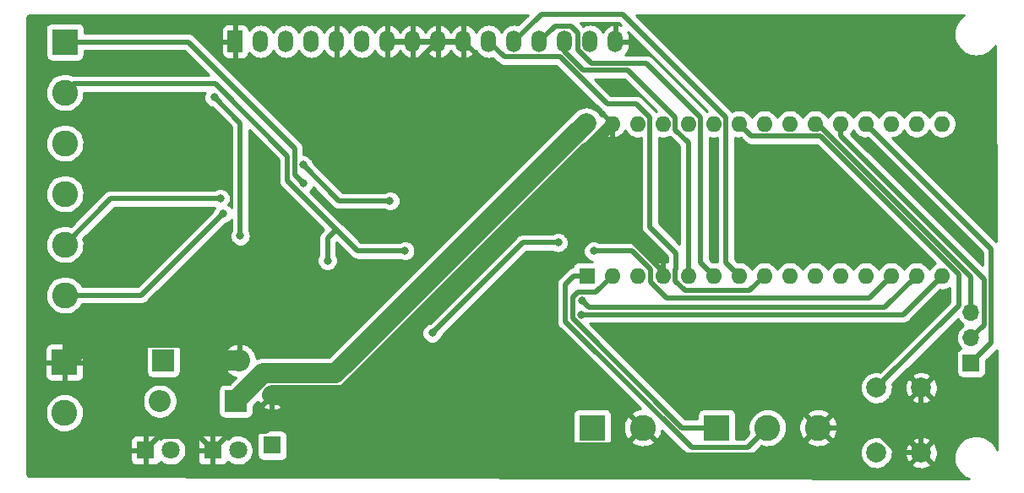
<source format=gbl>
%TF.GenerationSoftware,KiCad,Pcbnew,(5.99.0-1296-g952e7a5fb)*%
%TF.CreationDate,2020-06-12T12:12:59+03:00*%
%TF.ProjectId,TeemoWB,5465656d-6f57-4422-9e6b-696361645f70,1.0*%
%TF.SameCoordinates,Original*%
%TF.FileFunction,Copper,L2,Bot*%
%TF.FilePolarity,Positive*%
%FSLAX46Y46*%
G04 Gerber Fmt 4.6, Leading zero omitted, Abs format (unit mm)*
G04 Created by KiCad (PCBNEW (5.99.0-1296-g952e7a5fb)) date 2020-06-12 12:12:59*
%MOMM*%
%LPD*%
G01*
G04 APERTURE LIST*
%TA.AperFunction,ComponentPad*%
%ADD10O,1.500000X2.200000*%
%TD*%
%TA.AperFunction,ComponentPad*%
%ADD11R,1.500000X2.200000*%
%TD*%
%TA.AperFunction,ComponentPad*%
%ADD12O,1.700000X1.700000*%
%TD*%
%TA.AperFunction,ComponentPad*%
%ADD13R,1.700000X1.700000*%
%TD*%
%TA.AperFunction,ComponentPad*%
%ADD14C,2.000000*%
%TD*%
%TA.AperFunction,ComponentPad*%
%ADD15C,2.600000*%
%TD*%
%TA.AperFunction,ComponentPad*%
%ADD16R,2.600000X2.600000*%
%TD*%
%TA.AperFunction,ComponentPad*%
%ADD17C,1.800000*%
%TD*%
%TA.AperFunction,ComponentPad*%
%ADD18R,1.800000X1.800000*%
%TD*%
%TA.AperFunction,ComponentPad*%
%ADD19O,2.200000X2.200000*%
%TD*%
%TA.AperFunction,ComponentPad*%
%ADD20R,2.200000X2.200000*%
%TD*%
%TA.AperFunction,ComponentPad*%
%ADD21O,1.600000X1.600000*%
%TD*%
%TA.AperFunction,ComponentPad*%
%ADD22R,1.600000X1.600000*%
%TD*%
%TA.AperFunction,ViaPad*%
%ADD23C,0.800000*%
%TD*%
%TA.AperFunction,Conductor*%
%ADD24C,0.500000*%
%TD*%
%TA.AperFunction,Conductor*%
%ADD25C,2.000000*%
%TD*%
%TA.AperFunction,Conductor*%
%ADD26C,1.200000*%
%TD*%
%TA.AperFunction,Conductor*%
%ADD27C,0.254000*%
%TD*%
G04 APERTURE END LIST*
D10*
%TO.P,D_LCD1,16,K*%
%TO.N,GND*%
X131850000Y-64000000D03*
%TO.P,D_LCD1,15,A*%
%TO.N,Net-(D_LCD1-Pad15)*%
X129310000Y-64000000D03*
%TO.P,D_LCD1,14,DB7*%
%TO.N,LCD_D7*%
X126770000Y-64000000D03*
%TO.P,D_LCD1,13,DB6*%
%TO.N,LCD_D6*%
X124230000Y-64000000D03*
%TO.P,D_LCD1,12,DB5*%
%TO.N,LCD_D5*%
X121690000Y-64000000D03*
%TO.P,D_LCD1,11,DB4*%
%TO.N,LCD_D4*%
X119150000Y-64000000D03*
%TO.P,D_LCD1,10,DB3*%
%TO.N,GND*%
X116610000Y-64000000D03*
%TO.P,D_LCD1,9,DB2*%
X114070000Y-64000000D03*
%TO.P,D_LCD1,8,DB1*%
X111530000Y-64000000D03*
%TO.P,D_LCD1,7,DB0*%
X108990000Y-64000000D03*
%TO.P,D_LCD1,6,E*%
%TO.N,LCD_E*%
X106450000Y-64000000D03*
%TO.P,D_LCD1,5,R/~W*%
%TO.N,GND*%
X103910000Y-64000000D03*
%TO.P,D_LCD1,4,RS*%
%TO.N,LCD_RS*%
X101370000Y-64000000D03*
%TO.P,D_LCD1,3,VEE*%
%TO.N,Net-(D_LCD1-Pad3)*%
X98830000Y-64000000D03*
%TO.P,D_LCD1,2,VCC*%
%TO.N,+5V*%
X96290000Y-64000000D03*
D11*
%TO.P,D_LCD1,1,VSS*%
%TO.N,GND*%
X93750000Y-64000000D03*
%TD*%
D12*
%TO.P,J3,3,Pin_3*%
%TO.N,Net-(A1-Pad21)*%
X167500000Y-91170000D03*
%TO.P,J3,2,Pin_2*%
%TO.N,Net-(A1-Pad20)*%
X167500000Y-93710000D03*
D13*
%TO.P,J3,1,Pin_1*%
%TO.N,Net-(A1-Pad19)*%
X167500000Y-96250000D03*
%TD*%
D14*
%TO.P,SW1,1,1*%
%TO.N,Net-(A1-Pad24)*%
X158000000Y-98750000D03*
%TO.P,SW1,2,2*%
%TO.N,GND*%
X162500000Y-98750000D03*
%TO.P,SW1,1,1*%
%TO.N,Net-(A1-Pad24)*%
X158000000Y-105250000D03*
%TO.P,SW1,2,2*%
%TO.N,GND*%
X162500000Y-105250000D03*
%TD*%
D15*
%TO.P,J5,3,Pin_3*%
%TO.N,GND*%
X152160000Y-102750000D03*
%TO.P,J5,2,Pin_2*%
%TO.N,TX*%
X147080000Y-102750000D03*
D16*
%TO.P,J5,1,Pin_1*%
%TO.N,RX*%
X142000000Y-102750000D03*
%TD*%
D15*
%TO.P,J4,2,Pin_2*%
%TO.N,GND*%
X134580000Y-102750000D03*
D16*
%TO.P,J4,1,Pin_1*%
%TO.N,Net-(J4-Pad1)*%
X129500000Y-102750000D03*
%TD*%
D15*
%TO.P,J2,6,black*%
%TO.N,Net-(C2-Pad1)*%
X76675000Y-89450000D03*
%TO.P,J2,5,green*%
%TO.N,Net-(J2-Pad5)*%
X76675000Y-84370000D03*
%TO.P,J2,4,grey*%
%TO.N,Ubatt+*%
X76675000Y-79290000D03*
%TO.P,J2,3,white*%
%TO.N,Net-(J2-Pad3)*%
X76675000Y-74210000D03*
%TO.P,J2,2,yellow*%
%TO.N,Net-(J2-Pad2)*%
X76675000Y-69130000D03*
D16*
%TO.P,J2,1,red*%
%TO.N,Net-(J2-Pad1)*%
X76675000Y-64050000D03*
%TD*%
D15*
%TO.P,J1,2,Pin_2*%
%TO.N,/batt+*%
X76650000Y-101255000D03*
D16*
%TO.P,J1,1,Pin_1*%
%TO.N,GND*%
X76650000Y-96175000D03*
%TD*%
D17*
%TO.P,D4,2,A*%
%TO.N,Net-(D4-Pad2)*%
X87290000Y-105000000D03*
D18*
%TO.P,D4,1,K*%
%TO.N,GND*%
X84750000Y-105000000D03*
%TD*%
D17*
%TO.P,D3,2,A*%
%TO.N,Net-(D3-Pad2)*%
X94040000Y-105000000D03*
D18*
%TO.P,D3,1,K*%
%TO.N,GND*%
X91500000Y-105000000D03*
%TD*%
D19*
%TO.P,D2,2,A*%
%TO.N,GND*%
X94160047Y-96000000D03*
D20*
%TO.P,D2,1,K*%
%TO.N,Ubatt+*%
X86540047Y-96000000D03*
%TD*%
D19*
%TO.P,D1,2,A*%
%TO.N,/batt+*%
X86187349Y-100074710D03*
D20*
%TO.P,D1,1,K*%
%TO.N,Ubatt+*%
X93807349Y-100074710D03*
%TD*%
D17*
%TO.P,C1,2*%
%TO.N,GND*%
X97450000Y-99500000D03*
D18*
%TO.P,C1,1*%
%TO.N,Ubatt+*%
X97450000Y-104500000D03*
%TD*%
D21*
%TO.P,A1,16,D13*%
%TO.N,SCK*%
X164560000Y-72260000D03*
%TO.P,A1,15,D12*%
%TO.N,MISO*%
X164560000Y-87500000D03*
%TO.P,A1,30,VIN*%
%TO.N,Ubatt+*%
X129000000Y-72260000D03*
%TO.P,A1,14,D11*%
%TO.N,MOSI*%
X162020000Y-87500000D03*
%TO.P,A1,29,GND*%
%TO.N,GND*%
X131540000Y-72260000D03*
%TO.P,A1,13,D10*%
%TO.N,~SS*%
X159480000Y-87500000D03*
%TO.P,A1,28,RESET*%
%TO.N,Net-(A1-Pad28)*%
X134080000Y-72260000D03*
%TO.P,A1,12,D9*%
%TO.N,Net-(A1-Pad12)*%
X156940000Y-87500000D03*
%TO.P,A1,27,+5V*%
%TO.N,+5V*%
X136620000Y-72260000D03*
%TO.P,A1,11,D8*%
%TO.N,Net-(A1-Pad11)*%
X154400000Y-87500000D03*
%TO.P,A1,26,A7*%
%TO.N,UA_ADC*%
X139160000Y-72260000D03*
%TO.P,A1,10,D7*%
%TO.N,LCD_RS*%
X151860000Y-87500000D03*
%TO.P,A1,25,A6*%
%TO.N,UR_ADC*%
X141700000Y-72260000D03*
%TO.P,A1,9,D6*%
%TO.N,LCD_E*%
X149320000Y-87500000D03*
%TO.P,A1,24,A5*%
%TO.N,Net-(A1-Pad24)*%
X144240000Y-72260000D03*
%TO.P,A1,8,D5*%
%TO.N,LCD_D4*%
X146780000Y-87500000D03*
%TO.P,A1,23,A4*%
%TO.N,Net-(A1-Pad23)*%
X146780000Y-72260000D03*
%TO.P,A1,7,D4*%
%TO.N,LCD_D5*%
X144240000Y-87500000D03*
%TO.P,A1,22,A3*%
%TO.N,Net-(A1-Pad22)*%
X149320000Y-72260000D03*
%TO.P,A1,6,D3*%
%TO.N,LCD_D6*%
X141700000Y-87500000D03*
%TO.P,A1,21,A2*%
%TO.N,Net-(A1-Pad21)*%
X151860000Y-72260000D03*
%TO.P,A1,5,D2*%
%TO.N,LCD_D7*%
X139160000Y-87500000D03*
%TO.P,A1,20,A1*%
%TO.N,Net-(A1-Pad20)*%
X154400000Y-72260000D03*
%TO.P,A1,4,GND*%
%TO.N,GND*%
X136620000Y-87500000D03*
%TO.P,A1,19,A0*%
%TO.N,Net-(A1-Pad19)*%
X156940000Y-72260000D03*
%TO.P,A1,3,RESET*%
%TO.N,RESET*%
X134080000Y-87500000D03*
%TO.P,A1,18,AREF*%
%TO.N,Net-(A1-Pad18)*%
X159480000Y-72260000D03*
%TO.P,A1,2,D0/RX*%
%TO.N,RX*%
X131540000Y-87500000D03*
%TO.P,A1,17,3V3*%
%TO.N,Net-(A1-Pad17)*%
X162020000Y-72260000D03*
D22*
%TO.P,A1,1,D1/TX*%
%TO.N,TX*%
X129000000Y-87500000D03*
%TD*%
D23*
%TO.N,GND*%
X132250000Y-68500000D03*
X141750000Y-84000000D03*
X133000000Y-82750000D03*
X150750000Y-69250000D03*
X164000000Y-77750000D03*
X159250000Y-84000000D03*
X163250000Y-80500000D03*
X137250000Y-78500000D03*
X151000000Y-80500000D03*
X147750000Y-80500000D03*
%TO.N,Net-(J2-Pad5)*%
X92250000Y-79750000D03*
%TO.N,Net-(R2-Pad1)*%
X109250000Y-80000000D03*
%TO.N,UR_ADC*%
X126125000Y-84172904D03*
%TO.N,GND*%
X129000000Y-77750000D03*
%TO.N,UR_ADC*%
X113500000Y-93250000D03*
%TO.N,~SS*%
X129676043Y-85026053D03*
%TO.N,GND*%
X124250000Y-86750000D03*
%TO.N,MISO*%
X128404450Y-91393454D03*
%TO.N,Net-(J2-Pad3)*%
X91648952Y-69601048D03*
%TO.N,Net-(J2-Pad2)*%
X110750000Y-85000000D03*
%TO.N,GND*%
X110250000Y-69250000D03*
X115250000Y-75500000D03*
%TO.N,Net-(R2-Pad1)*%
X100550021Y-76399990D03*
%TO.N,Net-(J2-Pad1)*%
X100601048Y-78250000D03*
%TO.N,Net-(C2-Pad1)*%
X92523952Y-81273952D03*
%TO.N,Net-(J2-Pad2)*%
X103000000Y-86000000D03*
%TO.N,Net-(J2-Pad3)*%
X94250000Y-83500000D03*
%TO.N,MOSI*%
X128500000Y-90000000D03*
%TD*%
D24*
%TO.N,Net-(J2-Pad5)*%
X81295000Y-79750000D02*
X76675000Y-84370000D01*
X92250000Y-79750000D02*
X81295000Y-79750000D01*
D25*
%TO.N,GND*%
X97450000Y-99500000D02*
X104720002Y-99500000D01*
D24*
X129000000Y-75220002D02*
X129110001Y-75110001D01*
X129000000Y-77750000D02*
X129000000Y-75220002D01*
%TO.N,UR_ADC*%
X126125000Y-84172904D02*
X122577096Y-84172904D01*
X122577096Y-84172904D02*
X113500000Y-93250000D01*
D26*
%TO.N,GND*%
X129110001Y-74689999D02*
X131540000Y-72260000D01*
X129110001Y-75110001D02*
X129110001Y-74689999D01*
D24*
%TO.N,~SS*%
X135369999Y-88100001D02*
X135369999Y-86899999D01*
X133496053Y-85026053D02*
X129676043Y-85026053D01*
X157279989Y-89700011D02*
X136970009Y-89700011D01*
X159480000Y-87500000D02*
X157279989Y-89700011D01*
X135369999Y-86899999D02*
X133496053Y-85026053D01*
X136970009Y-89700011D02*
X135369999Y-88100001D01*
%TO.N,GND*%
X97450000Y-102550000D02*
X97450000Y-99500000D01*
X96850001Y-103149999D02*
X97450000Y-102550000D01*
X93350001Y-103149999D02*
X96850001Y-103149999D01*
X91500000Y-105000000D02*
X93350001Y-103149999D01*
X91500000Y-105000000D02*
X90149999Y-103649999D01*
X86100001Y-103649999D02*
X84750000Y-105000000D01*
X90149999Y-103649999D02*
X86100001Y-103649999D01*
X129000000Y-79500000D02*
X129000000Y-77750000D01*
X136620000Y-87500000D02*
X136620000Y-87120000D01*
X130875000Y-81625000D02*
X131125000Y-81625000D01*
X125750000Y-86750000D02*
X130875000Y-81625000D01*
X131125000Y-81625000D02*
X129000000Y-79500000D01*
X136620000Y-87120000D02*
X131125000Y-81625000D01*
X124250000Y-86750000D02*
X125750000Y-86750000D01*
X132829999Y-104500001D02*
X120750001Y-104500001D01*
D25*
X104720002Y-99500000D02*
X110235001Y-93985001D01*
D24*
X120750001Y-104500001D02*
X110235001Y-93985001D01*
X134580000Y-102750000D02*
X132829999Y-104500001D01*
D25*
X110235001Y-93985001D02*
X129110001Y-75110001D01*
D24*
X160146002Y-105250000D02*
X162500000Y-105250000D01*
X152160000Y-102750000D02*
X157646002Y-102750000D01*
X157646002Y-102750000D02*
X160146002Y-105250000D01*
X162500000Y-105250000D02*
X162500000Y-98750000D01*
X149459989Y-105450011D02*
X152160000Y-102750000D01*
X137280011Y-105450011D02*
X149459989Y-105450011D01*
X134580000Y-102750000D02*
X137280011Y-105450011D01*
%TO.N,Net-(A1-Pad20)*%
X168800001Y-87910071D02*
X154400000Y-73510070D01*
%TO.N,Net-(A1-Pad21)*%
X152159967Y-72260000D02*
X151860000Y-72260000D01*
%TO.N,Net-(A1-Pad20)*%
X168800001Y-92409999D02*
X168800001Y-87910071D01*
X167500000Y-93710000D02*
X168800001Y-92409999D01*
%TO.N,Net-(A1-Pad21)*%
X167500000Y-87600033D02*
X152159967Y-72260000D01*
%TO.N,Net-(A1-Pad19)*%
X169500012Y-94249988D02*
X169500012Y-84820012D01*
%TO.N,Net-(A1-Pad21)*%
X167500000Y-91170000D02*
X167500000Y-87600033D01*
%TO.N,Net-(A1-Pad19)*%
X167500000Y-96250000D02*
X169500012Y-94249988D01*
%TO.N,Net-(A1-Pad20)*%
X154400000Y-73510070D02*
X154400000Y-72260000D01*
%TO.N,Net-(A1-Pad19)*%
X169500012Y-84820012D02*
X156940000Y-72260000D01*
%TO.N,MISO*%
X164560000Y-87500000D02*
X160666546Y-91393454D01*
X160666546Y-91393454D02*
X128404450Y-91393454D01*
%TO.N,Net-(A1-Pad24)*%
X166250000Y-90500000D02*
X158000000Y-98750000D01*
X152420003Y-73510001D02*
X166250000Y-87339998D01*
X166250000Y-87339998D02*
X166250000Y-90500000D01*
X144240000Y-72260000D02*
X145490001Y-73510001D01*
X145490001Y-73510001D02*
X152420003Y-73510001D01*
%TO.N,LCD_D6*%
X140410001Y-86210001D02*
X141700000Y-87500000D01*
%TO.N,LCD_D4*%
X135330001Y-71659999D02*
X135330001Y-82590037D01*
X137870001Y-88060003D02*
X138809998Y-89000000D01*
%TO.N,LCD_D5*%
X124440000Y-61250000D02*
X132540002Y-61250000D01*
%TO.N,LCD_D7*%
X139160000Y-74150000D02*
X137870001Y-72860001D01*
%TO.N,LCD_D4*%
X120700010Y-65550010D02*
X126300010Y-65550010D01*
%TO.N,LCD_D7*%
X139160000Y-87500000D02*
X139160000Y-74150000D01*
%TO.N,LCD_D4*%
X133969991Y-70299989D02*
X135330001Y-71659999D01*
%TO.N,LCD_D6*%
X124230000Y-64000000D02*
X125780010Y-62449990D01*
X129462940Y-66200010D02*
X134950012Y-66200010D01*
%TO.N,LCD_D4*%
X137950010Y-85210046D02*
X137950010Y-86819990D01*
%TO.N,LCD_D6*%
X127407040Y-62449990D02*
X128109990Y-63152940D01*
X140410001Y-71659999D02*
X140410001Y-86210001D01*
%TO.N,LCD_D4*%
X138809998Y-89000000D02*
X145280000Y-89000000D01*
%TO.N,LCD_D7*%
X128639985Y-66900021D02*
X126770000Y-65030035D01*
%TO.N,LCD_D4*%
X119150000Y-64000000D02*
X120700010Y-65550010D01*
%TO.N,LCD_D6*%
X128109990Y-63152940D02*
X128109990Y-64847060D01*
%TO.N,LCD_D5*%
X142950001Y-71659999D02*
X142950001Y-86210001D01*
%TO.N,LCD_D7*%
X137870001Y-72860001D02*
X137870001Y-71659999D01*
%TO.N,LCD_D6*%
X134950012Y-66200010D02*
X140410001Y-71659999D01*
X128109990Y-64847060D02*
X129462940Y-66200010D01*
%TO.N,LCD_D5*%
X132540002Y-61250000D02*
X142950001Y-71659999D01*
%TO.N,LCD_D4*%
X137950010Y-86819990D02*
X137870001Y-86899999D01*
%TO.N,LCD_D7*%
X126770000Y-65030035D02*
X126770000Y-64000000D01*
%TO.N,LCD_D4*%
X145280000Y-89000000D02*
X146780000Y-87500000D01*
X131049989Y-70299989D02*
X133969991Y-70299989D01*
X126300010Y-65550010D02*
X131049989Y-70299989D01*
X137870001Y-86899999D02*
X137870001Y-88060003D01*
%TO.N,LCD_D7*%
X137870001Y-71659999D02*
X133110023Y-66900021D01*
%TO.N,LCD_D5*%
X142950001Y-86210001D02*
X144240000Y-87500000D01*
%TO.N,LCD_D6*%
X125780010Y-62449990D02*
X127407040Y-62449990D01*
%TO.N,LCD_D4*%
X135330001Y-82590037D02*
X137950010Y-85210046D01*
%TO.N,LCD_D5*%
X121690000Y-64000000D02*
X124440000Y-61250000D01*
%TO.N,LCD_D7*%
X133110023Y-66900021D02*
X128639985Y-66900021D01*
%TO.N,GND*%
X110250000Y-69250000D02*
X110250000Y-67820000D01*
X110250000Y-67820000D02*
X114070000Y-64000000D01*
X108990000Y-64000000D02*
X111530000Y-64000000D01*
X111530000Y-64000000D02*
X114070000Y-64000000D01*
X114070000Y-64000000D02*
X116610000Y-64000000D01*
X110250000Y-72250000D02*
X113750000Y-75750000D01*
X110250000Y-69250000D02*
X110250000Y-72250000D01*
X119610000Y-67000000D02*
X116610000Y-64000000D01*
X126250000Y-67000000D02*
X119610000Y-67000000D01*
X130000000Y-70720000D02*
X129970000Y-70720000D01*
X129970000Y-70720000D02*
X126250000Y-67000000D01*
X131540000Y-72260000D02*
X130000000Y-70720000D01*
%TO.N,Net-(R2-Pad1)*%
X104150031Y-80000000D02*
X100550021Y-76399990D01*
X109250000Y-80000000D02*
X104150031Y-80000000D01*
%TO.N,Net-(J2-Pad1)*%
X99700011Y-74710047D02*
X99700011Y-77348963D01*
X89039964Y-64050000D02*
X99700011Y-74710047D01*
X99700011Y-77348963D02*
X100601048Y-78250000D01*
X76675000Y-64050000D02*
X89039964Y-64050000D01*
%TO.N,Net-(J2-Pad2)*%
X106000000Y-85000000D02*
X110750000Y-85000000D01*
X77555000Y-68250000D02*
X91750000Y-68250000D01*
X76675000Y-69130000D02*
X77555000Y-68250000D01*
X91750000Y-68250000D02*
X99000000Y-75500000D01*
X99000000Y-75500000D02*
X99000000Y-78000000D01*
%TO.N,Net-(C2-Pad1)*%
X76675000Y-89450000D02*
X84347904Y-89450000D01*
X84347904Y-89450000D02*
X92523952Y-81273952D01*
%TO.N,Net-(J2-Pad2)*%
X103000000Y-86000000D02*
X103000000Y-83750000D01*
X103875000Y-82875000D02*
X106000000Y-85000000D01*
X103000000Y-83750000D02*
X103875000Y-82875000D01*
X99000000Y-78000000D02*
X103875000Y-82875000D01*
%TO.N,Net-(J2-Pad3)*%
X94250000Y-72202096D02*
X94250000Y-83500000D01*
X91648952Y-69601048D02*
X94250000Y-72202096D01*
D25*
%TO.N,GND*%
X76650000Y-96175000D02*
X79125001Y-93699999D01*
X79125001Y-93699999D02*
X89569999Y-93699999D01*
X89569999Y-93699999D02*
X91870000Y-96000000D01*
X91870000Y-96000000D02*
X94160047Y-96000000D01*
%TO.N,Ubatt+*%
X103808730Y-97299990D02*
X128924360Y-72184360D01*
X96538727Y-97299990D02*
X103808730Y-97299990D01*
X93807349Y-100074710D02*
X93807349Y-100031368D01*
X93807349Y-100031368D02*
X96538727Y-97299990D01*
D24*
%TO.N,MOSI*%
X129174713Y-90674713D02*
X128500000Y-90000000D01*
X162020000Y-87500000D02*
X158845287Y-90674713D01*
X158845287Y-90674713D02*
X129174713Y-90674713D01*
%TO.N,RX*%
X131540000Y-87500000D02*
X129890002Y-89149998D01*
%TO.N,TX*%
X126854437Y-88345563D02*
X126854437Y-92091410D01*
X126854437Y-92091410D02*
X139513027Y-104750000D01*
X145080000Y-104750000D02*
X147080000Y-102750000D01*
%TO.N,RX*%
X128091998Y-89149998D02*
X127554448Y-89687548D01*
%TO.N,TX*%
X127700000Y-87500000D02*
X126854437Y-88345563D01*
X139513027Y-104750000D02*
X145080000Y-104750000D01*
%TO.N,RX*%
X129890002Y-89149998D02*
X128091998Y-89149998D01*
%TO.N,TX*%
X129000000Y-87500000D02*
X127700000Y-87500000D01*
%TO.N,RX*%
X138502992Y-102750000D02*
X142000000Y-102750000D01*
X127554448Y-91801456D02*
X138502992Y-102750000D01*
X127554448Y-89687548D02*
X127554448Y-91801456D01*
%TD*%
%TO.N,GND*%
G36*
X122107864Y-62329144D02*
G01*
X121936580Y-62283249D01*
X121925745Y-62281339D01*
X121695501Y-62261195D01*
X121684499Y-62261195D01*
X121454254Y-62281339D01*
X121443419Y-62283249D01*
X121220170Y-62343068D01*
X121209831Y-62346831D01*
X121000362Y-62444509D01*
X120990834Y-62450010D01*
X120801508Y-62582577D01*
X120793079Y-62589650D01*
X120629649Y-62753081D01*
X120622577Y-62761509D01*
X120490010Y-62950835D01*
X120484509Y-62960363D01*
X120420000Y-63098701D01*
X120355491Y-62960362D01*
X120349990Y-62950834D01*
X120217423Y-62761508D01*
X120210350Y-62753079D01*
X120046919Y-62589649D01*
X120038491Y-62582577D01*
X119849166Y-62450011D01*
X119839638Y-62444509D01*
X119630168Y-62346831D01*
X119619829Y-62343068D01*
X119396580Y-62283249D01*
X119385745Y-62281339D01*
X119155501Y-62261195D01*
X119144499Y-62261195D01*
X118914254Y-62281339D01*
X118903419Y-62283249D01*
X118680170Y-62343068D01*
X118669831Y-62346831D01*
X118460362Y-62444509D01*
X118450834Y-62450010D01*
X118261508Y-62582577D01*
X118253079Y-62589650D01*
X118089649Y-62753081D01*
X118082577Y-62761509D01*
X117950010Y-62950835D01*
X117944509Y-62960363D01*
X117880000Y-63098701D01*
X117815491Y-62960362D01*
X117809990Y-62950834D01*
X117677423Y-62761508D01*
X117670350Y-62753079D01*
X117506919Y-62589649D01*
X117498491Y-62582577D01*
X117309166Y-62450011D01*
X117299638Y-62444509D01*
X117090168Y-62346831D01*
X117079829Y-62343068D01*
X116836592Y-62277893D01*
X116738000Y-62353546D01*
X116738000Y-65646454D01*
X116836592Y-65722107D01*
X117079830Y-65656932D01*
X117090169Y-65653169D01*
X117299638Y-65555491D01*
X117309166Y-65549990D01*
X117498492Y-65417423D01*
X117506920Y-65410350D01*
X117670350Y-65246920D01*
X117677423Y-65238492D01*
X117809990Y-65049166D01*
X117815491Y-65039638D01*
X117880000Y-64901299D01*
X117944509Y-65039638D01*
X117950011Y-65049166D01*
X118082578Y-65238492D01*
X118089651Y-65246921D01*
X118253081Y-65410350D01*
X118261509Y-65417423D01*
X118450834Y-65549989D01*
X118460362Y-65555491D01*
X118669832Y-65653169D01*
X118680171Y-65656932D01*
X118903420Y-65716751D01*
X118914255Y-65718661D01*
X119144499Y-65738805D01*
X119155501Y-65738805D01*
X119385746Y-65718661D01*
X119396581Y-65716751D01*
X119567864Y-65670856D01*
X120003322Y-66106314D01*
X120013518Y-66122474D01*
X120025153Y-66136145D01*
X120093626Y-66196618D01*
X120115269Y-66218262D01*
X120122043Y-66224135D01*
X120140146Y-66237702D01*
X120201783Y-66292138D01*
X120216787Y-66301995D01*
X120241266Y-66313488D01*
X120262904Y-66329705D01*
X120278652Y-66338326D01*
X120355654Y-66367192D01*
X120430275Y-66402227D01*
X120447831Y-66407536D01*
X120473502Y-66411372D01*
X120499307Y-66421046D01*
X120516842Y-66424901D01*
X120610692Y-66431876D01*
X120633718Y-66435317D01*
X120643044Y-66436010D01*
X120666325Y-66436010D01*
X120751846Y-66442365D01*
X120769758Y-66441144D01*
X120793808Y-66436010D01*
X125933019Y-66436010D01*
X130353300Y-70856293D01*
X130363496Y-70872452D01*
X130375132Y-70886124D01*
X130443596Y-70946589D01*
X130465248Y-70968242D01*
X130472022Y-70974115D01*
X130490127Y-70987684D01*
X130551761Y-71042117D01*
X130566766Y-71051974D01*
X130591244Y-71063466D01*
X130612885Y-71079685D01*
X130628632Y-71088306D01*
X130681738Y-71108214D01*
X130526366Y-71238587D01*
X130518587Y-71246366D01*
X130371664Y-71421461D01*
X130299662Y-71284897D01*
X130292878Y-71274608D01*
X130098763Y-71034896D01*
X130090109Y-71026120D01*
X129853131Y-70828678D01*
X129842938Y-70821750D01*
X129572124Y-70674096D01*
X129560779Y-70669281D01*
X129266442Y-70577041D01*
X129254377Y-70574520D01*
X128947730Y-70541208D01*
X128935406Y-70541079D01*
X128628128Y-70567963D01*
X128616014Y-70570230D01*
X128319810Y-70656285D01*
X128308367Y-70660862D01*
X128034324Y-70802913D01*
X128023642Y-70809903D01*
X127823922Y-70971633D01*
X127819019Y-70976049D01*
X103131078Y-95663990D01*
X96627921Y-95663990D01*
X96562097Y-95656839D01*
X96549774Y-95656710D01*
X96466558Y-95663990D01*
X96461136Y-95663990D01*
X96454985Y-95664291D01*
X96387598Y-95670898D01*
X96242494Y-95683593D01*
X96230376Y-95685861D01*
X96228024Y-95686544D01*
X96225589Y-95686783D01*
X96213497Y-95689177D01*
X96074131Y-95731255D01*
X95934176Y-95771915D01*
X95922733Y-95776492D01*
X95920549Y-95777624D01*
X95918208Y-95778331D01*
X95906814Y-95783027D01*
X95883278Y-95795541D01*
X95852126Y-95598859D01*
X95849815Y-95589231D01*
X95768542Y-95339098D01*
X95764753Y-95329950D01*
X95645351Y-95095610D01*
X95640178Y-95087168D01*
X95485587Y-94874392D01*
X95479157Y-94866863D01*
X95293184Y-94680890D01*
X95285655Y-94674460D01*
X95072879Y-94519869D01*
X95064437Y-94514696D01*
X94830097Y-94395294D01*
X94820949Y-94391505D01*
X94570816Y-94310232D01*
X94561189Y-94307921D01*
X94376386Y-94278650D01*
X94288047Y-94354099D01*
X94288047Y-96128000D01*
X92514146Y-96128000D01*
X92438697Y-96216339D01*
X92467968Y-96401142D01*
X92470279Y-96410769D01*
X92551552Y-96660902D01*
X92555341Y-96670050D01*
X92674743Y-96904390D01*
X92679916Y-96912832D01*
X92834507Y-97125608D01*
X92840937Y-97133137D01*
X93026910Y-97319110D01*
X93034439Y-97325540D01*
X93247215Y-97480131D01*
X93255657Y-97485304D01*
X93489997Y-97604706D01*
X93499145Y-97608495D01*
X93749278Y-97689768D01*
X93758906Y-97692079D01*
X93822857Y-97702208D01*
X93192192Y-98332873D01*
X92699091Y-98332873D01*
X92682715Y-98335029D01*
X92403491Y-98409847D01*
X92379011Y-98422590D01*
X92222759Y-98553700D01*
X92208588Y-98570589D01*
X92107990Y-98744830D01*
X92100449Y-98765547D01*
X92066471Y-98958248D01*
X92065512Y-98969209D01*
X92065512Y-101182968D01*
X92067668Y-101199344D01*
X92142486Y-101478569D01*
X92155229Y-101503049D01*
X92286339Y-101659300D01*
X92303228Y-101673471D01*
X92477469Y-101774069D01*
X92498186Y-101781610D01*
X92690887Y-101815588D01*
X92701848Y-101816547D01*
X94915607Y-101816547D01*
X94931983Y-101814391D01*
X95211208Y-101739573D01*
X95235688Y-101726830D01*
X95391939Y-101595720D01*
X95406110Y-101578831D01*
X95483666Y-101444499D01*
X127558163Y-101444499D01*
X127558163Y-104058258D01*
X127560319Y-104074634D01*
X127635137Y-104353859D01*
X127647880Y-104378339D01*
X127778990Y-104534590D01*
X127795879Y-104548761D01*
X127970120Y-104649359D01*
X127990837Y-104656900D01*
X128183538Y-104690878D01*
X128194499Y-104691837D01*
X130808258Y-104691837D01*
X130824634Y-104689681D01*
X131103859Y-104614863D01*
X131128339Y-104602120D01*
X131284590Y-104471010D01*
X131298761Y-104454121D01*
X131399359Y-104279880D01*
X131406900Y-104259163D01*
X131426535Y-104147806D01*
X133363213Y-104147806D01*
X133367539Y-104257947D01*
X133429638Y-104310986D01*
X133437180Y-104316516D01*
X133673004Y-104463876D01*
X133681279Y-104468229D01*
X133936293Y-104579113D01*
X133945121Y-104582196D01*
X134213724Y-104654167D01*
X134222910Y-104655911D01*
X134499200Y-104687390D01*
X134508544Y-104687757D01*
X134786453Y-104678053D01*
X134795748Y-104677035D01*
X135069170Y-104626359D01*
X135078212Y-104623978D01*
X135341140Y-104533445D01*
X135349731Y-104529754D01*
X135596389Y-104401351D01*
X135604341Y-104396431D01*
X135787447Y-104263397D01*
X135796562Y-104147581D01*
X134632191Y-102983210D01*
X134527809Y-102983210D01*
X133363213Y-104147806D01*
X131426535Y-104147806D01*
X131440878Y-104066462D01*
X131441837Y-104055501D01*
X131441837Y-102838364D01*
X132642940Y-102838364D01*
X132643388Y-102847703D01*
X132677278Y-103123708D01*
X132679102Y-103132879D01*
X132753415Y-103400843D01*
X132756575Y-103409644D01*
X132869679Y-103663681D01*
X132874105Y-103671918D01*
X133023516Y-103906445D01*
X133029107Y-103913933D01*
X133072166Y-103963475D01*
X133181678Y-103967303D01*
X134346790Y-102802191D01*
X134346790Y-102697809D01*
X133181951Y-101532970D01*
X133065512Y-101542645D01*
X132924693Y-101740065D01*
X132919842Y-101748059D01*
X132793597Y-101995829D01*
X132789981Y-102004452D01*
X132701745Y-102268160D01*
X132699443Y-102277223D01*
X132651155Y-102551077D01*
X132650219Y-102560380D01*
X132642940Y-102838364D01*
X131441837Y-102838364D01*
X131441837Y-101441742D01*
X131439681Y-101425366D01*
X131364863Y-101146142D01*
X131352120Y-101121662D01*
X131221010Y-100965410D01*
X131204121Y-100951239D01*
X131029880Y-100850641D01*
X131009163Y-100843100D01*
X130816462Y-100809122D01*
X130805501Y-100808163D01*
X128191742Y-100808163D01*
X128175366Y-100810319D01*
X127896142Y-100885137D01*
X127871662Y-100897880D01*
X127715410Y-101028990D01*
X127701239Y-101045879D01*
X127600641Y-101220120D01*
X127593100Y-101240837D01*
X127559122Y-101433538D01*
X127558163Y-101444499D01*
X95483666Y-101444499D01*
X95506708Y-101404590D01*
X95514249Y-101383873D01*
X95548227Y-101191172D01*
X95549186Y-101180211D01*
X95549186Y-100611342D01*
X96519677Y-100611342D01*
X96527470Y-100725654D01*
X96621941Y-100797361D01*
X96630957Y-100803072D01*
X96852371Y-100918332D01*
X96862220Y-100922442D01*
X97099889Y-100998749D01*
X97110290Y-101001140D01*
X97357417Y-101036312D01*
X97368072Y-101036917D01*
X97617593Y-101029948D01*
X97628198Y-101028749D01*
X97872977Y-100979837D01*
X97883228Y-100976868D01*
X98116267Y-100887413D01*
X98125871Y-100882760D01*
X98369423Y-100738149D01*
X98384772Y-100615791D01*
X97502191Y-99733210D01*
X97397809Y-99733210D01*
X96519677Y-100611342D01*
X95549186Y-100611342D01*
X95549186Y-100603183D01*
X96042424Y-100109945D01*
X96095512Y-100230883D01*
X96100613Y-100240258D01*
X96218619Y-100419224D01*
X96337665Y-100431316D01*
X97450000Y-99318980D01*
X98566689Y-100435670D01*
X98689655Y-100419699D01*
X98838606Y-100163779D01*
X98843175Y-100154134D01*
X98930593Y-99920323D01*
X98933471Y-99910046D01*
X98980302Y-99664553D01*
X98981417Y-99653330D01*
X98984078Y-99376098D01*
X98983179Y-99364856D01*
X98941070Y-99118508D01*
X98938389Y-99108178D01*
X98877752Y-98935990D01*
X103719536Y-98935990D01*
X103785360Y-98943141D01*
X103797683Y-98943270D01*
X103880898Y-98935990D01*
X103886322Y-98935990D01*
X103892473Y-98935689D01*
X103959873Y-98929081D01*
X104104962Y-98916387D01*
X104117079Y-98914119D01*
X104119431Y-98913436D01*
X104121867Y-98913197D01*
X104133960Y-98910803D01*
X104273352Y-98868717D01*
X104413281Y-98828064D01*
X104424728Y-98823486D01*
X104426903Y-98822358D01*
X104429243Y-98821652D01*
X104440641Y-98816954D01*
X104569250Y-98748571D01*
X104698764Y-98681437D01*
X104709443Y-98674449D01*
X104710952Y-98673227D01*
X104712991Y-98672143D01*
X104723255Y-98665323D01*
X104962287Y-98470374D01*
X104971033Y-98461690D01*
X105020610Y-98401761D01*
X110300433Y-93121938D01*
X112464000Y-93121938D01*
X112464000Y-93378062D01*
X112466156Y-93394438D01*
X112532446Y-93641835D01*
X112538767Y-93657095D01*
X112666829Y-93878905D01*
X112676884Y-93892009D01*
X112857991Y-94073116D01*
X112871095Y-94083171D01*
X113092905Y-94211233D01*
X113108165Y-94217554D01*
X113355562Y-94283844D01*
X113371938Y-94286000D01*
X113628062Y-94286000D01*
X113644438Y-94283844D01*
X113891835Y-94217554D01*
X113907095Y-94211233D01*
X114128905Y-94083171D01*
X114142009Y-94073116D01*
X114323116Y-93892009D01*
X114333171Y-93878905D01*
X114461233Y-93657095D01*
X114467554Y-93641835D01*
X114506499Y-93496492D01*
X122944088Y-85058904D01*
X125587598Y-85058904D01*
X125717905Y-85134137D01*
X125733165Y-85140458D01*
X125980562Y-85206748D01*
X125996938Y-85208904D01*
X126253062Y-85208904D01*
X126269438Y-85206748D01*
X126516835Y-85140458D01*
X126532095Y-85134137D01*
X126753905Y-85006075D01*
X126767009Y-84996020D01*
X126948116Y-84814913D01*
X126958171Y-84801809D01*
X127086233Y-84579999D01*
X127092554Y-84564739D01*
X127158844Y-84317342D01*
X127161000Y-84300966D01*
X127161000Y-84044842D01*
X127158844Y-84028466D01*
X127092554Y-83781069D01*
X127086233Y-83765809D01*
X126958171Y-83543999D01*
X126948116Y-83530895D01*
X126767009Y-83349788D01*
X126753905Y-83339733D01*
X126532095Y-83211671D01*
X126516835Y-83205350D01*
X126269438Y-83139060D01*
X126253062Y-83136904D01*
X125996938Y-83136904D01*
X125980562Y-83139060D01*
X125733165Y-83205350D01*
X125717905Y-83211671D01*
X125587598Y-83286904D01*
X122676354Y-83286904D01*
X122657726Y-83282689D01*
X122639831Y-83281249D01*
X122548683Y-83286904D01*
X122518043Y-83286904D01*
X122509101Y-83287541D01*
X122486702Y-83290749D01*
X122404632Y-83295841D01*
X122387052Y-83299481D01*
X122361620Y-83308662D01*
X122334848Y-83312496D01*
X122317617Y-83317535D01*
X122242738Y-83351580D01*
X122165218Y-83379565D01*
X122149053Y-83388224D01*
X122128188Y-83403663D01*
X122103097Y-83415071D01*
X122087973Y-83424743D01*
X122016684Y-83486170D01*
X121997963Y-83500023D01*
X121990879Y-83506127D01*
X121974423Y-83522584D01*
X121909451Y-83578567D01*
X121897649Y-83592096D01*
X121884270Y-83612737D01*
X113253508Y-92243501D01*
X113108165Y-92282446D01*
X113092905Y-92288767D01*
X112871095Y-92416829D01*
X112857991Y-92426884D01*
X112676884Y-92607991D01*
X112666829Y-92621095D01*
X112538767Y-92842905D01*
X112532446Y-92858165D01*
X112466156Y-93105562D01*
X112464000Y-93121938D01*
X110300433Y-93121938D01*
X130136052Y-73286321D01*
X130140189Y-73281759D01*
X130286493Y-73103645D01*
X130293349Y-73093403D01*
X130328007Y-73028766D01*
X130358088Y-73080868D01*
X130364399Y-73089881D01*
X130518587Y-73273634D01*
X130526366Y-73281413D01*
X130710119Y-73435601D01*
X130719132Y-73441912D01*
X130926868Y-73561848D01*
X130936840Y-73566498D01*
X131162247Y-73648540D01*
X131172874Y-73651387D01*
X131321982Y-73677680D01*
X131412000Y-73602146D01*
X131412001Y-72132000D01*
X131668000Y-72132001D01*
X131667999Y-73602146D01*
X131758017Y-73677679D01*
X131907125Y-73651387D01*
X131917753Y-73648540D01*
X132143160Y-73566498D01*
X132153132Y-73561848D01*
X132360868Y-73441912D01*
X132369881Y-73435601D01*
X132553634Y-73281413D01*
X132561413Y-73273634D01*
X132715601Y-73089881D01*
X132721912Y-73080868D01*
X132810000Y-72928295D01*
X132898088Y-73080868D01*
X132904399Y-73089881D01*
X133058587Y-73273634D01*
X133066366Y-73281413D01*
X133250119Y-73435601D01*
X133259132Y-73441912D01*
X133466868Y-73561848D01*
X133476840Y-73566498D01*
X133702247Y-73648540D01*
X133712874Y-73651387D01*
X133949103Y-73693041D01*
X133960064Y-73694000D01*
X134199936Y-73694000D01*
X134210897Y-73693041D01*
X134444001Y-73651938D01*
X134444002Y-82490774D01*
X134439786Y-82509406D01*
X134438346Y-82527302D01*
X134444002Y-82618466D01*
X134444002Y-82649089D01*
X134444639Y-82658031D01*
X134447846Y-82680427D01*
X134452938Y-82762501D01*
X134456579Y-82780081D01*
X134465760Y-82805513D01*
X134469594Y-82832284D01*
X134474633Y-82849516D01*
X134508670Y-82924379D01*
X134536661Y-83001914D01*
X134545321Y-83018082D01*
X134560763Y-83038950D01*
X134572168Y-83064035D01*
X134581841Y-83079160D01*
X134643275Y-83150457D01*
X134657120Y-83169168D01*
X134663224Y-83176252D01*
X134679676Y-83192703D01*
X134735665Y-83257682D01*
X134749194Y-83269484D01*
X134769838Y-83282865D01*
X137064010Y-85577038D01*
X137064011Y-86135576D01*
X136997753Y-86111460D01*
X136987126Y-86108613D01*
X136838018Y-86082320D01*
X136748000Y-86157854D01*
X136747999Y-87628000D01*
X136492000Y-87627999D01*
X136492001Y-86157854D01*
X136401983Y-86082321D01*
X136252875Y-86108613D01*
X136242247Y-86111460D01*
X136016840Y-86193502D01*
X136006868Y-86198152D01*
X135957682Y-86226550D01*
X135950807Y-86220552D01*
X135930163Y-86207171D01*
X134192744Y-84469753D01*
X134182546Y-84453590D01*
X134170910Y-84439918D01*
X134102433Y-84379442D01*
X134080793Y-84357801D01*
X134074020Y-84351929D01*
X134055933Y-84338373D01*
X133994280Y-84283924D01*
X133979275Y-84274068D01*
X133954792Y-84262574D01*
X133933157Y-84246359D01*
X133917410Y-84237737D01*
X133840417Y-84208874D01*
X133765789Y-84173836D01*
X133748234Y-84168528D01*
X133722557Y-84164690D01*
X133696754Y-84155017D01*
X133679220Y-84151162D01*
X133585374Y-84144188D01*
X133562344Y-84140746D01*
X133553019Y-84140053D01*
X133529734Y-84140053D01*
X133444217Y-84133697D01*
X133426305Y-84134918D01*
X133402250Y-84140053D01*
X130213445Y-84140053D01*
X130083138Y-84064820D01*
X130067878Y-84058499D01*
X129820481Y-83992209D01*
X129804105Y-83990053D01*
X129547981Y-83990053D01*
X129531605Y-83992209D01*
X129284208Y-84058499D01*
X129268948Y-84064820D01*
X129047138Y-84192882D01*
X129034034Y-84202937D01*
X128852927Y-84384044D01*
X128842872Y-84397148D01*
X128714810Y-84618958D01*
X128708489Y-84634218D01*
X128642199Y-84881615D01*
X128640043Y-84897991D01*
X128640043Y-85154115D01*
X128642199Y-85170491D01*
X128708489Y-85417888D01*
X128714810Y-85433148D01*
X128842872Y-85654958D01*
X128852927Y-85668062D01*
X129034034Y-85849169D01*
X129047138Y-85859224D01*
X129268948Y-85987286D01*
X129284208Y-85993607D01*
X129525134Y-86058163D01*
X128191742Y-86058163D01*
X128175366Y-86060319D01*
X127896142Y-86135137D01*
X127871662Y-86147880D01*
X127715410Y-86278990D01*
X127701239Y-86295879D01*
X127600641Y-86470120D01*
X127593100Y-86490837D01*
X127570275Y-86620285D01*
X127527535Y-86622937D01*
X127509956Y-86626577D01*
X127484524Y-86635758D01*
X127457751Y-86639592D01*
X127440521Y-86644631D01*
X127365651Y-86678671D01*
X127288122Y-86706660D01*
X127271956Y-86715320D01*
X127251090Y-86730759D01*
X127226001Y-86742167D01*
X127210876Y-86751839D01*
X127139571Y-86813280D01*
X127120869Y-86827119D01*
X127113785Y-86833222D01*
X127097334Y-86849674D01*
X127032354Y-86905664D01*
X127020552Y-86919194D01*
X127007172Y-86939837D01*
X126298137Y-87648872D01*
X126281974Y-87659070D01*
X126268302Y-87670706D01*
X126207823Y-87739185D01*
X126186185Y-87760823D01*
X126180313Y-87767596D01*
X126166754Y-87785687D01*
X126112308Y-87847337D01*
X126102452Y-87862341D01*
X126090957Y-87886824D01*
X126074742Y-87908460D01*
X126066121Y-87924207D01*
X126037256Y-88001204D01*
X126002220Y-88075829D01*
X125996911Y-88093385D01*
X125993075Y-88119056D01*
X125983401Y-88144861D01*
X125979546Y-88162396D01*
X125972572Y-88256242D01*
X125969130Y-88279273D01*
X125968437Y-88288598D01*
X125968437Y-88311882D01*
X125962081Y-88397399D01*
X125963302Y-88415310D01*
X125968437Y-88439366D01*
X125968438Y-91992147D01*
X125964222Y-92010779D01*
X125962782Y-92028675D01*
X125968438Y-92119839D01*
X125968438Y-92150462D01*
X125969075Y-92159404D01*
X125972282Y-92181800D01*
X125977374Y-92263874D01*
X125981015Y-92281454D01*
X125990196Y-92306886D01*
X125994030Y-92333657D01*
X125999069Y-92350889D01*
X126033106Y-92425752D01*
X126061097Y-92503287D01*
X126069757Y-92519455D01*
X126085199Y-92540323D01*
X126096604Y-92565408D01*
X126106277Y-92580533D01*
X126167711Y-92651830D01*
X126181556Y-92670541D01*
X126187660Y-92677625D01*
X126204112Y-92694076D01*
X126260101Y-92759055D01*
X126273630Y-92770857D01*
X126294274Y-92784238D01*
X134337188Y-100827153D01*
X134323147Y-100828012D01*
X134313882Y-100829273D01*
X134041881Y-100887088D01*
X134032904Y-100889705D01*
X133772436Y-100987091D01*
X133763944Y-100991005D01*
X133520732Y-101125819D01*
X133512912Y-101130946D01*
X133371714Y-101239291D01*
X133364246Y-101353227D01*
X135976944Y-103965925D01*
X136091507Y-103957914D01*
X136208304Y-103802919D01*
X136213362Y-103795055D01*
X136346049Y-103550675D01*
X136349889Y-103542150D01*
X136444998Y-103280841D01*
X136447536Y-103271842D01*
X136503140Y-102998536D01*
X136503696Y-102993661D01*
X138816338Y-105306304D01*
X138826534Y-105322463D01*
X138838170Y-105336135D01*
X138906634Y-105396600D01*
X138928286Y-105418253D01*
X138935060Y-105424126D01*
X138953165Y-105437695D01*
X139014799Y-105492128D01*
X139029804Y-105501985D01*
X139054282Y-105513477D01*
X139075923Y-105529696D01*
X139091670Y-105538317D01*
X139168675Y-105567184D01*
X139243292Y-105602217D01*
X139260847Y-105607526D01*
X139286521Y-105611363D01*
X139312325Y-105621036D01*
X139329859Y-105624891D01*
X139423706Y-105631865D01*
X139446736Y-105635307D01*
X139456061Y-105636000D01*
X139479346Y-105636000D01*
X139564863Y-105642356D01*
X139582775Y-105641135D01*
X139606830Y-105636000D01*
X144980742Y-105636000D01*
X144999370Y-105640215D01*
X145017265Y-105641655D01*
X145108413Y-105636000D01*
X145139053Y-105636000D01*
X145147995Y-105635363D01*
X145170394Y-105632155D01*
X145252463Y-105627063D01*
X145270043Y-105623423D01*
X145295476Y-105614242D01*
X145322248Y-105610408D01*
X145339479Y-105605369D01*
X145414353Y-105571327D01*
X145491877Y-105543340D01*
X145508044Y-105534680D01*
X145528908Y-105519241D01*
X145553998Y-105507834D01*
X145569123Y-105498161D01*
X145640428Y-105436720D01*
X145659131Y-105422881D01*
X145666215Y-105416777D01*
X145682659Y-105400332D01*
X145747645Y-105344337D01*
X145759447Y-105330808D01*
X145772828Y-105310163D01*
X145845093Y-105237898D01*
X156361132Y-105237898D01*
X156378766Y-105490071D01*
X156380279Y-105500078D01*
X156438004Y-105746187D01*
X156441098Y-105755824D01*
X156537428Y-105989538D01*
X156542023Y-105998556D01*
X156674480Y-106213862D01*
X156680458Y-106222030D01*
X156845634Y-106413390D01*
X156852841Y-106420497D01*
X157046489Y-106582986D01*
X157054739Y-106588849D01*
X157271873Y-106718287D01*
X157280955Y-106722756D01*
X157515991Y-106815813D01*
X157525670Y-106818772D01*
X157772561Y-106873054D01*
X157782589Y-106874428D01*
X158034983Y-106888539D01*
X158045101Y-106888292D01*
X158296504Y-106861869D01*
X158306453Y-106860007D01*
X158550398Y-106793728D01*
X158559920Y-106790300D01*
X158790131Y-106685873D01*
X158798983Y-106680966D01*
X159009536Y-106541074D01*
X159017489Y-106534815D01*
X159121433Y-106438562D01*
X161492458Y-106438562D01*
X161507683Y-106560798D01*
X161771874Y-106718287D01*
X161780955Y-106722756D01*
X162015991Y-106815813D01*
X162025670Y-106818772D01*
X162272561Y-106873054D01*
X162282589Y-106874428D01*
X162534983Y-106888539D01*
X162545101Y-106888292D01*
X162796504Y-106861869D01*
X162806453Y-106860007D01*
X163050398Y-106793728D01*
X163059920Y-106790300D01*
X163290131Y-106685873D01*
X163298983Y-106680966D01*
X163491429Y-106553105D01*
X163503287Y-106434306D01*
X162552191Y-105483210D01*
X162447809Y-105483210D01*
X161492458Y-106438562D01*
X159121433Y-106438562D01*
X159202968Y-106363061D01*
X159209819Y-106355610D01*
X159365451Y-106156411D01*
X159371023Y-106147961D01*
X159492804Y-105926441D01*
X159496953Y-105917209D01*
X159581751Y-105679068D01*
X159584370Y-105669292D01*
X159630063Y-105420332D01*
X159631097Y-105409599D01*
X159632895Y-105237898D01*
X160861132Y-105237898D01*
X160878766Y-105490071D01*
X160880279Y-105500078D01*
X160938004Y-105746187D01*
X160941098Y-105755824D01*
X161037428Y-105989538D01*
X161042023Y-105998556D01*
X161191671Y-106241806D01*
X161312930Y-106256051D01*
X162266790Y-105302191D01*
X162266790Y-105197809D01*
X162733210Y-105197809D01*
X162733210Y-105302191D01*
X163682939Y-106251920D01*
X163796245Y-106244990D01*
X163865451Y-106156411D01*
X163871023Y-106147961D01*
X163992804Y-105926441D01*
X163996953Y-105917209D01*
X164081751Y-105679068D01*
X164084370Y-105669292D01*
X164130063Y-105420332D01*
X164131097Y-105409599D01*
X164134082Y-105124596D01*
X164133273Y-105113844D01*
X164092804Y-104863981D01*
X164090390Y-104854152D01*
X164010597Y-104614287D01*
X164006642Y-104604971D01*
X163889527Y-104380949D01*
X163884134Y-104372385D01*
X163797494Y-104256570D01*
X163682680Y-104248339D01*
X162733210Y-105197809D01*
X162266790Y-105197809D01*
X161314753Y-104245772D01*
X161194967Y-104258573D01*
X161058019Y-104471075D01*
X161053236Y-104479994D01*
X160952032Y-104711639D01*
X160948737Y-104721209D01*
X160885871Y-104966056D01*
X160884148Y-104976030D01*
X160861238Y-105227777D01*
X160861132Y-105237898D01*
X159632895Y-105237898D01*
X159634082Y-105124596D01*
X159633273Y-105113844D01*
X159592804Y-104863981D01*
X159590390Y-104854152D01*
X159510597Y-104614287D01*
X159506642Y-104604971D01*
X159389527Y-104380949D01*
X159384134Y-104372384D01*
X159232708Y-104169969D01*
X159226014Y-104162377D01*
X159126863Y-104066627D01*
X161497646Y-104066627D01*
X162447809Y-105016790D01*
X162552191Y-105016790D01*
X163502278Y-104066703D01*
X163491808Y-103949392D01*
X163328775Y-103836081D01*
X163320028Y-103830990D01*
X163092056Y-103721764D01*
X163082607Y-103718137D01*
X162840103Y-103646765D01*
X162830196Y-103644695D01*
X162579402Y-103613011D01*
X162569290Y-103612552D01*
X162316656Y-103621374D01*
X162306601Y-103622538D01*
X162058628Y-103671639D01*
X162048889Y-103674394D01*
X161811956Y-103762508D01*
X161802783Y-103766786D01*
X161582984Y-103891649D01*
X161574614Y-103897338D01*
X161503729Y-103954330D01*
X161497646Y-104066627D01*
X159126863Y-104066627D01*
X159044174Y-103986776D01*
X159036353Y-103980351D01*
X158828775Y-103836081D01*
X158820028Y-103830990D01*
X158592056Y-103721764D01*
X158582607Y-103718137D01*
X158340103Y-103646765D01*
X158330196Y-103644695D01*
X158079402Y-103613011D01*
X158069290Y-103612552D01*
X157816656Y-103621374D01*
X157806601Y-103622538D01*
X157558628Y-103671639D01*
X157548889Y-103674394D01*
X157311956Y-103762508D01*
X157302783Y-103766786D01*
X157082984Y-103891649D01*
X157074613Y-103897338D01*
X156877606Y-104055737D01*
X156870252Y-104062691D01*
X156701104Y-104250548D01*
X156694956Y-104258589D01*
X156558019Y-104471075D01*
X156553236Y-104479994D01*
X156452032Y-104711639D01*
X156448737Y-104721209D01*
X156385871Y-104966056D01*
X156384148Y-104976030D01*
X156361238Y-105227777D01*
X156361132Y-105237898D01*
X145845093Y-105237898D01*
X146489030Y-104593961D01*
X146713724Y-104654167D01*
X146722910Y-104655911D01*
X146999200Y-104687390D01*
X147008544Y-104687757D01*
X147286453Y-104678053D01*
X147295748Y-104677035D01*
X147569170Y-104626359D01*
X147578212Y-104623978D01*
X147841140Y-104533445D01*
X147849731Y-104529754D01*
X148096389Y-104401351D01*
X148104341Y-104396431D01*
X148329310Y-104232981D01*
X148336447Y-104226939D01*
X148416973Y-104147806D01*
X150943213Y-104147806D01*
X150947539Y-104257947D01*
X151009638Y-104310986D01*
X151017180Y-104316516D01*
X151253004Y-104463876D01*
X151261279Y-104468229D01*
X151516293Y-104579113D01*
X151525121Y-104582196D01*
X151793724Y-104654167D01*
X151802910Y-104655911D01*
X152079200Y-104687390D01*
X152088544Y-104687757D01*
X152366453Y-104678053D01*
X152375748Y-104677035D01*
X152649170Y-104626359D01*
X152658212Y-104623978D01*
X152921140Y-104533445D01*
X152929731Y-104529754D01*
X153176389Y-104401351D01*
X153184341Y-104396431D01*
X153367447Y-104263397D01*
X153376562Y-104147581D01*
X152212191Y-102983210D01*
X152107809Y-102983210D01*
X150943213Y-104147806D01*
X148416973Y-104147806D01*
X148534786Y-104032032D01*
X148540951Y-104025002D01*
X148708304Y-103802919D01*
X148713362Y-103795055D01*
X148846049Y-103550675D01*
X148849889Y-103542150D01*
X148944998Y-103280841D01*
X148947536Y-103271842D01*
X149003140Y-102998536D01*
X149004386Y-102987605D01*
X149008294Y-102838364D01*
X150222940Y-102838364D01*
X150223388Y-102847703D01*
X150257278Y-103123708D01*
X150259102Y-103132879D01*
X150333415Y-103400843D01*
X150336575Y-103409644D01*
X150449679Y-103663681D01*
X150454105Y-103671918D01*
X150603516Y-103906445D01*
X150609107Y-103913933D01*
X150652166Y-103963475D01*
X150761678Y-103967303D01*
X151926790Y-102802191D01*
X151926790Y-102697809D01*
X152393210Y-102697809D01*
X152393210Y-102802191D01*
X153556944Y-103965925D01*
X153671507Y-103957914D01*
X153788304Y-103802919D01*
X153793362Y-103795055D01*
X153926049Y-103550675D01*
X153929889Y-103542150D01*
X154024998Y-103280841D01*
X154027536Y-103271842D01*
X154083140Y-102998536D01*
X154084386Y-102987605D01*
X154094184Y-102613435D01*
X154093512Y-102602453D01*
X154052288Y-102326612D01*
X154050224Y-102317492D01*
X153968922Y-102051565D01*
X153965533Y-102042850D01*
X153845817Y-101791861D01*
X153841177Y-101783743D01*
X153678360Y-101542355D01*
X153560056Y-101530963D01*
X152393210Y-102697809D01*
X151926790Y-102697809D01*
X150761951Y-101532970D01*
X150645512Y-101542645D01*
X150504693Y-101740065D01*
X150499842Y-101748059D01*
X150373597Y-101995829D01*
X150369981Y-102004452D01*
X150281745Y-102268160D01*
X150279443Y-102277223D01*
X150231155Y-102551077D01*
X150230219Y-102560380D01*
X150222940Y-102838364D01*
X149008294Y-102838364D01*
X149014184Y-102613435D01*
X149013512Y-102602453D01*
X148972288Y-102326612D01*
X148970224Y-102317492D01*
X148888922Y-102051565D01*
X148885533Y-102042850D01*
X148765817Y-101791861D01*
X148761177Y-101783743D01*
X148605678Y-101553206D01*
X148599890Y-101545863D01*
X148423371Y-101353227D01*
X150944246Y-101353227D01*
X152107809Y-102516790D01*
X152212191Y-102516790D01*
X153375831Y-101353150D01*
X153369959Y-101241106D01*
X153269104Y-101159435D01*
X153261421Y-101154105D01*
X153021821Y-101012970D01*
X153013435Y-101008834D01*
X152755606Y-100904664D01*
X152746700Y-100901814D01*
X152476305Y-100836897D01*
X152467076Y-100835394D01*
X152190056Y-100811158D01*
X152180706Y-100811036D01*
X151903147Y-100828012D01*
X151893882Y-100829273D01*
X151621881Y-100887088D01*
X151612904Y-100889705D01*
X151352436Y-100987091D01*
X151343944Y-100991005D01*
X151100732Y-101125819D01*
X151092912Y-101130946D01*
X150951714Y-101239291D01*
X150944246Y-101353227D01*
X148423371Y-101353227D01*
X148412022Y-101340842D01*
X148405212Y-101334435D01*
X148189104Y-101159434D01*
X148181421Y-101154105D01*
X147941821Y-101012970D01*
X147933435Y-101008834D01*
X147675606Y-100904664D01*
X147666700Y-100901814D01*
X147396305Y-100836897D01*
X147387076Y-100835394D01*
X147110056Y-100811158D01*
X147100706Y-100811036D01*
X146823147Y-100828012D01*
X146813882Y-100829273D01*
X146541881Y-100887088D01*
X146532904Y-100889705D01*
X146272436Y-100987091D01*
X146263944Y-100991005D01*
X146020732Y-101125819D01*
X146012912Y-101130946D01*
X145792298Y-101300231D01*
X145785322Y-101306457D01*
X145592153Y-101506489D01*
X145586173Y-101513678D01*
X145424693Y-101740066D01*
X145419842Y-101748059D01*
X145293597Y-101995829D01*
X145289981Y-102004452D01*
X145201745Y-102268160D01*
X145199443Y-102277223D01*
X145151155Y-102551077D01*
X145150219Y-102560380D01*
X145142940Y-102838364D01*
X145143388Y-102847703D01*
X145177278Y-103123708D01*
X145179102Y-103132879D01*
X145236643Y-103340366D01*
X144713009Y-103864000D01*
X143941837Y-103864000D01*
X143941837Y-101441742D01*
X143939681Y-101425366D01*
X143864863Y-101146142D01*
X143852120Y-101121662D01*
X143721010Y-100965410D01*
X143704121Y-100951239D01*
X143529880Y-100850641D01*
X143509163Y-100843100D01*
X143316462Y-100809122D01*
X143305501Y-100808163D01*
X140691742Y-100808163D01*
X140675366Y-100810319D01*
X140396142Y-100885137D01*
X140371662Y-100897880D01*
X140215410Y-101028990D01*
X140201239Y-101045879D01*
X140100641Y-101220120D01*
X140093100Y-101240837D01*
X140059122Y-101433538D01*
X140058163Y-101444499D01*
X140058163Y-101864000D01*
X138869985Y-101864000D01*
X129285437Y-92279454D01*
X160567288Y-92279454D01*
X160585916Y-92283669D01*
X160603811Y-92285109D01*
X160694959Y-92279454D01*
X160725599Y-92279454D01*
X160734541Y-92278817D01*
X160756940Y-92275609D01*
X160839009Y-92270517D01*
X160856589Y-92266877D01*
X160882022Y-92257696D01*
X160908794Y-92253862D01*
X160926025Y-92248823D01*
X161000899Y-92214781D01*
X161078423Y-92186794D01*
X161094590Y-92178134D01*
X161115454Y-92162695D01*
X161140544Y-92151288D01*
X161155669Y-92141615D01*
X161226974Y-92080174D01*
X161245677Y-92066335D01*
X161252761Y-92060231D01*
X161269205Y-92043786D01*
X161334191Y-91987791D01*
X161345993Y-91974262D01*
X161359374Y-91953617D01*
X164387319Y-88925673D01*
X164429103Y-88933041D01*
X164440064Y-88934000D01*
X164679936Y-88934000D01*
X164690897Y-88933041D01*
X164927126Y-88891387D01*
X164937753Y-88888540D01*
X165163160Y-88806498D01*
X165173132Y-88801848D01*
X165364000Y-88691651D01*
X165364001Y-90133007D01*
X158347938Y-97149071D01*
X158340104Y-97146765D01*
X158330196Y-97144695D01*
X158079402Y-97113011D01*
X158069290Y-97112552D01*
X157816656Y-97121374D01*
X157806601Y-97122538D01*
X157558628Y-97171639D01*
X157548889Y-97174394D01*
X157311956Y-97262508D01*
X157302783Y-97266786D01*
X157082984Y-97391649D01*
X157074613Y-97397338D01*
X156877606Y-97555737D01*
X156870252Y-97562691D01*
X156701104Y-97750548D01*
X156694956Y-97758589D01*
X156558019Y-97971075D01*
X156553236Y-97979994D01*
X156452032Y-98211639D01*
X156448737Y-98221209D01*
X156385871Y-98466056D01*
X156384148Y-98476030D01*
X156361238Y-98727777D01*
X156361132Y-98737898D01*
X156378766Y-98990071D01*
X156380279Y-99000078D01*
X156438004Y-99246187D01*
X156441098Y-99255824D01*
X156537428Y-99489538D01*
X156542023Y-99498556D01*
X156674480Y-99713862D01*
X156680458Y-99722030D01*
X156845634Y-99913390D01*
X156852841Y-99920497D01*
X157046489Y-100082986D01*
X157054739Y-100088849D01*
X157271873Y-100218287D01*
X157280955Y-100222756D01*
X157515991Y-100315813D01*
X157525670Y-100318772D01*
X157772561Y-100373054D01*
X157782589Y-100374428D01*
X158034983Y-100388539D01*
X158045101Y-100388292D01*
X158296504Y-100361869D01*
X158306453Y-100360007D01*
X158550398Y-100293728D01*
X158559920Y-100290300D01*
X158790131Y-100185873D01*
X158798983Y-100180966D01*
X159009536Y-100041074D01*
X159017489Y-100034815D01*
X159121433Y-99938562D01*
X161492458Y-99938562D01*
X161507683Y-100060798D01*
X161771874Y-100218287D01*
X161780955Y-100222756D01*
X162015991Y-100315813D01*
X162025670Y-100318772D01*
X162272561Y-100373054D01*
X162282589Y-100374428D01*
X162534983Y-100388539D01*
X162545101Y-100388292D01*
X162796504Y-100361869D01*
X162806453Y-100360007D01*
X163050398Y-100293728D01*
X163059920Y-100290300D01*
X163290131Y-100185873D01*
X163298983Y-100180966D01*
X163491429Y-100053105D01*
X163503287Y-99934306D01*
X162552191Y-98983210D01*
X162447809Y-98983210D01*
X161492458Y-99938562D01*
X159121433Y-99938562D01*
X159202968Y-99863061D01*
X159209819Y-99855610D01*
X159365451Y-99656411D01*
X159371023Y-99647961D01*
X159492804Y-99426441D01*
X159496953Y-99417209D01*
X159581751Y-99179068D01*
X159584370Y-99169292D01*
X159630063Y-98920332D01*
X159631097Y-98909599D01*
X159632895Y-98737898D01*
X160861132Y-98737898D01*
X160878766Y-98990071D01*
X160880279Y-99000078D01*
X160938004Y-99246187D01*
X160941098Y-99255824D01*
X161037428Y-99489538D01*
X161042023Y-99498556D01*
X161191671Y-99741806D01*
X161312930Y-99756051D01*
X162266790Y-98802191D01*
X162266790Y-98697809D01*
X162733210Y-98697809D01*
X162733210Y-98802191D01*
X163682939Y-99751920D01*
X163796245Y-99744990D01*
X163865451Y-99656411D01*
X163871023Y-99647961D01*
X163992804Y-99426441D01*
X163996953Y-99417209D01*
X164081751Y-99179068D01*
X164084370Y-99169292D01*
X164130063Y-98920332D01*
X164131097Y-98909599D01*
X164134082Y-98624596D01*
X164133273Y-98613844D01*
X164092804Y-98363981D01*
X164090390Y-98354152D01*
X164010597Y-98114287D01*
X164006642Y-98104971D01*
X163889527Y-97880949D01*
X163884134Y-97872385D01*
X163797494Y-97756570D01*
X163682680Y-97748339D01*
X162733210Y-98697809D01*
X162266790Y-98697809D01*
X161314753Y-97745772D01*
X161194967Y-97758573D01*
X161058019Y-97971075D01*
X161053236Y-97979994D01*
X160952032Y-98211639D01*
X160948737Y-98221209D01*
X160885871Y-98466056D01*
X160884148Y-98476030D01*
X160861238Y-98727777D01*
X160861132Y-98737898D01*
X159632895Y-98737898D01*
X159634082Y-98624596D01*
X159633273Y-98613844D01*
X159599245Y-98403746D01*
X160436364Y-97566627D01*
X161497646Y-97566627D01*
X162447809Y-98516790D01*
X162552191Y-98516790D01*
X163502278Y-97566703D01*
X163491808Y-97449392D01*
X163328775Y-97336081D01*
X163320028Y-97330990D01*
X163092056Y-97221764D01*
X163082607Y-97218137D01*
X162840103Y-97146765D01*
X162830196Y-97144695D01*
X162579402Y-97113011D01*
X162569290Y-97112552D01*
X162316656Y-97121374D01*
X162306601Y-97122538D01*
X162058628Y-97171639D01*
X162048889Y-97174394D01*
X161811956Y-97262508D01*
X161802783Y-97266786D01*
X161582984Y-97391649D01*
X161574614Y-97397338D01*
X161503729Y-97454330D01*
X161497646Y-97566627D01*
X160436364Y-97566627D01*
X166170220Y-91832773D01*
X166189591Y-91876900D01*
X166194692Y-91886275D01*
X166327430Y-92087584D01*
X166334038Y-92095965D01*
X166498798Y-92272032D01*
X166506722Y-92279180D01*
X166698792Y-92424968D01*
X166707808Y-92430679D01*
X166724166Y-92439194D01*
X166723032Y-92439882D01*
X166528199Y-92581957D01*
X166520138Y-92588952D01*
X166352029Y-92761822D01*
X166345263Y-92770074D01*
X166208683Y-92968798D01*
X166203403Y-92978073D01*
X166102260Y-93196968D01*
X166098618Y-93207000D01*
X166035802Y-93439807D01*
X166033903Y-93450309D01*
X166011211Y-93690372D01*
X166011109Y-93701043D01*
X166029188Y-93941497D01*
X166030885Y-93952034D01*
X166089221Y-94186005D01*
X166092669Y-94196104D01*
X166189591Y-94416900D01*
X166194692Y-94426275D01*
X166327430Y-94627584D01*
X166334038Y-94635965D01*
X166485481Y-94797801D01*
X166346142Y-94835137D01*
X166321662Y-94847880D01*
X166165410Y-94978990D01*
X166151239Y-94995879D01*
X166050641Y-95170120D01*
X166043100Y-95190837D01*
X166009122Y-95383538D01*
X166008163Y-95394499D01*
X166008163Y-97108258D01*
X166010319Y-97124634D01*
X166085137Y-97403859D01*
X166097880Y-97428339D01*
X166228990Y-97584590D01*
X166245879Y-97598761D01*
X166420120Y-97699359D01*
X166440837Y-97706900D01*
X166633538Y-97740878D01*
X166644499Y-97741837D01*
X168358258Y-97741837D01*
X168374634Y-97739681D01*
X168653859Y-97664863D01*
X168678339Y-97652120D01*
X168834590Y-97521010D01*
X168848761Y-97504121D01*
X168949359Y-97329880D01*
X168956900Y-97309163D01*
X168990878Y-97116462D01*
X168991837Y-97105501D01*
X168991837Y-96011154D01*
X170054206Y-94948786D01*
X170107934Y-104995958D01*
X169991515Y-104726930D01*
X169987580Y-104719306D01*
X169834243Y-104466116D01*
X169829309Y-104459096D01*
X169643029Y-104229060D01*
X169637188Y-104222775D01*
X169421412Y-104020147D01*
X169414772Y-104014713D01*
X169173493Y-103843244D01*
X169166177Y-103838761D01*
X168903859Y-103701625D01*
X168896003Y-103698176D01*
X168617500Y-103597909D01*
X168609248Y-103595558D01*
X168319715Y-103534016D01*
X168311220Y-103532807D01*
X168016013Y-103511128D01*
X168007433Y-103511083D01*
X167712015Y-103529669D01*
X167703508Y-103530789D01*
X167413346Y-103589297D01*
X167405070Y-103591561D01*
X167125533Y-103688905D01*
X167117641Y-103692272D01*
X166853901Y-103826654D01*
X166846539Y-103831060D01*
X166603476Y-103999992D01*
X166596781Y-104005357D01*
X166378894Y-104205713D01*
X166372988Y-104211937D01*
X166184309Y-104440011D01*
X166179302Y-104446979D01*
X166023323Y-104698549D01*
X166019308Y-104706131D01*
X165898912Y-104976543D01*
X165895964Y-104984601D01*
X165813382Y-105268850D01*
X165811554Y-105277233D01*
X165768313Y-105570059D01*
X165767640Y-105578613D01*
X165764541Y-105874598D01*
X165765035Y-105883164D01*
X165802133Y-106176832D01*
X165803785Y-106185252D01*
X165880397Y-106471168D01*
X165883176Y-106479285D01*
X165997881Y-106752159D01*
X166001736Y-106759824D01*
X166152413Y-107014606D01*
X166157273Y-107021677D01*
X166341134Y-107253652D01*
X166346909Y-107259998D01*
X166560551Y-107464873D01*
X166567133Y-107470377D01*
X166806605Y-107644363D01*
X166813873Y-107648922D01*
X167074740Y-107788798D01*
X167082560Y-107792329D01*
X167281700Y-107866388D01*
X73257283Y-107625300D01*
X73152714Y-107611283D01*
X73062989Y-107573916D01*
X72985970Y-107514633D01*
X72926888Y-107437465D01*
X72889750Y-107347645D01*
X72876000Y-107243031D01*
X72876000Y-105201809D01*
X83208163Y-105201809D01*
X83208163Y-105908258D01*
X83210319Y-105924634D01*
X83285137Y-106203859D01*
X83297880Y-106228339D01*
X83428990Y-106384590D01*
X83445879Y-106398761D01*
X83620120Y-106499359D01*
X83640837Y-106506900D01*
X83833538Y-106540878D01*
X83844499Y-106541837D01*
X84548191Y-106541837D01*
X84622000Y-106468028D01*
X84622000Y-105201809D01*
X84548191Y-105128000D01*
X83281972Y-105128000D01*
X83208163Y-105201809D01*
X72876000Y-105201809D01*
X72876000Y-104094499D01*
X83208163Y-104094499D01*
X83208163Y-104798191D01*
X83281972Y-104872000D01*
X84548191Y-104872000D01*
X84622000Y-104798191D01*
X84622000Y-103531972D01*
X84878000Y-103531972D01*
X84878000Y-106468028D01*
X84951809Y-106541837D01*
X85658258Y-106541837D01*
X85674634Y-106539681D01*
X85953859Y-106464863D01*
X85978339Y-106452120D01*
X86134590Y-106321010D01*
X86148761Y-106304121D01*
X86248221Y-106131850D01*
X86255187Y-106139294D01*
X86263112Y-106146442D01*
X86461941Y-106297361D01*
X86470957Y-106303071D01*
X86692371Y-106418332D01*
X86702220Y-106422442D01*
X86939889Y-106498749D01*
X86950290Y-106501140D01*
X87197417Y-106536312D01*
X87208072Y-106536917D01*
X87457593Y-106529948D01*
X87468198Y-106528749D01*
X87712977Y-106479837D01*
X87723228Y-106476868D01*
X87956267Y-106387413D01*
X87965871Y-106382760D01*
X88180506Y-106255319D01*
X88189188Y-106249114D01*
X88379283Y-106087331D01*
X88386796Y-106079752D01*
X88546914Y-105888254D01*
X88553042Y-105879517D01*
X88678606Y-105663779D01*
X88683175Y-105654134D01*
X88770593Y-105420323D01*
X88773471Y-105410046D01*
X88813194Y-105201809D01*
X89958163Y-105201809D01*
X89958163Y-105908258D01*
X89960319Y-105924634D01*
X90035137Y-106203859D01*
X90047880Y-106228339D01*
X90178990Y-106384590D01*
X90195879Y-106398761D01*
X90370120Y-106499359D01*
X90390837Y-106506900D01*
X90583538Y-106540878D01*
X90594499Y-106541837D01*
X91298191Y-106541837D01*
X91372000Y-106468028D01*
X91372000Y-105201809D01*
X91298191Y-105128000D01*
X90031972Y-105128000D01*
X89958163Y-105201809D01*
X88813194Y-105201809D01*
X88820302Y-105164553D01*
X88821417Y-105153330D01*
X88824078Y-104876098D01*
X88823179Y-104864856D01*
X88781070Y-104618508D01*
X88778389Y-104608178D01*
X88695476Y-104372732D01*
X88691092Y-104363001D01*
X88569694Y-104144892D01*
X88563734Y-104136039D01*
X88530335Y-104094499D01*
X89958163Y-104094499D01*
X89958163Y-104798191D01*
X90031972Y-104872000D01*
X91298191Y-104872000D01*
X91372000Y-104798191D01*
X91372000Y-103531972D01*
X91628000Y-103531972D01*
X91628000Y-106468028D01*
X91701809Y-106541837D01*
X92408258Y-106541837D01*
X92424634Y-106539681D01*
X92703859Y-106464863D01*
X92728339Y-106452120D01*
X92884590Y-106321010D01*
X92898761Y-106304121D01*
X92998221Y-106131850D01*
X93005187Y-106139294D01*
X93013112Y-106146442D01*
X93211941Y-106297361D01*
X93220957Y-106303071D01*
X93442371Y-106418332D01*
X93452220Y-106422442D01*
X93689889Y-106498749D01*
X93700290Y-106501140D01*
X93947417Y-106536312D01*
X93958072Y-106536917D01*
X94207593Y-106529948D01*
X94218198Y-106528749D01*
X94462977Y-106479837D01*
X94473228Y-106476868D01*
X94706267Y-106387413D01*
X94715871Y-106382760D01*
X94930506Y-106255319D01*
X94939188Y-106249114D01*
X95129283Y-106087331D01*
X95136796Y-106079752D01*
X95296914Y-105888254D01*
X95303042Y-105879517D01*
X95428606Y-105663779D01*
X95433175Y-105654134D01*
X95520593Y-105420323D01*
X95523471Y-105410046D01*
X95570302Y-105164553D01*
X95571417Y-105153330D01*
X95574078Y-104876098D01*
X95573179Y-104864856D01*
X95531070Y-104618508D01*
X95528389Y-104608178D01*
X95445476Y-104372732D01*
X95441092Y-104363001D01*
X95319694Y-104144892D01*
X95313734Y-104136039D01*
X95157322Y-103941502D01*
X95149956Y-103933780D01*
X94963003Y-103768378D01*
X94954440Y-103762007D01*
X94742291Y-103630470D01*
X94732778Y-103625633D01*
X94656104Y-103594499D01*
X95908163Y-103594499D01*
X95908163Y-105408258D01*
X95910319Y-105424634D01*
X95985137Y-105703859D01*
X95997880Y-105728339D01*
X96128990Y-105884590D01*
X96145879Y-105898761D01*
X96320120Y-105999359D01*
X96340837Y-106006900D01*
X96533538Y-106040878D01*
X96544499Y-106041837D01*
X98358258Y-106041837D01*
X98374634Y-106039681D01*
X98653859Y-105964863D01*
X98678339Y-105952120D01*
X98834590Y-105821010D01*
X98848761Y-105804121D01*
X98949359Y-105629880D01*
X98956900Y-105609163D01*
X98990878Y-105416462D01*
X98991837Y-105405501D01*
X98991837Y-103591742D01*
X98989681Y-103575366D01*
X98914863Y-103296142D01*
X98902120Y-103271662D01*
X98771010Y-103115410D01*
X98754121Y-103101239D01*
X98579880Y-103000641D01*
X98559163Y-102993100D01*
X98366462Y-102959122D01*
X98355501Y-102958163D01*
X96541742Y-102958163D01*
X96525366Y-102960319D01*
X96246142Y-103035137D01*
X96221662Y-103047880D01*
X96065410Y-103178990D01*
X96051239Y-103195879D01*
X95950641Y-103370120D01*
X95943100Y-103390837D01*
X95909122Y-103583538D01*
X95908163Y-103594499D01*
X94656104Y-103594499D01*
X94501500Y-103531721D01*
X94491308Y-103528556D01*
X94247513Y-103474954D01*
X94236934Y-103473552D01*
X93987592Y-103461794D01*
X93976928Y-103462194D01*
X93729170Y-103492614D01*
X93718725Y-103494806D01*
X93479635Y-103566537D01*
X93469709Y-103570457D01*
X93246123Y-103681446D01*
X93237000Y-103686982D01*
X93035311Y-103834056D01*
X93027250Y-103841051D01*
X92987774Y-103881645D01*
X92964863Y-103796142D01*
X92952120Y-103771662D01*
X92821010Y-103615410D01*
X92804121Y-103601239D01*
X92629880Y-103500641D01*
X92609163Y-103493100D01*
X92416462Y-103459122D01*
X92405501Y-103458163D01*
X91701809Y-103458163D01*
X91628000Y-103531972D01*
X91372000Y-103531972D01*
X91298191Y-103458163D01*
X90591742Y-103458163D01*
X90575366Y-103460319D01*
X90296142Y-103535137D01*
X90271662Y-103547880D01*
X90115410Y-103678990D01*
X90101239Y-103695879D01*
X90000641Y-103870120D01*
X89993100Y-103890837D01*
X89959122Y-104083538D01*
X89958163Y-104094499D01*
X88530335Y-104094499D01*
X88407322Y-103941502D01*
X88399956Y-103933780D01*
X88213003Y-103768378D01*
X88204440Y-103762007D01*
X87992291Y-103630470D01*
X87982778Y-103625633D01*
X87751500Y-103531721D01*
X87741308Y-103528556D01*
X87497513Y-103474954D01*
X87486934Y-103473552D01*
X87237592Y-103461794D01*
X87226928Y-103462194D01*
X86979170Y-103492614D01*
X86968725Y-103494806D01*
X86729635Y-103566537D01*
X86719709Y-103570457D01*
X86496123Y-103681446D01*
X86487000Y-103686982D01*
X86285311Y-103834056D01*
X86277250Y-103841051D01*
X86237774Y-103881645D01*
X86214863Y-103796142D01*
X86202120Y-103771662D01*
X86071010Y-103615410D01*
X86054121Y-103601239D01*
X85879880Y-103500641D01*
X85859163Y-103493100D01*
X85666462Y-103459122D01*
X85655501Y-103458163D01*
X84951809Y-103458163D01*
X84878000Y-103531972D01*
X84622000Y-103531972D01*
X84548191Y-103458163D01*
X83841742Y-103458163D01*
X83825366Y-103460319D01*
X83546142Y-103535137D01*
X83521662Y-103547880D01*
X83365410Y-103678990D01*
X83351239Y-103695879D01*
X83250641Y-103870120D01*
X83243100Y-103890837D01*
X83209122Y-104083538D01*
X83208163Y-104094499D01*
X72876000Y-104094499D01*
X72876000Y-101343364D01*
X74712940Y-101343364D01*
X74713388Y-101352703D01*
X74747278Y-101628708D01*
X74749102Y-101637879D01*
X74823415Y-101905843D01*
X74826575Y-101914644D01*
X74939679Y-102168681D01*
X74944105Y-102176918D01*
X75093517Y-102411447D01*
X75099111Y-102418939D01*
X75281547Y-102628807D01*
X75288187Y-102635390D01*
X75499640Y-102815987D01*
X75507180Y-102821517D01*
X75743004Y-102968876D01*
X75751279Y-102973229D01*
X76006293Y-103084113D01*
X76015121Y-103087196D01*
X76283724Y-103159167D01*
X76292910Y-103160911D01*
X76569200Y-103192390D01*
X76578544Y-103192757D01*
X76856453Y-103183053D01*
X76865748Y-103182035D01*
X77139170Y-103131359D01*
X77148212Y-103128978D01*
X77411140Y-103038445D01*
X77419731Y-103034754D01*
X77666389Y-102906351D01*
X77674341Y-102901431D01*
X77899310Y-102737981D01*
X77906447Y-102731939D01*
X78104786Y-102537032D01*
X78110951Y-102530002D01*
X78278304Y-102307919D01*
X78283362Y-102300055D01*
X78416049Y-102055675D01*
X78419889Y-102047150D01*
X78514998Y-101785841D01*
X78517536Y-101776842D01*
X78573140Y-101503536D01*
X78574386Y-101492605D01*
X78584184Y-101118435D01*
X78583512Y-101107453D01*
X78542288Y-100831612D01*
X78540224Y-100822492D01*
X78458922Y-100556565D01*
X78455533Y-100547850D01*
X78335817Y-100296861D01*
X78331177Y-100288743D01*
X78175678Y-100058206D01*
X78169890Y-100050863D01*
X78071241Y-99943207D01*
X84453349Y-99943207D01*
X84453349Y-100206213D01*
X84454126Y-100216083D01*
X84495270Y-100475851D01*
X84497581Y-100485479D01*
X84578854Y-100735612D01*
X84582643Y-100744760D01*
X84702045Y-100979100D01*
X84707218Y-100987542D01*
X84861809Y-101200318D01*
X84868239Y-101207847D01*
X85054212Y-101393820D01*
X85061741Y-101400250D01*
X85274517Y-101554841D01*
X85282959Y-101560014D01*
X85517299Y-101679416D01*
X85526447Y-101683205D01*
X85776580Y-101764478D01*
X85786208Y-101766789D01*
X86045976Y-101807933D01*
X86055846Y-101808710D01*
X86318852Y-101808710D01*
X86328722Y-101807933D01*
X86588490Y-101766789D01*
X86598118Y-101764478D01*
X86848251Y-101683205D01*
X86857399Y-101679416D01*
X87091739Y-101560014D01*
X87100181Y-101554841D01*
X87312957Y-101400250D01*
X87320486Y-101393820D01*
X87506459Y-101207847D01*
X87512889Y-101200318D01*
X87667480Y-100987542D01*
X87672653Y-100979100D01*
X87792055Y-100744760D01*
X87795844Y-100735612D01*
X87877117Y-100485479D01*
X87879428Y-100475851D01*
X87920572Y-100216083D01*
X87921349Y-100206213D01*
X87921349Y-99943207D01*
X87920572Y-99933337D01*
X87879428Y-99673569D01*
X87877117Y-99663941D01*
X87795844Y-99413808D01*
X87792055Y-99404660D01*
X87672653Y-99170320D01*
X87667480Y-99161878D01*
X87512889Y-98949102D01*
X87506459Y-98941573D01*
X87320486Y-98755600D01*
X87312957Y-98749170D01*
X87100181Y-98594579D01*
X87091739Y-98589406D01*
X86857399Y-98470004D01*
X86848251Y-98466215D01*
X86598118Y-98384942D01*
X86588490Y-98382631D01*
X86328722Y-98341487D01*
X86318852Y-98340710D01*
X86055846Y-98340710D01*
X86045976Y-98341487D01*
X85786208Y-98382631D01*
X85776580Y-98384942D01*
X85526447Y-98466215D01*
X85517299Y-98470004D01*
X85282959Y-98589406D01*
X85274517Y-98594579D01*
X85061741Y-98749170D01*
X85054212Y-98755600D01*
X84868239Y-98941573D01*
X84861809Y-98949102D01*
X84707218Y-99161878D01*
X84702045Y-99170320D01*
X84582643Y-99404660D01*
X84578854Y-99413808D01*
X84497581Y-99663941D01*
X84495270Y-99673569D01*
X84454126Y-99933337D01*
X84453349Y-99943207D01*
X78071241Y-99943207D01*
X77982022Y-99845842D01*
X77975212Y-99839435D01*
X77759104Y-99664434D01*
X77751421Y-99659105D01*
X77511821Y-99517970D01*
X77503435Y-99513834D01*
X77245606Y-99409664D01*
X77236700Y-99406814D01*
X76966305Y-99341897D01*
X76957076Y-99340394D01*
X76680056Y-99316158D01*
X76670706Y-99316036D01*
X76393147Y-99333012D01*
X76383882Y-99334273D01*
X76111881Y-99392088D01*
X76102904Y-99394705D01*
X75842436Y-99492091D01*
X75833944Y-99496005D01*
X75590732Y-99630819D01*
X75582912Y-99635946D01*
X75362298Y-99805231D01*
X75355322Y-99811457D01*
X75162153Y-100011489D01*
X75156173Y-100018678D01*
X74994693Y-100245066D01*
X74989842Y-100253059D01*
X74863597Y-100500829D01*
X74859981Y-100509452D01*
X74771745Y-100773160D01*
X74769443Y-100782223D01*
X74721155Y-101056077D01*
X74720219Y-101065380D01*
X74712940Y-101343364D01*
X72876000Y-101343364D01*
X72876000Y-96376808D01*
X74708163Y-96376808D01*
X74708163Y-97483258D01*
X74710319Y-97499634D01*
X74785137Y-97778859D01*
X74797880Y-97803339D01*
X74928990Y-97959590D01*
X74945879Y-97973761D01*
X75120120Y-98074359D01*
X75140837Y-98081900D01*
X75333538Y-98115878D01*
X75344499Y-98116837D01*
X76448191Y-98116837D01*
X76522000Y-98043028D01*
X76777999Y-98043028D01*
X76851808Y-98116837D01*
X77958258Y-98116837D01*
X77974634Y-98114681D01*
X78253859Y-98039863D01*
X78278339Y-98027120D01*
X78434590Y-97896010D01*
X78448761Y-97879121D01*
X78549359Y-97704880D01*
X78556900Y-97684163D01*
X78590878Y-97491462D01*
X78591837Y-97480501D01*
X78591837Y-96376809D01*
X78518028Y-96303000D01*
X76851809Y-96302999D01*
X76778000Y-96376808D01*
X76777999Y-98043028D01*
X76522000Y-98043028D01*
X76522001Y-96376809D01*
X76448192Y-96303000D01*
X74781972Y-96302999D01*
X74708163Y-96376808D01*
X72876000Y-96376808D01*
X72876000Y-94869499D01*
X74708163Y-94869499D01*
X74708163Y-95973191D01*
X74781972Y-96047000D01*
X76448191Y-96047001D01*
X76522000Y-95973192D01*
X76522000Y-95973191D01*
X76777999Y-95973191D01*
X76851808Y-96047000D01*
X78518028Y-96047001D01*
X78591837Y-95973192D01*
X78591837Y-94894499D01*
X84798210Y-94894499D01*
X84798210Y-97108258D01*
X84800366Y-97124634D01*
X84875184Y-97403859D01*
X84887927Y-97428339D01*
X85019037Y-97584590D01*
X85035926Y-97598761D01*
X85210167Y-97699359D01*
X85230884Y-97706900D01*
X85423585Y-97740878D01*
X85434546Y-97741837D01*
X87648305Y-97741837D01*
X87664681Y-97739681D01*
X87943906Y-97664863D01*
X87968386Y-97652120D01*
X88124637Y-97521010D01*
X88138808Y-97504121D01*
X88239406Y-97329880D01*
X88246947Y-97309163D01*
X88280925Y-97116462D01*
X88281884Y-97105501D01*
X88281884Y-95783661D01*
X92438697Y-95783661D01*
X92514146Y-95872000D01*
X93958238Y-95872000D01*
X94032047Y-95798191D01*
X94032047Y-94354099D01*
X93943708Y-94278650D01*
X93758905Y-94307921D01*
X93749278Y-94310232D01*
X93499145Y-94391505D01*
X93489997Y-94395294D01*
X93255657Y-94514696D01*
X93247215Y-94519869D01*
X93034439Y-94674460D01*
X93026910Y-94680890D01*
X92840937Y-94866863D01*
X92834507Y-94874392D01*
X92679916Y-95087168D01*
X92674743Y-95095610D01*
X92555341Y-95329950D01*
X92551552Y-95339098D01*
X92470279Y-95589231D01*
X92467968Y-95598858D01*
X92438697Y-95783661D01*
X88281884Y-95783661D01*
X88281884Y-94891742D01*
X88279728Y-94875366D01*
X88204910Y-94596142D01*
X88192167Y-94571662D01*
X88061057Y-94415410D01*
X88044168Y-94401239D01*
X87869927Y-94300641D01*
X87849210Y-94293100D01*
X87656509Y-94259122D01*
X87645548Y-94258163D01*
X85431789Y-94258163D01*
X85415413Y-94260319D01*
X85136189Y-94335137D01*
X85111709Y-94347880D01*
X84955457Y-94478990D01*
X84941286Y-94495879D01*
X84840688Y-94670120D01*
X84833147Y-94690837D01*
X84799169Y-94883538D01*
X84798210Y-94894499D01*
X78591837Y-94894499D01*
X78591837Y-94866742D01*
X78589681Y-94850366D01*
X78514863Y-94571142D01*
X78502120Y-94546662D01*
X78371010Y-94390410D01*
X78354121Y-94376239D01*
X78179880Y-94275641D01*
X78159163Y-94268100D01*
X77966462Y-94234122D01*
X77955501Y-94233163D01*
X76851809Y-94233163D01*
X76778000Y-94306972D01*
X76777999Y-95973191D01*
X76522000Y-95973191D01*
X76522001Y-94306972D01*
X76448192Y-94233163D01*
X75341742Y-94233163D01*
X75325366Y-94235319D01*
X75046142Y-94310137D01*
X75021662Y-94322880D01*
X74865410Y-94453990D01*
X74851239Y-94470879D01*
X74750641Y-94645120D01*
X74743100Y-94665837D01*
X74709122Y-94858538D01*
X74708163Y-94869499D01*
X72876000Y-94869499D01*
X72876000Y-79378364D01*
X74737940Y-79378364D01*
X74738388Y-79387703D01*
X74772278Y-79663708D01*
X74774102Y-79672879D01*
X74848415Y-79940843D01*
X74851575Y-79949644D01*
X74964679Y-80203681D01*
X74969105Y-80211918D01*
X75118517Y-80446447D01*
X75124111Y-80453939D01*
X75306547Y-80663807D01*
X75313187Y-80670390D01*
X75524640Y-80850987D01*
X75532180Y-80856517D01*
X75768004Y-81003876D01*
X75776279Y-81008229D01*
X76031293Y-81119113D01*
X76040121Y-81122196D01*
X76308724Y-81194167D01*
X76317910Y-81195911D01*
X76594200Y-81227390D01*
X76603544Y-81227757D01*
X76881453Y-81218053D01*
X76890748Y-81217035D01*
X77164170Y-81166359D01*
X77173212Y-81163978D01*
X77436140Y-81073445D01*
X77444731Y-81069754D01*
X77691389Y-80941351D01*
X77699341Y-80936431D01*
X77924310Y-80772981D01*
X77931447Y-80766939D01*
X78129786Y-80572032D01*
X78135951Y-80565002D01*
X78303304Y-80342919D01*
X78308362Y-80335055D01*
X78441049Y-80090675D01*
X78444889Y-80082150D01*
X78539998Y-79820841D01*
X78542536Y-79811842D01*
X78598140Y-79538536D01*
X78599386Y-79527605D01*
X78609184Y-79153435D01*
X78608512Y-79142453D01*
X78567288Y-78866612D01*
X78565224Y-78857492D01*
X78483922Y-78591565D01*
X78480533Y-78582850D01*
X78360817Y-78331861D01*
X78356177Y-78323743D01*
X78200678Y-78093206D01*
X78194890Y-78085863D01*
X78007022Y-77880842D01*
X78000212Y-77874435D01*
X77784104Y-77699434D01*
X77776421Y-77694105D01*
X77536821Y-77552970D01*
X77528435Y-77548834D01*
X77270606Y-77444664D01*
X77261700Y-77441814D01*
X76991305Y-77376897D01*
X76982076Y-77375394D01*
X76705056Y-77351158D01*
X76695706Y-77351036D01*
X76418147Y-77368012D01*
X76408882Y-77369273D01*
X76136881Y-77427088D01*
X76127904Y-77429705D01*
X75867436Y-77527091D01*
X75858944Y-77531005D01*
X75615732Y-77665819D01*
X75607912Y-77670946D01*
X75387298Y-77840231D01*
X75380322Y-77846457D01*
X75187153Y-78046489D01*
X75181173Y-78053678D01*
X75019693Y-78280066D01*
X75014842Y-78288059D01*
X74888597Y-78535829D01*
X74884981Y-78544452D01*
X74796745Y-78808160D01*
X74794443Y-78817223D01*
X74746155Y-79091077D01*
X74745219Y-79100380D01*
X74737940Y-79378364D01*
X72876000Y-79378364D01*
X72876000Y-74298364D01*
X74737940Y-74298364D01*
X74738388Y-74307703D01*
X74772278Y-74583708D01*
X74774102Y-74592879D01*
X74848415Y-74860843D01*
X74851575Y-74869644D01*
X74964679Y-75123681D01*
X74969105Y-75131918D01*
X75118517Y-75366447D01*
X75124111Y-75373939D01*
X75306547Y-75583807D01*
X75313187Y-75590390D01*
X75524640Y-75770987D01*
X75532180Y-75776517D01*
X75768004Y-75923876D01*
X75776279Y-75928229D01*
X76031293Y-76039113D01*
X76040121Y-76042196D01*
X76308724Y-76114167D01*
X76317910Y-76115911D01*
X76594200Y-76147390D01*
X76603544Y-76147757D01*
X76881453Y-76138053D01*
X76890748Y-76137035D01*
X77164170Y-76086359D01*
X77173212Y-76083978D01*
X77436140Y-75993445D01*
X77444731Y-75989754D01*
X77691389Y-75861351D01*
X77699341Y-75856431D01*
X77924310Y-75692981D01*
X77931447Y-75686939D01*
X78129786Y-75492032D01*
X78135951Y-75485002D01*
X78303304Y-75262919D01*
X78308362Y-75255055D01*
X78441049Y-75010675D01*
X78444889Y-75002150D01*
X78539998Y-74740841D01*
X78542536Y-74731842D01*
X78598140Y-74458536D01*
X78599386Y-74447605D01*
X78609184Y-74073435D01*
X78608512Y-74062453D01*
X78567288Y-73786612D01*
X78565224Y-73777492D01*
X78483922Y-73511565D01*
X78480533Y-73502850D01*
X78360817Y-73251861D01*
X78356177Y-73243743D01*
X78200678Y-73013206D01*
X78194890Y-73005863D01*
X78007022Y-72800842D01*
X78000212Y-72794435D01*
X77784104Y-72619434D01*
X77776421Y-72614105D01*
X77536821Y-72472970D01*
X77528435Y-72468834D01*
X77270606Y-72364664D01*
X77261700Y-72361814D01*
X76991305Y-72296897D01*
X76982076Y-72295394D01*
X76705056Y-72271158D01*
X76695706Y-72271036D01*
X76418147Y-72288012D01*
X76408882Y-72289273D01*
X76136881Y-72347088D01*
X76127904Y-72349705D01*
X75867436Y-72447091D01*
X75858944Y-72451005D01*
X75615732Y-72585819D01*
X75607912Y-72590946D01*
X75387298Y-72760231D01*
X75380322Y-72766457D01*
X75187153Y-72966489D01*
X75181173Y-72973678D01*
X75019693Y-73200066D01*
X75014842Y-73208059D01*
X74888597Y-73455829D01*
X74884981Y-73464452D01*
X74796745Y-73728160D01*
X74794443Y-73737223D01*
X74746155Y-74011077D01*
X74745219Y-74020380D01*
X74737940Y-74298364D01*
X72876000Y-74298364D01*
X72876000Y-62744499D01*
X74733163Y-62744499D01*
X74733163Y-65358258D01*
X74735319Y-65374634D01*
X74810137Y-65653859D01*
X74822880Y-65678339D01*
X74953990Y-65834590D01*
X74970879Y-65848761D01*
X75145120Y-65949359D01*
X75165837Y-65956900D01*
X75358538Y-65990878D01*
X75369499Y-65991837D01*
X77983258Y-65991837D01*
X77999634Y-65989681D01*
X78278859Y-65914863D01*
X78303339Y-65902120D01*
X78459590Y-65771010D01*
X78473761Y-65754121D01*
X78574359Y-65579880D01*
X78581900Y-65559163D01*
X78615878Y-65366462D01*
X78616837Y-65355501D01*
X78616837Y-64936000D01*
X88672973Y-64936000D01*
X91100973Y-67364000D01*
X77654263Y-67364000D01*
X77635631Y-67359784D01*
X77617735Y-67358344D01*
X77526575Y-67364000D01*
X77495948Y-67364000D01*
X77487007Y-67364637D01*
X77473375Y-67366589D01*
X77270606Y-67284664D01*
X77261700Y-67281814D01*
X76991305Y-67216897D01*
X76982076Y-67215394D01*
X76705056Y-67191158D01*
X76695706Y-67191036D01*
X76418147Y-67208012D01*
X76408882Y-67209273D01*
X76136881Y-67267088D01*
X76127904Y-67269705D01*
X75867436Y-67367091D01*
X75858944Y-67371005D01*
X75615732Y-67505819D01*
X75607912Y-67510946D01*
X75387298Y-67680231D01*
X75380322Y-67686457D01*
X75187153Y-67886489D01*
X75181173Y-67893678D01*
X75019693Y-68120066D01*
X75014842Y-68128059D01*
X74888597Y-68375829D01*
X74884981Y-68384452D01*
X74796745Y-68648160D01*
X74794443Y-68657223D01*
X74746155Y-68931077D01*
X74745219Y-68940380D01*
X74737940Y-69218364D01*
X74738388Y-69227703D01*
X74772278Y-69503708D01*
X74774102Y-69512879D01*
X74848415Y-69780843D01*
X74851575Y-69789644D01*
X74964679Y-70043681D01*
X74969105Y-70051918D01*
X75118517Y-70286447D01*
X75124111Y-70293939D01*
X75306547Y-70503807D01*
X75313187Y-70510390D01*
X75524640Y-70690987D01*
X75532180Y-70696517D01*
X75768004Y-70843876D01*
X75776279Y-70848229D01*
X76031293Y-70959113D01*
X76040121Y-70962196D01*
X76308724Y-71034167D01*
X76317910Y-71035911D01*
X76594200Y-71067390D01*
X76603544Y-71067757D01*
X76881453Y-71058053D01*
X76890748Y-71057035D01*
X77164170Y-71006359D01*
X77173212Y-71003978D01*
X77436140Y-70913445D01*
X77444731Y-70909754D01*
X77691389Y-70781351D01*
X77699341Y-70776431D01*
X77924310Y-70612981D01*
X77931447Y-70606939D01*
X78129786Y-70412032D01*
X78135951Y-70405002D01*
X78303304Y-70182919D01*
X78308362Y-70175055D01*
X78441049Y-69930675D01*
X78444889Y-69922150D01*
X78539998Y-69660841D01*
X78542536Y-69651842D01*
X78598140Y-69378536D01*
X78599386Y-69367605D01*
X78605451Y-69136000D01*
X90721178Y-69136000D01*
X90687719Y-69193953D01*
X90681398Y-69209213D01*
X90615108Y-69456610D01*
X90612952Y-69472986D01*
X90612952Y-69729110D01*
X90615108Y-69745486D01*
X90681398Y-69992883D01*
X90687719Y-70008143D01*
X90815781Y-70229953D01*
X90825836Y-70243057D01*
X91006943Y-70424164D01*
X91020047Y-70434219D01*
X91241857Y-70562281D01*
X91257117Y-70568602D01*
X91402460Y-70607547D01*
X93364000Y-72569088D01*
X93364001Y-80656960D01*
X93357123Y-80645047D01*
X93347068Y-80631943D01*
X93165961Y-80450836D01*
X93152857Y-80440781D01*
X93071383Y-80393742D01*
X93073116Y-80392009D01*
X93083171Y-80378905D01*
X93211233Y-80157095D01*
X93217554Y-80141835D01*
X93283844Y-79894438D01*
X93286000Y-79878062D01*
X93286000Y-79621938D01*
X93283844Y-79605562D01*
X93217554Y-79358165D01*
X93211233Y-79342905D01*
X93083171Y-79121095D01*
X93073116Y-79107991D01*
X92892009Y-78926884D01*
X92878905Y-78916829D01*
X92657095Y-78788767D01*
X92641835Y-78782446D01*
X92394438Y-78716156D01*
X92378062Y-78714000D01*
X92121938Y-78714000D01*
X92105562Y-78716156D01*
X91858165Y-78782446D01*
X91842905Y-78788767D01*
X91712598Y-78864000D01*
X81394263Y-78864000D01*
X81375631Y-78859784D01*
X81357735Y-78858344D01*
X81266575Y-78864000D01*
X81235948Y-78864000D01*
X81227007Y-78864637D01*
X81204605Y-78867845D01*
X81122535Y-78872937D01*
X81104956Y-78876577D01*
X81079524Y-78885758D01*
X81052751Y-78889592D01*
X81035521Y-78894631D01*
X80960651Y-78928671D01*
X80883122Y-78956660D01*
X80866956Y-78965320D01*
X80846090Y-78980759D01*
X80821001Y-78992167D01*
X80805876Y-79001839D01*
X80734571Y-79063280D01*
X80715869Y-79077119D01*
X80708785Y-79083222D01*
X80692334Y-79099674D01*
X80627355Y-79155663D01*
X80615553Y-79169192D01*
X80602172Y-79189836D01*
X77268135Y-82523874D01*
X77261700Y-82521814D01*
X76991305Y-82456897D01*
X76982076Y-82455394D01*
X76705056Y-82431158D01*
X76695706Y-82431036D01*
X76418147Y-82448012D01*
X76408882Y-82449273D01*
X76136881Y-82507088D01*
X76127904Y-82509705D01*
X75867436Y-82607091D01*
X75858944Y-82611005D01*
X75615732Y-82745819D01*
X75607912Y-82750946D01*
X75387298Y-82920231D01*
X75380322Y-82926457D01*
X75187153Y-83126489D01*
X75181173Y-83133678D01*
X75019693Y-83360066D01*
X75014842Y-83368059D01*
X74888597Y-83615829D01*
X74884981Y-83624452D01*
X74796745Y-83888160D01*
X74794443Y-83897223D01*
X74746155Y-84171077D01*
X74745219Y-84180380D01*
X74737940Y-84458364D01*
X74738388Y-84467703D01*
X74772278Y-84743708D01*
X74774102Y-84752879D01*
X74848415Y-85020843D01*
X74851575Y-85029644D01*
X74964679Y-85283681D01*
X74969105Y-85291918D01*
X75118517Y-85526447D01*
X75124111Y-85533939D01*
X75306547Y-85743807D01*
X75313187Y-85750390D01*
X75524640Y-85930987D01*
X75532180Y-85936517D01*
X75768004Y-86083876D01*
X75776279Y-86088229D01*
X76031293Y-86199113D01*
X76040121Y-86202196D01*
X76308724Y-86274167D01*
X76317910Y-86275911D01*
X76594200Y-86307390D01*
X76603544Y-86307757D01*
X76881453Y-86298053D01*
X76890748Y-86297035D01*
X77164170Y-86246359D01*
X77173212Y-86243978D01*
X77436140Y-86153445D01*
X77444731Y-86149754D01*
X77691389Y-86021351D01*
X77699341Y-86016431D01*
X77924310Y-85852981D01*
X77931447Y-85846939D01*
X78129786Y-85652032D01*
X78135951Y-85645002D01*
X78303304Y-85422919D01*
X78308362Y-85415055D01*
X78441049Y-85170675D01*
X78444889Y-85162150D01*
X78539998Y-84900841D01*
X78542536Y-84891842D01*
X78598140Y-84618536D01*
X78599386Y-84607605D01*
X78609184Y-84233435D01*
X78608512Y-84222453D01*
X78567288Y-83946612D01*
X78565224Y-83937492D01*
X78517289Y-83780703D01*
X81661993Y-80636000D01*
X91697723Y-80636000D01*
X91690781Y-80645047D01*
X91562719Y-80866857D01*
X91556398Y-80882117D01*
X91517453Y-81027459D01*
X83980913Y-88564000D01*
X78395226Y-88564000D01*
X78360817Y-88491861D01*
X78356177Y-88483743D01*
X78200678Y-88253206D01*
X78194890Y-88245863D01*
X78007022Y-88040842D01*
X78000212Y-88034435D01*
X77784104Y-87859434D01*
X77776421Y-87854105D01*
X77536821Y-87712970D01*
X77528435Y-87708834D01*
X77270606Y-87604664D01*
X77261700Y-87601814D01*
X76991305Y-87536897D01*
X76982076Y-87535394D01*
X76705056Y-87511158D01*
X76695706Y-87511036D01*
X76418147Y-87528012D01*
X76408882Y-87529273D01*
X76136881Y-87587088D01*
X76127904Y-87589705D01*
X75867436Y-87687091D01*
X75858944Y-87691005D01*
X75615732Y-87825819D01*
X75607912Y-87830946D01*
X75387298Y-88000231D01*
X75380322Y-88006457D01*
X75187153Y-88206489D01*
X75181173Y-88213678D01*
X75019693Y-88440066D01*
X75014842Y-88448059D01*
X74888597Y-88695829D01*
X74884981Y-88704452D01*
X74796745Y-88968160D01*
X74794443Y-88977223D01*
X74746155Y-89251077D01*
X74745219Y-89260380D01*
X74737940Y-89538364D01*
X74738388Y-89547703D01*
X74772278Y-89823708D01*
X74774102Y-89832879D01*
X74848415Y-90100843D01*
X74851575Y-90109644D01*
X74964679Y-90363681D01*
X74969105Y-90371918D01*
X75118517Y-90606447D01*
X75124111Y-90613939D01*
X75306547Y-90823807D01*
X75313187Y-90830390D01*
X75524640Y-91010987D01*
X75532180Y-91016517D01*
X75768004Y-91163876D01*
X75776279Y-91168229D01*
X76031293Y-91279113D01*
X76040121Y-91282196D01*
X76308724Y-91354167D01*
X76317910Y-91355911D01*
X76594200Y-91387390D01*
X76603544Y-91387757D01*
X76881453Y-91378053D01*
X76890748Y-91377035D01*
X77164170Y-91326359D01*
X77173212Y-91323978D01*
X77436140Y-91233445D01*
X77444731Y-91229754D01*
X77691389Y-91101351D01*
X77699341Y-91096431D01*
X77924310Y-90932981D01*
X77931447Y-90926939D01*
X78129786Y-90732032D01*
X78135951Y-90725002D01*
X78303304Y-90502919D01*
X78308362Y-90495055D01*
X78394721Y-90336000D01*
X84248646Y-90336000D01*
X84267274Y-90340215D01*
X84285169Y-90341655D01*
X84376317Y-90336000D01*
X84406957Y-90336000D01*
X84415899Y-90335363D01*
X84438298Y-90332155D01*
X84520367Y-90327063D01*
X84537947Y-90323423D01*
X84563380Y-90314242D01*
X84590152Y-90310408D01*
X84607383Y-90305369D01*
X84682257Y-90271327D01*
X84759781Y-90243340D01*
X84775948Y-90234680D01*
X84796812Y-90219241D01*
X84821902Y-90207834D01*
X84837027Y-90198161D01*
X84908332Y-90136720D01*
X84927035Y-90122881D01*
X84934119Y-90116777D01*
X84950563Y-90100332D01*
X85015549Y-90044337D01*
X85027351Y-90030808D01*
X85040732Y-90010163D01*
X92770445Y-82280451D01*
X92915787Y-82241506D01*
X92931047Y-82235185D01*
X93152857Y-82107123D01*
X93165961Y-82097068D01*
X93347068Y-81915961D01*
X93357123Y-81902857D01*
X93364001Y-81890944D01*
X93364001Y-82962596D01*
X93288767Y-83092905D01*
X93282446Y-83108165D01*
X93216156Y-83355562D01*
X93214000Y-83371938D01*
X93214000Y-83628062D01*
X93216156Y-83644438D01*
X93282446Y-83891835D01*
X93288767Y-83907095D01*
X93416829Y-84128905D01*
X93426884Y-84142009D01*
X93607991Y-84323116D01*
X93621095Y-84333171D01*
X93842905Y-84461233D01*
X93858165Y-84467554D01*
X94105562Y-84533844D01*
X94121938Y-84536000D01*
X94378062Y-84536000D01*
X94394438Y-84533844D01*
X94641835Y-84467554D01*
X94657095Y-84461233D01*
X94878905Y-84333171D01*
X94892009Y-84323116D01*
X95073116Y-84142009D01*
X95083171Y-84128905D01*
X95211233Y-83907095D01*
X95217554Y-83891835D01*
X95283844Y-83644438D01*
X95286000Y-83628062D01*
X95286000Y-83371938D01*
X95283844Y-83355562D01*
X95217554Y-83108165D01*
X95211233Y-83092905D01*
X95136000Y-82962598D01*
X95136000Y-72888992D01*
X98114000Y-75866992D01*
X98114001Y-77900737D01*
X98109785Y-77919369D01*
X98108345Y-77937265D01*
X98114001Y-78028429D01*
X98114001Y-78059052D01*
X98114638Y-78067994D01*
X98117845Y-78090390D01*
X98122937Y-78172464D01*
X98126578Y-78190044D01*
X98135759Y-78215476D01*
X98139593Y-78242247D01*
X98144632Y-78259479D01*
X98178669Y-78334342D01*
X98206660Y-78411877D01*
X98215320Y-78428045D01*
X98230762Y-78448913D01*
X98242167Y-78473998D01*
X98251840Y-78489123D01*
X98313274Y-78560420D01*
X98327119Y-78579131D01*
X98333223Y-78586215D01*
X98349675Y-78602666D01*
X98405664Y-78667645D01*
X98419193Y-78679447D01*
X98439837Y-78692828D01*
X102622008Y-82875000D01*
X102443695Y-83053313D01*
X102427538Y-83063507D01*
X102413866Y-83075143D01*
X102353393Y-83143616D01*
X102331747Y-83165261D01*
X102325874Y-83172036D01*
X102312310Y-83190134D01*
X102257873Y-83251772D01*
X102248016Y-83266778D01*
X102236524Y-83291255D01*
X102220306Y-83312896D01*
X102211684Y-83328643D01*
X102182817Y-83405648D01*
X102147784Y-83480265D01*
X102142475Y-83497819D01*
X102138638Y-83523493D01*
X102128964Y-83549299D01*
X102125109Y-83566833D01*
X102118134Y-83660693D01*
X102114694Y-83683710D01*
X102114001Y-83693034D01*
X102114001Y-83716306D01*
X102107644Y-83801836D01*
X102108865Y-83819748D01*
X102114001Y-83843808D01*
X102114000Y-85462598D01*
X102038767Y-85592905D01*
X102032446Y-85608165D01*
X101966156Y-85855562D01*
X101964000Y-85871938D01*
X101964000Y-86128062D01*
X101966156Y-86144438D01*
X102032446Y-86391835D01*
X102038767Y-86407095D01*
X102166829Y-86628905D01*
X102176884Y-86642009D01*
X102357991Y-86823116D01*
X102371095Y-86833171D01*
X102592905Y-86961233D01*
X102608165Y-86967554D01*
X102855562Y-87033844D01*
X102871938Y-87036000D01*
X103128062Y-87036000D01*
X103144438Y-87033844D01*
X103391835Y-86967554D01*
X103407095Y-86961233D01*
X103628905Y-86833171D01*
X103642009Y-86823116D01*
X103823116Y-86642009D01*
X103833171Y-86628905D01*
X103961233Y-86407095D01*
X103967554Y-86391835D01*
X104033844Y-86144438D01*
X104036000Y-86128062D01*
X104036000Y-85871938D01*
X104033844Y-85855562D01*
X103967554Y-85608165D01*
X103961233Y-85592905D01*
X103886000Y-85462598D01*
X103886000Y-84138992D01*
X105303311Y-85556304D01*
X105313507Y-85572463D01*
X105325143Y-85586135D01*
X105393608Y-85646601D01*
X105415259Y-85668253D01*
X105422033Y-85674126D01*
X105440138Y-85687695D01*
X105501772Y-85742128D01*
X105516777Y-85751985D01*
X105541255Y-85763477D01*
X105562896Y-85779696D01*
X105578643Y-85788317D01*
X105655648Y-85817184D01*
X105730265Y-85852217D01*
X105747820Y-85857526D01*
X105773494Y-85861363D01*
X105799298Y-85871036D01*
X105816832Y-85874891D01*
X105910679Y-85881865D01*
X105933709Y-85885307D01*
X105943034Y-85886000D01*
X105966319Y-85886000D01*
X106051836Y-85892356D01*
X106069748Y-85891135D01*
X106093803Y-85886000D01*
X110212598Y-85886000D01*
X110342905Y-85961233D01*
X110358165Y-85967554D01*
X110605562Y-86033844D01*
X110621938Y-86036000D01*
X110878062Y-86036000D01*
X110894438Y-86033844D01*
X111141835Y-85967554D01*
X111157095Y-85961233D01*
X111378905Y-85833171D01*
X111392009Y-85823116D01*
X111573116Y-85642009D01*
X111583171Y-85628905D01*
X111711233Y-85407095D01*
X111717554Y-85391835D01*
X111783844Y-85144438D01*
X111786000Y-85128062D01*
X111786000Y-84871938D01*
X111783844Y-84855562D01*
X111717554Y-84608165D01*
X111711233Y-84592905D01*
X111583171Y-84371095D01*
X111573116Y-84357991D01*
X111392009Y-84176884D01*
X111378905Y-84166829D01*
X111157095Y-84038767D01*
X111141835Y-84032446D01*
X110894438Y-83966156D01*
X110878062Y-83964000D01*
X110621938Y-83964000D01*
X110605562Y-83966156D01*
X110358165Y-84032446D01*
X110342905Y-84038767D01*
X110212598Y-84114000D01*
X106366992Y-84114000D01*
X104541646Y-82288655D01*
X104541633Y-82288640D01*
X104510357Y-82257365D01*
X104422551Y-82168478D01*
X104418064Y-82165072D01*
X101284583Y-79031591D01*
X101424164Y-78892009D01*
X101434219Y-78878905D01*
X101559299Y-78662259D01*
X103453343Y-80556304D01*
X103463539Y-80572464D01*
X103475174Y-80586135D01*
X103543647Y-80646608D01*
X103565290Y-80668252D01*
X103572064Y-80674125D01*
X103590167Y-80687692D01*
X103651804Y-80742128D01*
X103666808Y-80751985D01*
X103691291Y-80763480D01*
X103712927Y-80779695D01*
X103728674Y-80788316D01*
X103805671Y-80817181D01*
X103880296Y-80852217D01*
X103897852Y-80857526D01*
X103923523Y-80861362D01*
X103949328Y-80871036D01*
X103966863Y-80874891D01*
X104060710Y-80881865D01*
X104083740Y-80885307D01*
X104093065Y-80886000D01*
X104116350Y-80886000D01*
X104201867Y-80892356D01*
X104219779Y-80891135D01*
X104243834Y-80886000D01*
X108712598Y-80886000D01*
X108842905Y-80961233D01*
X108858165Y-80967554D01*
X109105562Y-81033844D01*
X109121938Y-81036000D01*
X109378062Y-81036000D01*
X109394438Y-81033844D01*
X109641835Y-80967554D01*
X109657095Y-80961233D01*
X109878905Y-80833171D01*
X109892009Y-80823116D01*
X110073116Y-80642009D01*
X110083171Y-80628905D01*
X110211233Y-80407095D01*
X110217554Y-80391835D01*
X110283844Y-80144438D01*
X110286000Y-80128062D01*
X110286000Y-79871938D01*
X110283844Y-79855562D01*
X110217554Y-79608165D01*
X110211233Y-79592905D01*
X110083171Y-79371095D01*
X110073116Y-79357991D01*
X109892009Y-79176884D01*
X109878905Y-79166829D01*
X109657095Y-79038767D01*
X109641835Y-79032446D01*
X109394438Y-78966156D01*
X109378062Y-78964000D01*
X109121938Y-78964000D01*
X109105562Y-78966156D01*
X108858165Y-79032446D01*
X108842905Y-79038767D01*
X108712598Y-79114000D01*
X104517023Y-79114000D01*
X101556520Y-76153498D01*
X101517575Y-76008155D01*
X101511254Y-75992895D01*
X101383192Y-75771085D01*
X101373137Y-75757981D01*
X101192030Y-75576874D01*
X101178926Y-75566819D01*
X100957116Y-75438757D01*
X100941856Y-75432436D01*
X100694459Y-75366146D01*
X100678083Y-75363990D01*
X100586011Y-75363990D01*
X100586011Y-74809305D01*
X100590226Y-74790677D01*
X100591666Y-74772782D01*
X100586011Y-74681634D01*
X100586011Y-74650994D01*
X100585374Y-74642052D01*
X100582166Y-74619653D01*
X100577074Y-74537583D01*
X100573434Y-74520003D01*
X100564253Y-74494571D01*
X100560419Y-74467798D01*
X100555380Y-74450568D01*
X100521340Y-74375698D01*
X100493351Y-74298169D01*
X100484691Y-74282003D01*
X100469252Y-74261137D01*
X100457844Y-74236048D01*
X100448172Y-74220924D01*
X100386735Y-74149623D01*
X100372891Y-74130914D01*
X100366788Y-74123831D01*
X100350333Y-74107377D01*
X100294346Y-74042402D01*
X100280817Y-74030600D01*
X100260178Y-74017222D01*
X90444765Y-64201809D01*
X92358163Y-64201809D01*
X92358163Y-65108258D01*
X92360319Y-65124634D01*
X92435137Y-65403859D01*
X92447880Y-65428339D01*
X92578990Y-65584590D01*
X92595879Y-65598761D01*
X92770120Y-65699359D01*
X92790837Y-65706900D01*
X92983538Y-65740878D01*
X92994499Y-65741837D01*
X93548191Y-65741837D01*
X93622000Y-65668028D01*
X93622000Y-64201809D01*
X93548191Y-64128000D01*
X92431972Y-64128000D01*
X92358163Y-64201809D01*
X90444765Y-64201809D01*
X89736655Y-63493700D01*
X89726457Y-63477537D01*
X89714821Y-63463865D01*
X89646347Y-63403392D01*
X89624704Y-63381748D01*
X89617931Y-63375876D01*
X89599844Y-63362320D01*
X89538191Y-63307871D01*
X89523186Y-63298015D01*
X89498703Y-63286521D01*
X89477068Y-63270306D01*
X89461321Y-63261684D01*
X89384328Y-63232821D01*
X89309700Y-63197783D01*
X89292145Y-63192475D01*
X89266468Y-63188637D01*
X89240665Y-63178964D01*
X89223131Y-63175109D01*
X89129285Y-63168135D01*
X89106255Y-63164693D01*
X89096930Y-63164000D01*
X89073645Y-63164000D01*
X88988128Y-63157644D01*
X88970216Y-63158865D01*
X88946161Y-63164000D01*
X78616837Y-63164000D01*
X78616837Y-62894499D01*
X92358163Y-62894499D01*
X92358163Y-63798191D01*
X92431972Y-63872000D01*
X93548191Y-63872000D01*
X93622000Y-63798191D01*
X93622000Y-62331972D01*
X93878000Y-62331972D01*
X93878000Y-65668028D01*
X93951809Y-65741837D01*
X94508258Y-65741837D01*
X94524634Y-65739681D01*
X94803859Y-65664863D01*
X94828339Y-65652120D01*
X94984590Y-65521010D01*
X94998761Y-65504121D01*
X95099359Y-65329880D01*
X95106900Y-65309163D01*
X95140124Y-65120736D01*
X95222578Y-65238492D01*
X95229651Y-65246921D01*
X95393081Y-65410350D01*
X95401509Y-65417423D01*
X95590834Y-65549989D01*
X95600362Y-65555491D01*
X95809832Y-65653169D01*
X95820171Y-65656932D01*
X96043420Y-65716751D01*
X96054255Y-65718661D01*
X96284499Y-65738805D01*
X96295501Y-65738805D01*
X96525746Y-65718661D01*
X96536581Y-65716751D01*
X96759830Y-65656932D01*
X96770169Y-65653169D01*
X96979638Y-65555491D01*
X96989166Y-65549990D01*
X97178492Y-65417423D01*
X97186920Y-65410350D01*
X97350350Y-65246920D01*
X97357423Y-65238492D01*
X97489990Y-65049166D01*
X97495491Y-65039638D01*
X97560000Y-64901299D01*
X97624509Y-65039638D01*
X97630011Y-65049166D01*
X97762578Y-65238492D01*
X97769651Y-65246921D01*
X97933081Y-65410350D01*
X97941509Y-65417423D01*
X98130834Y-65549989D01*
X98140362Y-65555491D01*
X98349832Y-65653169D01*
X98360171Y-65656932D01*
X98583420Y-65716751D01*
X98594255Y-65718661D01*
X98824499Y-65738805D01*
X98835501Y-65738805D01*
X99065746Y-65718661D01*
X99076581Y-65716751D01*
X99299830Y-65656932D01*
X99310169Y-65653169D01*
X99519638Y-65555491D01*
X99529166Y-65549990D01*
X99718492Y-65417423D01*
X99726920Y-65410350D01*
X99890350Y-65246920D01*
X99897423Y-65238492D01*
X100029990Y-65049166D01*
X100035491Y-65039638D01*
X100100000Y-64901299D01*
X100164509Y-65039638D01*
X100170011Y-65049166D01*
X100302578Y-65238492D01*
X100309651Y-65246921D01*
X100473081Y-65410350D01*
X100481509Y-65417423D01*
X100670834Y-65549989D01*
X100680362Y-65555491D01*
X100889832Y-65653169D01*
X100900171Y-65656932D01*
X101123420Y-65716751D01*
X101134255Y-65718661D01*
X101364499Y-65738805D01*
X101375501Y-65738805D01*
X101605746Y-65718661D01*
X101616581Y-65716751D01*
X101839830Y-65656932D01*
X101850169Y-65653169D01*
X102059638Y-65555491D01*
X102069166Y-65549990D01*
X102258492Y-65417423D01*
X102266920Y-65410350D01*
X102430350Y-65246920D01*
X102437423Y-65238492D01*
X102569990Y-65049166D01*
X102575491Y-65039638D01*
X102640000Y-64901299D01*
X102704509Y-65039638D01*
X102710011Y-65049166D01*
X102842578Y-65238492D01*
X102849651Y-65246921D01*
X103013081Y-65410350D01*
X103021509Y-65417423D01*
X103210834Y-65549989D01*
X103220362Y-65555491D01*
X103429832Y-65653169D01*
X103440171Y-65656932D01*
X103683408Y-65722107D01*
X103782000Y-65646454D01*
X103782000Y-62353546D01*
X104038000Y-62353546D01*
X104038000Y-65646454D01*
X104136592Y-65722107D01*
X104379830Y-65656932D01*
X104390169Y-65653169D01*
X104599638Y-65555491D01*
X104609166Y-65549990D01*
X104798492Y-65417423D01*
X104806920Y-65410350D01*
X104970350Y-65246920D01*
X104977423Y-65238492D01*
X105109990Y-65049166D01*
X105115491Y-65039638D01*
X105180000Y-64901299D01*
X105244509Y-65039638D01*
X105250011Y-65049166D01*
X105382578Y-65238492D01*
X105389651Y-65246921D01*
X105553081Y-65410350D01*
X105561509Y-65417423D01*
X105750834Y-65549989D01*
X105760362Y-65555491D01*
X105969832Y-65653169D01*
X105980171Y-65656932D01*
X106203420Y-65716751D01*
X106214255Y-65718661D01*
X106444499Y-65738805D01*
X106455501Y-65738805D01*
X106685746Y-65718661D01*
X106696581Y-65716751D01*
X106919830Y-65656932D01*
X106930169Y-65653169D01*
X107139638Y-65555491D01*
X107149166Y-65549990D01*
X107338492Y-65417423D01*
X107346920Y-65410350D01*
X107510350Y-65246920D01*
X107517423Y-65238492D01*
X107649990Y-65049166D01*
X107655491Y-65039638D01*
X107720000Y-64901299D01*
X107784509Y-65039638D01*
X107790011Y-65049166D01*
X107922578Y-65238492D01*
X107929651Y-65246921D01*
X108093081Y-65410350D01*
X108101509Y-65417423D01*
X108290834Y-65549989D01*
X108300362Y-65555491D01*
X108509832Y-65653169D01*
X108520171Y-65656932D01*
X108763408Y-65722107D01*
X108862000Y-65646454D01*
X108862000Y-64201809D01*
X109118000Y-64201809D01*
X109118000Y-65646454D01*
X109216592Y-65722107D01*
X109459830Y-65656932D01*
X109470169Y-65653169D01*
X109679638Y-65555491D01*
X109689166Y-65549990D01*
X109878492Y-65417423D01*
X109886920Y-65410350D01*
X110050350Y-65246920D01*
X110057423Y-65238492D01*
X110189990Y-65049166D01*
X110195491Y-65039638D01*
X110260000Y-64901299D01*
X110324509Y-65039638D01*
X110330011Y-65049166D01*
X110462578Y-65238492D01*
X110469651Y-65246921D01*
X110633081Y-65410350D01*
X110641509Y-65417423D01*
X110830834Y-65549989D01*
X110840362Y-65555491D01*
X111049832Y-65653169D01*
X111060171Y-65656932D01*
X111303408Y-65722107D01*
X111402000Y-65646454D01*
X111402000Y-64201809D01*
X111658000Y-64201809D01*
X111658000Y-65646454D01*
X111756592Y-65722107D01*
X111999830Y-65656932D01*
X112010169Y-65653169D01*
X112219638Y-65555491D01*
X112229166Y-65549990D01*
X112418492Y-65417423D01*
X112426920Y-65410350D01*
X112590350Y-65246920D01*
X112597423Y-65238492D01*
X112729990Y-65049166D01*
X112735491Y-65039638D01*
X112800000Y-64901299D01*
X112864509Y-65039638D01*
X112870011Y-65049166D01*
X113002578Y-65238492D01*
X113009651Y-65246921D01*
X113173081Y-65410350D01*
X113181509Y-65417423D01*
X113370834Y-65549989D01*
X113380362Y-65555491D01*
X113589832Y-65653169D01*
X113600171Y-65656932D01*
X113843408Y-65722107D01*
X113942000Y-65646454D01*
X113942000Y-64201809D01*
X114198000Y-64201809D01*
X114198000Y-65646454D01*
X114296592Y-65722107D01*
X114539830Y-65656932D01*
X114550169Y-65653169D01*
X114759638Y-65555491D01*
X114769166Y-65549990D01*
X114958492Y-65417423D01*
X114966920Y-65410350D01*
X115130350Y-65246920D01*
X115137423Y-65238492D01*
X115269990Y-65049166D01*
X115275491Y-65039638D01*
X115340000Y-64901299D01*
X115404509Y-65039638D01*
X115410011Y-65049166D01*
X115542578Y-65238492D01*
X115549651Y-65246921D01*
X115713081Y-65410350D01*
X115721509Y-65417423D01*
X115910834Y-65549989D01*
X115920362Y-65555491D01*
X116129832Y-65653169D01*
X116140171Y-65656932D01*
X116383408Y-65722107D01*
X116482000Y-65646454D01*
X116482000Y-64201809D01*
X116408191Y-64128000D01*
X114271809Y-64128000D01*
X114198000Y-64201809D01*
X113942000Y-64201809D01*
X113868191Y-64128000D01*
X111731809Y-64128000D01*
X111658000Y-64201809D01*
X111402000Y-64201809D01*
X111328191Y-64128000D01*
X109191809Y-64128000D01*
X109118000Y-64201809D01*
X108862000Y-64201809D01*
X108862000Y-62353546D01*
X109118000Y-62353546D01*
X109118000Y-63798191D01*
X109191809Y-63872000D01*
X111328191Y-63872000D01*
X111402000Y-63798191D01*
X111402000Y-62353546D01*
X111658000Y-62353546D01*
X111658000Y-63798191D01*
X111731809Y-63872000D01*
X113868191Y-63872000D01*
X113942000Y-63798191D01*
X113942000Y-62353546D01*
X114198000Y-62353546D01*
X114198000Y-63798191D01*
X114271809Y-63872000D01*
X116408191Y-63872000D01*
X116482000Y-63798191D01*
X116482000Y-62353546D01*
X116383408Y-62277893D01*
X116140170Y-62343068D01*
X116129831Y-62346831D01*
X115920362Y-62444509D01*
X115910834Y-62450010D01*
X115721508Y-62582577D01*
X115713079Y-62589650D01*
X115549649Y-62753081D01*
X115542577Y-62761509D01*
X115410010Y-62950835D01*
X115404509Y-62960363D01*
X115340000Y-63098701D01*
X115275491Y-62960362D01*
X115269990Y-62950834D01*
X115137423Y-62761508D01*
X115130350Y-62753079D01*
X114966919Y-62589649D01*
X114958491Y-62582577D01*
X114769166Y-62450011D01*
X114759638Y-62444509D01*
X114550168Y-62346831D01*
X114539829Y-62343068D01*
X114296592Y-62277893D01*
X114198000Y-62353546D01*
X113942000Y-62353546D01*
X113843408Y-62277893D01*
X113600170Y-62343068D01*
X113589831Y-62346831D01*
X113380362Y-62444509D01*
X113370834Y-62450010D01*
X113181508Y-62582577D01*
X113173079Y-62589650D01*
X113009649Y-62753081D01*
X113002577Y-62761509D01*
X112870010Y-62950835D01*
X112864509Y-62960363D01*
X112800000Y-63098701D01*
X112735491Y-62960362D01*
X112729990Y-62950834D01*
X112597423Y-62761508D01*
X112590350Y-62753079D01*
X112426919Y-62589649D01*
X112418491Y-62582577D01*
X112229166Y-62450011D01*
X112219638Y-62444509D01*
X112010168Y-62346831D01*
X111999829Y-62343068D01*
X111756592Y-62277893D01*
X111658000Y-62353546D01*
X111402000Y-62353546D01*
X111303408Y-62277893D01*
X111060170Y-62343068D01*
X111049831Y-62346831D01*
X110840362Y-62444509D01*
X110830834Y-62450010D01*
X110641508Y-62582577D01*
X110633079Y-62589650D01*
X110469649Y-62753081D01*
X110462577Y-62761509D01*
X110330010Y-62950835D01*
X110324509Y-62960363D01*
X110260000Y-63098701D01*
X110195491Y-62960362D01*
X110189990Y-62950834D01*
X110057423Y-62761508D01*
X110050350Y-62753079D01*
X109886919Y-62589649D01*
X109878491Y-62582577D01*
X109689166Y-62450011D01*
X109679638Y-62444509D01*
X109470168Y-62346831D01*
X109459829Y-62343068D01*
X109216592Y-62277893D01*
X109118000Y-62353546D01*
X108862000Y-62353546D01*
X108763408Y-62277893D01*
X108520170Y-62343068D01*
X108509831Y-62346831D01*
X108300362Y-62444509D01*
X108290834Y-62450010D01*
X108101508Y-62582577D01*
X108093079Y-62589650D01*
X107929649Y-62753081D01*
X107922577Y-62761509D01*
X107790010Y-62950835D01*
X107784509Y-62960363D01*
X107720000Y-63098701D01*
X107655491Y-62960362D01*
X107649990Y-62950834D01*
X107517423Y-62761508D01*
X107510350Y-62753079D01*
X107346919Y-62589649D01*
X107338491Y-62582577D01*
X107149166Y-62450011D01*
X107139638Y-62444509D01*
X106930168Y-62346831D01*
X106919829Y-62343068D01*
X106696580Y-62283249D01*
X106685745Y-62281339D01*
X106455501Y-62261195D01*
X106444499Y-62261195D01*
X106214254Y-62281339D01*
X106203419Y-62283249D01*
X105980170Y-62343068D01*
X105969831Y-62346831D01*
X105760362Y-62444509D01*
X105750834Y-62450010D01*
X105561508Y-62582577D01*
X105553079Y-62589650D01*
X105389649Y-62753081D01*
X105382577Y-62761509D01*
X105250010Y-62950835D01*
X105244509Y-62960363D01*
X105180000Y-63098701D01*
X105115491Y-62960362D01*
X105109990Y-62950834D01*
X104977423Y-62761508D01*
X104970350Y-62753079D01*
X104806919Y-62589649D01*
X104798491Y-62582577D01*
X104609166Y-62450011D01*
X104599638Y-62444509D01*
X104390168Y-62346831D01*
X104379829Y-62343068D01*
X104136592Y-62277893D01*
X104038000Y-62353546D01*
X103782000Y-62353546D01*
X103683408Y-62277893D01*
X103440170Y-62343068D01*
X103429831Y-62346831D01*
X103220362Y-62444509D01*
X103210834Y-62450010D01*
X103021508Y-62582577D01*
X103013079Y-62589650D01*
X102849649Y-62753081D01*
X102842577Y-62761509D01*
X102710010Y-62950835D01*
X102704509Y-62960363D01*
X102640000Y-63098701D01*
X102575491Y-62960362D01*
X102569990Y-62950834D01*
X102437423Y-62761508D01*
X102430350Y-62753079D01*
X102266919Y-62589649D01*
X102258491Y-62582577D01*
X102069166Y-62450011D01*
X102059638Y-62444509D01*
X101850168Y-62346831D01*
X101839829Y-62343068D01*
X101616580Y-62283249D01*
X101605745Y-62281339D01*
X101375501Y-62261195D01*
X101364499Y-62261195D01*
X101134254Y-62281339D01*
X101123419Y-62283249D01*
X100900170Y-62343068D01*
X100889831Y-62346831D01*
X100680362Y-62444509D01*
X100670834Y-62450010D01*
X100481508Y-62582577D01*
X100473079Y-62589650D01*
X100309649Y-62753081D01*
X100302577Y-62761509D01*
X100170010Y-62950835D01*
X100164509Y-62960363D01*
X100100000Y-63098701D01*
X100035491Y-62960362D01*
X100029990Y-62950834D01*
X99897423Y-62761508D01*
X99890350Y-62753079D01*
X99726919Y-62589649D01*
X99718491Y-62582577D01*
X99529166Y-62450011D01*
X99519638Y-62444509D01*
X99310168Y-62346831D01*
X99299829Y-62343068D01*
X99076580Y-62283249D01*
X99065745Y-62281339D01*
X98835501Y-62261195D01*
X98824499Y-62261195D01*
X98594254Y-62281339D01*
X98583419Y-62283249D01*
X98360170Y-62343068D01*
X98349831Y-62346831D01*
X98140362Y-62444509D01*
X98130834Y-62450010D01*
X97941508Y-62582577D01*
X97933079Y-62589650D01*
X97769649Y-62753081D01*
X97762577Y-62761509D01*
X97630010Y-62950835D01*
X97624509Y-62960363D01*
X97560000Y-63098701D01*
X97495491Y-62960362D01*
X97489990Y-62950834D01*
X97357423Y-62761508D01*
X97350350Y-62753079D01*
X97186919Y-62589649D01*
X97178491Y-62582577D01*
X96989166Y-62450011D01*
X96979638Y-62444509D01*
X96770168Y-62346831D01*
X96759829Y-62343068D01*
X96536580Y-62283249D01*
X96525745Y-62281339D01*
X96295501Y-62261195D01*
X96284499Y-62261195D01*
X96054254Y-62281339D01*
X96043419Y-62283249D01*
X95820170Y-62343068D01*
X95809831Y-62346831D01*
X95600362Y-62444509D01*
X95590834Y-62450010D01*
X95401508Y-62582577D01*
X95393079Y-62589650D01*
X95229649Y-62753081D01*
X95222577Y-62761509D01*
X95140183Y-62879180D01*
X95139681Y-62875366D01*
X95064863Y-62596142D01*
X95052120Y-62571662D01*
X94921010Y-62415410D01*
X94904121Y-62401239D01*
X94729880Y-62300641D01*
X94709163Y-62293100D01*
X94516462Y-62259122D01*
X94505501Y-62258163D01*
X93951809Y-62258163D01*
X93878000Y-62331972D01*
X93622000Y-62331972D01*
X93548191Y-62258163D01*
X92991742Y-62258163D01*
X92975366Y-62260319D01*
X92696142Y-62335137D01*
X92671662Y-62347880D01*
X92515410Y-62478990D01*
X92501239Y-62495879D01*
X92400641Y-62670120D01*
X92393100Y-62690837D01*
X92359122Y-62883538D01*
X92358163Y-62894499D01*
X78616837Y-62894499D01*
X78616837Y-62741742D01*
X78614681Y-62725366D01*
X78539863Y-62446142D01*
X78527120Y-62421662D01*
X78396010Y-62265410D01*
X78379121Y-62251239D01*
X78204880Y-62150641D01*
X78184163Y-62143100D01*
X77991462Y-62109122D01*
X77980501Y-62108163D01*
X75366742Y-62108163D01*
X75350366Y-62110319D01*
X75071142Y-62185137D01*
X75046662Y-62197880D01*
X74890410Y-62328990D01*
X74876239Y-62345879D01*
X74775641Y-62520120D01*
X74768100Y-62540837D01*
X74734122Y-62733538D01*
X74733163Y-62744499D01*
X72876000Y-62744499D01*
X72876000Y-61758258D01*
X72889794Y-61653483D01*
X72927048Y-61563544D01*
X72986311Y-61486311D01*
X73063544Y-61427048D01*
X73153483Y-61389794D01*
X73258258Y-61376000D01*
X123061007Y-61376000D01*
X122107864Y-62329144D01*
G37*
D27*
X122107864Y-62329144D02*
X121936580Y-62283249D01*
X121925745Y-62281339D01*
X121695501Y-62261195D01*
X121684499Y-62261195D01*
X121454254Y-62281339D01*
X121443419Y-62283249D01*
X121220170Y-62343068D01*
X121209831Y-62346831D01*
X121000362Y-62444509D01*
X120990834Y-62450010D01*
X120801508Y-62582577D01*
X120793079Y-62589650D01*
X120629649Y-62753081D01*
X120622577Y-62761509D01*
X120490010Y-62950835D01*
X120484509Y-62960363D01*
X120420000Y-63098701D01*
X120355491Y-62960362D01*
X120349990Y-62950834D01*
X120217423Y-62761508D01*
X120210350Y-62753079D01*
X120046919Y-62589649D01*
X120038491Y-62582577D01*
X119849166Y-62450011D01*
X119839638Y-62444509D01*
X119630168Y-62346831D01*
X119619829Y-62343068D01*
X119396580Y-62283249D01*
X119385745Y-62281339D01*
X119155501Y-62261195D01*
X119144499Y-62261195D01*
X118914254Y-62281339D01*
X118903419Y-62283249D01*
X118680170Y-62343068D01*
X118669831Y-62346831D01*
X118460362Y-62444509D01*
X118450834Y-62450010D01*
X118261508Y-62582577D01*
X118253079Y-62589650D01*
X118089649Y-62753081D01*
X118082577Y-62761509D01*
X117950010Y-62950835D01*
X117944509Y-62960363D01*
X117880000Y-63098701D01*
X117815491Y-62960362D01*
X117809990Y-62950834D01*
X117677423Y-62761508D01*
X117670350Y-62753079D01*
X117506919Y-62589649D01*
X117498491Y-62582577D01*
X117309166Y-62450011D01*
X117299638Y-62444509D01*
X117090168Y-62346831D01*
X117079829Y-62343068D01*
X116836592Y-62277893D01*
X116738000Y-62353546D01*
X116738000Y-65646454D01*
X116836592Y-65722107D01*
X117079830Y-65656932D01*
X117090169Y-65653169D01*
X117299638Y-65555491D01*
X117309166Y-65549990D01*
X117498492Y-65417423D01*
X117506920Y-65410350D01*
X117670350Y-65246920D01*
X117677423Y-65238492D01*
X117809990Y-65049166D01*
X117815491Y-65039638D01*
X117880000Y-64901299D01*
X117944509Y-65039638D01*
X117950011Y-65049166D01*
X118082578Y-65238492D01*
X118089651Y-65246921D01*
X118253081Y-65410350D01*
X118261509Y-65417423D01*
X118450834Y-65549989D01*
X118460362Y-65555491D01*
X118669832Y-65653169D01*
X118680171Y-65656932D01*
X118903420Y-65716751D01*
X118914255Y-65718661D01*
X119144499Y-65738805D01*
X119155501Y-65738805D01*
X119385746Y-65718661D01*
X119396581Y-65716751D01*
X119567864Y-65670856D01*
X120003322Y-66106314D01*
X120013518Y-66122474D01*
X120025153Y-66136145D01*
X120093626Y-66196618D01*
X120115269Y-66218262D01*
X120122043Y-66224135D01*
X120140146Y-66237702D01*
X120201783Y-66292138D01*
X120216787Y-66301995D01*
X120241266Y-66313488D01*
X120262904Y-66329705D01*
X120278652Y-66338326D01*
X120355654Y-66367192D01*
X120430275Y-66402227D01*
X120447831Y-66407536D01*
X120473502Y-66411372D01*
X120499307Y-66421046D01*
X120516842Y-66424901D01*
X120610692Y-66431876D01*
X120633718Y-66435317D01*
X120643044Y-66436010D01*
X120666325Y-66436010D01*
X120751846Y-66442365D01*
X120769758Y-66441144D01*
X120793808Y-66436010D01*
X125933019Y-66436010D01*
X130353300Y-70856293D01*
X130363496Y-70872452D01*
X130375132Y-70886124D01*
X130443596Y-70946589D01*
X130465248Y-70968242D01*
X130472022Y-70974115D01*
X130490127Y-70987684D01*
X130551761Y-71042117D01*
X130566766Y-71051974D01*
X130591244Y-71063466D01*
X130612885Y-71079685D01*
X130628632Y-71088306D01*
X130681738Y-71108214D01*
X130526366Y-71238587D01*
X130518587Y-71246366D01*
X130371664Y-71421461D01*
X130299662Y-71284897D01*
X130292878Y-71274608D01*
X130098763Y-71034896D01*
X130090109Y-71026120D01*
X129853131Y-70828678D01*
X129842938Y-70821750D01*
X129572124Y-70674096D01*
X129560779Y-70669281D01*
X129266442Y-70577041D01*
X129254377Y-70574520D01*
X128947730Y-70541208D01*
X128935406Y-70541079D01*
X128628128Y-70567963D01*
X128616014Y-70570230D01*
X128319810Y-70656285D01*
X128308367Y-70660862D01*
X128034324Y-70802913D01*
X128023642Y-70809903D01*
X127823922Y-70971633D01*
X127819019Y-70976049D01*
X103131078Y-95663990D01*
X96627921Y-95663990D01*
X96562097Y-95656839D01*
X96549774Y-95656710D01*
X96466558Y-95663990D01*
X96461136Y-95663990D01*
X96454985Y-95664291D01*
X96387598Y-95670898D01*
X96242494Y-95683593D01*
X96230376Y-95685861D01*
X96228024Y-95686544D01*
X96225589Y-95686783D01*
X96213497Y-95689177D01*
X96074131Y-95731255D01*
X95934176Y-95771915D01*
X95922733Y-95776492D01*
X95920549Y-95777624D01*
X95918208Y-95778331D01*
X95906814Y-95783027D01*
X95883278Y-95795541D01*
X95852126Y-95598859D01*
X95849815Y-95589231D01*
X95768542Y-95339098D01*
X95764753Y-95329950D01*
X95645351Y-95095610D01*
X95640178Y-95087168D01*
X95485587Y-94874392D01*
X95479157Y-94866863D01*
X95293184Y-94680890D01*
X95285655Y-94674460D01*
X95072879Y-94519869D01*
X95064437Y-94514696D01*
X94830097Y-94395294D01*
X94820949Y-94391505D01*
X94570816Y-94310232D01*
X94561189Y-94307921D01*
X94376386Y-94278650D01*
X94288047Y-94354099D01*
X94288047Y-96128000D01*
X92514146Y-96128000D01*
X92438697Y-96216339D01*
X92467968Y-96401142D01*
X92470279Y-96410769D01*
X92551552Y-96660902D01*
X92555341Y-96670050D01*
X92674743Y-96904390D01*
X92679916Y-96912832D01*
X92834507Y-97125608D01*
X92840937Y-97133137D01*
X93026910Y-97319110D01*
X93034439Y-97325540D01*
X93247215Y-97480131D01*
X93255657Y-97485304D01*
X93489997Y-97604706D01*
X93499145Y-97608495D01*
X93749278Y-97689768D01*
X93758906Y-97692079D01*
X93822857Y-97702208D01*
X93192192Y-98332873D01*
X92699091Y-98332873D01*
X92682715Y-98335029D01*
X92403491Y-98409847D01*
X92379011Y-98422590D01*
X92222759Y-98553700D01*
X92208588Y-98570589D01*
X92107990Y-98744830D01*
X92100449Y-98765547D01*
X92066471Y-98958248D01*
X92065512Y-98969209D01*
X92065512Y-101182968D01*
X92067668Y-101199344D01*
X92142486Y-101478569D01*
X92155229Y-101503049D01*
X92286339Y-101659300D01*
X92303228Y-101673471D01*
X92477469Y-101774069D01*
X92498186Y-101781610D01*
X92690887Y-101815588D01*
X92701848Y-101816547D01*
X94915607Y-101816547D01*
X94931983Y-101814391D01*
X95211208Y-101739573D01*
X95235688Y-101726830D01*
X95391939Y-101595720D01*
X95406110Y-101578831D01*
X95483666Y-101444499D01*
X127558163Y-101444499D01*
X127558163Y-104058258D01*
X127560319Y-104074634D01*
X127635137Y-104353859D01*
X127647880Y-104378339D01*
X127778990Y-104534590D01*
X127795879Y-104548761D01*
X127970120Y-104649359D01*
X127990837Y-104656900D01*
X128183538Y-104690878D01*
X128194499Y-104691837D01*
X130808258Y-104691837D01*
X130824634Y-104689681D01*
X131103859Y-104614863D01*
X131128339Y-104602120D01*
X131284590Y-104471010D01*
X131298761Y-104454121D01*
X131399359Y-104279880D01*
X131406900Y-104259163D01*
X131426535Y-104147806D01*
X133363213Y-104147806D01*
X133367539Y-104257947D01*
X133429638Y-104310986D01*
X133437180Y-104316516D01*
X133673004Y-104463876D01*
X133681279Y-104468229D01*
X133936293Y-104579113D01*
X133945121Y-104582196D01*
X134213724Y-104654167D01*
X134222910Y-104655911D01*
X134499200Y-104687390D01*
X134508544Y-104687757D01*
X134786453Y-104678053D01*
X134795748Y-104677035D01*
X135069170Y-104626359D01*
X135078212Y-104623978D01*
X135341140Y-104533445D01*
X135349731Y-104529754D01*
X135596389Y-104401351D01*
X135604341Y-104396431D01*
X135787447Y-104263397D01*
X135796562Y-104147581D01*
X134632191Y-102983210D01*
X134527809Y-102983210D01*
X133363213Y-104147806D01*
X131426535Y-104147806D01*
X131440878Y-104066462D01*
X131441837Y-104055501D01*
X131441837Y-102838364D01*
X132642940Y-102838364D01*
X132643388Y-102847703D01*
X132677278Y-103123708D01*
X132679102Y-103132879D01*
X132753415Y-103400843D01*
X132756575Y-103409644D01*
X132869679Y-103663681D01*
X132874105Y-103671918D01*
X133023516Y-103906445D01*
X133029107Y-103913933D01*
X133072166Y-103963475D01*
X133181678Y-103967303D01*
X134346790Y-102802191D01*
X134346790Y-102697809D01*
X133181951Y-101532970D01*
X133065512Y-101542645D01*
X132924693Y-101740065D01*
X132919842Y-101748059D01*
X132793597Y-101995829D01*
X132789981Y-102004452D01*
X132701745Y-102268160D01*
X132699443Y-102277223D01*
X132651155Y-102551077D01*
X132650219Y-102560380D01*
X132642940Y-102838364D01*
X131441837Y-102838364D01*
X131441837Y-101441742D01*
X131439681Y-101425366D01*
X131364863Y-101146142D01*
X131352120Y-101121662D01*
X131221010Y-100965410D01*
X131204121Y-100951239D01*
X131029880Y-100850641D01*
X131009163Y-100843100D01*
X130816462Y-100809122D01*
X130805501Y-100808163D01*
X128191742Y-100808163D01*
X128175366Y-100810319D01*
X127896142Y-100885137D01*
X127871662Y-100897880D01*
X127715410Y-101028990D01*
X127701239Y-101045879D01*
X127600641Y-101220120D01*
X127593100Y-101240837D01*
X127559122Y-101433538D01*
X127558163Y-101444499D01*
X95483666Y-101444499D01*
X95506708Y-101404590D01*
X95514249Y-101383873D01*
X95548227Y-101191172D01*
X95549186Y-101180211D01*
X95549186Y-100611342D01*
X96519677Y-100611342D01*
X96527470Y-100725654D01*
X96621941Y-100797361D01*
X96630957Y-100803072D01*
X96852371Y-100918332D01*
X96862220Y-100922442D01*
X97099889Y-100998749D01*
X97110290Y-101001140D01*
X97357417Y-101036312D01*
X97368072Y-101036917D01*
X97617593Y-101029948D01*
X97628198Y-101028749D01*
X97872977Y-100979837D01*
X97883228Y-100976868D01*
X98116267Y-100887413D01*
X98125871Y-100882760D01*
X98369423Y-100738149D01*
X98384772Y-100615791D01*
X97502191Y-99733210D01*
X97397809Y-99733210D01*
X96519677Y-100611342D01*
X95549186Y-100611342D01*
X95549186Y-100603183D01*
X96042424Y-100109945D01*
X96095512Y-100230883D01*
X96100613Y-100240258D01*
X96218619Y-100419224D01*
X96337665Y-100431316D01*
X97450000Y-99318980D01*
X98566689Y-100435670D01*
X98689655Y-100419699D01*
X98838606Y-100163779D01*
X98843175Y-100154134D01*
X98930593Y-99920323D01*
X98933471Y-99910046D01*
X98980302Y-99664553D01*
X98981417Y-99653330D01*
X98984078Y-99376098D01*
X98983179Y-99364856D01*
X98941070Y-99118508D01*
X98938389Y-99108178D01*
X98877752Y-98935990D01*
X103719536Y-98935990D01*
X103785360Y-98943141D01*
X103797683Y-98943270D01*
X103880898Y-98935990D01*
X103886322Y-98935990D01*
X103892473Y-98935689D01*
X103959873Y-98929081D01*
X104104962Y-98916387D01*
X104117079Y-98914119D01*
X104119431Y-98913436D01*
X104121867Y-98913197D01*
X104133960Y-98910803D01*
X104273352Y-98868717D01*
X104413281Y-98828064D01*
X104424728Y-98823486D01*
X104426903Y-98822358D01*
X104429243Y-98821652D01*
X104440641Y-98816954D01*
X104569250Y-98748571D01*
X104698764Y-98681437D01*
X104709443Y-98674449D01*
X104710952Y-98673227D01*
X104712991Y-98672143D01*
X104723255Y-98665323D01*
X104962287Y-98470374D01*
X104971033Y-98461690D01*
X105020610Y-98401761D01*
X110300433Y-93121938D01*
X112464000Y-93121938D01*
X112464000Y-93378062D01*
X112466156Y-93394438D01*
X112532446Y-93641835D01*
X112538767Y-93657095D01*
X112666829Y-93878905D01*
X112676884Y-93892009D01*
X112857991Y-94073116D01*
X112871095Y-94083171D01*
X113092905Y-94211233D01*
X113108165Y-94217554D01*
X113355562Y-94283844D01*
X113371938Y-94286000D01*
X113628062Y-94286000D01*
X113644438Y-94283844D01*
X113891835Y-94217554D01*
X113907095Y-94211233D01*
X114128905Y-94083171D01*
X114142009Y-94073116D01*
X114323116Y-93892009D01*
X114333171Y-93878905D01*
X114461233Y-93657095D01*
X114467554Y-93641835D01*
X114506499Y-93496492D01*
X122944088Y-85058904D01*
X125587598Y-85058904D01*
X125717905Y-85134137D01*
X125733165Y-85140458D01*
X125980562Y-85206748D01*
X125996938Y-85208904D01*
X126253062Y-85208904D01*
X126269438Y-85206748D01*
X126516835Y-85140458D01*
X126532095Y-85134137D01*
X126753905Y-85006075D01*
X126767009Y-84996020D01*
X126948116Y-84814913D01*
X126958171Y-84801809D01*
X127086233Y-84579999D01*
X127092554Y-84564739D01*
X127158844Y-84317342D01*
X127161000Y-84300966D01*
X127161000Y-84044842D01*
X127158844Y-84028466D01*
X127092554Y-83781069D01*
X127086233Y-83765809D01*
X126958171Y-83543999D01*
X126948116Y-83530895D01*
X126767009Y-83349788D01*
X126753905Y-83339733D01*
X126532095Y-83211671D01*
X126516835Y-83205350D01*
X126269438Y-83139060D01*
X126253062Y-83136904D01*
X125996938Y-83136904D01*
X125980562Y-83139060D01*
X125733165Y-83205350D01*
X125717905Y-83211671D01*
X125587598Y-83286904D01*
X122676354Y-83286904D01*
X122657726Y-83282689D01*
X122639831Y-83281249D01*
X122548683Y-83286904D01*
X122518043Y-83286904D01*
X122509101Y-83287541D01*
X122486702Y-83290749D01*
X122404632Y-83295841D01*
X122387052Y-83299481D01*
X122361620Y-83308662D01*
X122334848Y-83312496D01*
X122317617Y-83317535D01*
X122242738Y-83351580D01*
X122165218Y-83379565D01*
X122149053Y-83388224D01*
X122128188Y-83403663D01*
X122103097Y-83415071D01*
X122087973Y-83424743D01*
X122016684Y-83486170D01*
X121997963Y-83500023D01*
X121990879Y-83506127D01*
X121974423Y-83522584D01*
X121909451Y-83578567D01*
X121897649Y-83592096D01*
X121884270Y-83612737D01*
X113253508Y-92243501D01*
X113108165Y-92282446D01*
X113092905Y-92288767D01*
X112871095Y-92416829D01*
X112857991Y-92426884D01*
X112676884Y-92607991D01*
X112666829Y-92621095D01*
X112538767Y-92842905D01*
X112532446Y-92858165D01*
X112466156Y-93105562D01*
X112464000Y-93121938D01*
X110300433Y-93121938D01*
X130136052Y-73286321D01*
X130140189Y-73281759D01*
X130286493Y-73103645D01*
X130293349Y-73093403D01*
X130328007Y-73028766D01*
X130358088Y-73080868D01*
X130364399Y-73089881D01*
X130518587Y-73273634D01*
X130526366Y-73281413D01*
X130710119Y-73435601D01*
X130719132Y-73441912D01*
X130926868Y-73561848D01*
X130936840Y-73566498D01*
X131162247Y-73648540D01*
X131172874Y-73651387D01*
X131321982Y-73677680D01*
X131412000Y-73602146D01*
X131412001Y-72132000D01*
X131668000Y-72132001D01*
X131667999Y-73602146D01*
X131758017Y-73677679D01*
X131907125Y-73651387D01*
X131917753Y-73648540D01*
X132143160Y-73566498D01*
X132153132Y-73561848D01*
X132360868Y-73441912D01*
X132369881Y-73435601D01*
X132553634Y-73281413D01*
X132561413Y-73273634D01*
X132715601Y-73089881D01*
X132721912Y-73080868D01*
X132810000Y-72928295D01*
X132898088Y-73080868D01*
X132904399Y-73089881D01*
X133058587Y-73273634D01*
X133066366Y-73281413D01*
X133250119Y-73435601D01*
X133259132Y-73441912D01*
X133466868Y-73561848D01*
X133476840Y-73566498D01*
X133702247Y-73648540D01*
X133712874Y-73651387D01*
X133949103Y-73693041D01*
X133960064Y-73694000D01*
X134199936Y-73694000D01*
X134210897Y-73693041D01*
X134444001Y-73651938D01*
X134444002Y-82490774D01*
X134439786Y-82509406D01*
X134438346Y-82527302D01*
X134444002Y-82618466D01*
X134444002Y-82649089D01*
X134444639Y-82658031D01*
X134447846Y-82680427D01*
X134452938Y-82762501D01*
X134456579Y-82780081D01*
X134465760Y-82805513D01*
X134469594Y-82832284D01*
X134474633Y-82849516D01*
X134508670Y-82924379D01*
X134536661Y-83001914D01*
X134545321Y-83018082D01*
X134560763Y-83038950D01*
X134572168Y-83064035D01*
X134581841Y-83079160D01*
X134643275Y-83150457D01*
X134657120Y-83169168D01*
X134663224Y-83176252D01*
X134679676Y-83192703D01*
X134735665Y-83257682D01*
X134749194Y-83269484D01*
X134769838Y-83282865D01*
X137064010Y-85577038D01*
X137064011Y-86135576D01*
X136997753Y-86111460D01*
X136987126Y-86108613D01*
X136838018Y-86082320D01*
X136748000Y-86157854D01*
X136747999Y-87628000D01*
X136492000Y-87627999D01*
X136492001Y-86157854D01*
X136401983Y-86082321D01*
X136252875Y-86108613D01*
X136242247Y-86111460D01*
X136016840Y-86193502D01*
X136006868Y-86198152D01*
X135957682Y-86226550D01*
X135950807Y-86220552D01*
X135930163Y-86207171D01*
X134192744Y-84469753D01*
X134182546Y-84453590D01*
X134170910Y-84439918D01*
X134102433Y-84379442D01*
X134080793Y-84357801D01*
X134074020Y-84351929D01*
X134055933Y-84338373D01*
X133994280Y-84283924D01*
X133979275Y-84274068D01*
X133954792Y-84262574D01*
X133933157Y-84246359D01*
X133917410Y-84237737D01*
X133840417Y-84208874D01*
X133765789Y-84173836D01*
X133748234Y-84168528D01*
X133722557Y-84164690D01*
X133696754Y-84155017D01*
X133679220Y-84151162D01*
X133585374Y-84144188D01*
X133562344Y-84140746D01*
X133553019Y-84140053D01*
X133529734Y-84140053D01*
X133444217Y-84133697D01*
X133426305Y-84134918D01*
X133402250Y-84140053D01*
X130213445Y-84140053D01*
X130083138Y-84064820D01*
X130067878Y-84058499D01*
X129820481Y-83992209D01*
X129804105Y-83990053D01*
X129547981Y-83990053D01*
X129531605Y-83992209D01*
X129284208Y-84058499D01*
X129268948Y-84064820D01*
X129047138Y-84192882D01*
X129034034Y-84202937D01*
X128852927Y-84384044D01*
X128842872Y-84397148D01*
X128714810Y-84618958D01*
X128708489Y-84634218D01*
X128642199Y-84881615D01*
X128640043Y-84897991D01*
X128640043Y-85154115D01*
X128642199Y-85170491D01*
X128708489Y-85417888D01*
X128714810Y-85433148D01*
X128842872Y-85654958D01*
X128852927Y-85668062D01*
X129034034Y-85849169D01*
X129047138Y-85859224D01*
X129268948Y-85987286D01*
X129284208Y-85993607D01*
X129525134Y-86058163D01*
X128191742Y-86058163D01*
X128175366Y-86060319D01*
X127896142Y-86135137D01*
X127871662Y-86147880D01*
X127715410Y-86278990D01*
X127701239Y-86295879D01*
X127600641Y-86470120D01*
X127593100Y-86490837D01*
X127570275Y-86620285D01*
X127527535Y-86622937D01*
X127509956Y-86626577D01*
X127484524Y-86635758D01*
X127457751Y-86639592D01*
X127440521Y-86644631D01*
X127365651Y-86678671D01*
X127288122Y-86706660D01*
X127271956Y-86715320D01*
X127251090Y-86730759D01*
X127226001Y-86742167D01*
X127210876Y-86751839D01*
X127139571Y-86813280D01*
X127120869Y-86827119D01*
X127113785Y-86833222D01*
X127097334Y-86849674D01*
X127032354Y-86905664D01*
X127020552Y-86919194D01*
X127007172Y-86939837D01*
X126298137Y-87648872D01*
X126281974Y-87659070D01*
X126268302Y-87670706D01*
X126207823Y-87739185D01*
X126186185Y-87760823D01*
X126180313Y-87767596D01*
X126166754Y-87785687D01*
X126112308Y-87847337D01*
X126102452Y-87862341D01*
X126090957Y-87886824D01*
X126074742Y-87908460D01*
X126066121Y-87924207D01*
X126037256Y-88001204D01*
X126002220Y-88075829D01*
X125996911Y-88093385D01*
X125993075Y-88119056D01*
X125983401Y-88144861D01*
X125979546Y-88162396D01*
X125972572Y-88256242D01*
X125969130Y-88279273D01*
X125968437Y-88288598D01*
X125968437Y-88311882D01*
X125962081Y-88397399D01*
X125963302Y-88415310D01*
X125968437Y-88439366D01*
X125968438Y-91992147D01*
X125964222Y-92010779D01*
X125962782Y-92028675D01*
X125968438Y-92119839D01*
X125968438Y-92150462D01*
X125969075Y-92159404D01*
X125972282Y-92181800D01*
X125977374Y-92263874D01*
X125981015Y-92281454D01*
X125990196Y-92306886D01*
X125994030Y-92333657D01*
X125999069Y-92350889D01*
X126033106Y-92425752D01*
X126061097Y-92503287D01*
X126069757Y-92519455D01*
X126085199Y-92540323D01*
X126096604Y-92565408D01*
X126106277Y-92580533D01*
X126167711Y-92651830D01*
X126181556Y-92670541D01*
X126187660Y-92677625D01*
X126204112Y-92694076D01*
X126260101Y-92759055D01*
X126273630Y-92770857D01*
X126294274Y-92784238D01*
X134337188Y-100827153D01*
X134323147Y-100828012D01*
X134313882Y-100829273D01*
X134041881Y-100887088D01*
X134032904Y-100889705D01*
X133772436Y-100987091D01*
X133763944Y-100991005D01*
X133520732Y-101125819D01*
X133512912Y-101130946D01*
X133371714Y-101239291D01*
X133364246Y-101353227D01*
X135976944Y-103965925D01*
X136091507Y-103957914D01*
X136208304Y-103802919D01*
X136213362Y-103795055D01*
X136346049Y-103550675D01*
X136349889Y-103542150D01*
X136444998Y-103280841D01*
X136447536Y-103271842D01*
X136503140Y-102998536D01*
X136503696Y-102993661D01*
X138816338Y-105306304D01*
X138826534Y-105322463D01*
X138838170Y-105336135D01*
X138906634Y-105396600D01*
X138928286Y-105418253D01*
X138935060Y-105424126D01*
X138953165Y-105437695D01*
X139014799Y-105492128D01*
X139029804Y-105501985D01*
X139054282Y-105513477D01*
X139075923Y-105529696D01*
X139091670Y-105538317D01*
X139168675Y-105567184D01*
X139243292Y-105602217D01*
X139260847Y-105607526D01*
X139286521Y-105611363D01*
X139312325Y-105621036D01*
X139329859Y-105624891D01*
X139423706Y-105631865D01*
X139446736Y-105635307D01*
X139456061Y-105636000D01*
X139479346Y-105636000D01*
X139564863Y-105642356D01*
X139582775Y-105641135D01*
X139606830Y-105636000D01*
X144980742Y-105636000D01*
X144999370Y-105640215D01*
X145017265Y-105641655D01*
X145108413Y-105636000D01*
X145139053Y-105636000D01*
X145147995Y-105635363D01*
X145170394Y-105632155D01*
X145252463Y-105627063D01*
X145270043Y-105623423D01*
X145295476Y-105614242D01*
X145322248Y-105610408D01*
X145339479Y-105605369D01*
X145414353Y-105571327D01*
X145491877Y-105543340D01*
X145508044Y-105534680D01*
X145528908Y-105519241D01*
X145553998Y-105507834D01*
X145569123Y-105498161D01*
X145640428Y-105436720D01*
X145659131Y-105422881D01*
X145666215Y-105416777D01*
X145682659Y-105400332D01*
X145747645Y-105344337D01*
X145759447Y-105330808D01*
X145772828Y-105310163D01*
X145845093Y-105237898D01*
X156361132Y-105237898D01*
X156378766Y-105490071D01*
X156380279Y-105500078D01*
X156438004Y-105746187D01*
X156441098Y-105755824D01*
X156537428Y-105989538D01*
X156542023Y-105998556D01*
X156674480Y-106213862D01*
X156680458Y-106222030D01*
X156845634Y-106413390D01*
X156852841Y-106420497D01*
X157046489Y-106582986D01*
X157054739Y-106588849D01*
X157271873Y-106718287D01*
X157280955Y-106722756D01*
X157515991Y-106815813D01*
X157525670Y-106818772D01*
X157772561Y-106873054D01*
X157782589Y-106874428D01*
X158034983Y-106888539D01*
X158045101Y-106888292D01*
X158296504Y-106861869D01*
X158306453Y-106860007D01*
X158550398Y-106793728D01*
X158559920Y-106790300D01*
X158790131Y-106685873D01*
X158798983Y-106680966D01*
X159009536Y-106541074D01*
X159017489Y-106534815D01*
X159121433Y-106438562D01*
X161492458Y-106438562D01*
X161507683Y-106560798D01*
X161771874Y-106718287D01*
X161780955Y-106722756D01*
X162015991Y-106815813D01*
X162025670Y-106818772D01*
X162272561Y-106873054D01*
X162282589Y-106874428D01*
X162534983Y-106888539D01*
X162545101Y-106888292D01*
X162796504Y-106861869D01*
X162806453Y-106860007D01*
X163050398Y-106793728D01*
X163059920Y-106790300D01*
X163290131Y-106685873D01*
X163298983Y-106680966D01*
X163491429Y-106553105D01*
X163503287Y-106434306D01*
X162552191Y-105483210D01*
X162447809Y-105483210D01*
X161492458Y-106438562D01*
X159121433Y-106438562D01*
X159202968Y-106363061D01*
X159209819Y-106355610D01*
X159365451Y-106156411D01*
X159371023Y-106147961D01*
X159492804Y-105926441D01*
X159496953Y-105917209D01*
X159581751Y-105679068D01*
X159584370Y-105669292D01*
X159630063Y-105420332D01*
X159631097Y-105409599D01*
X159632895Y-105237898D01*
X160861132Y-105237898D01*
X160878766Y-105490071D01*
X160880279Y-105500078D01*
X160938004Y-105746187D01*
X160941098Y-105755824D01*
X161037428Y-105989538D01*
X161042023Y-105998556D01*
X161191671Y-106241806D01*
X161312930Y-106256051D01*
X162266790Y-105302191D01*
X162266790Y-105197809D01*
X162733210Y-105197809D01*
X162733210Y-105302191D01*
X163682939Y-106251920D01*
X163796245Y-106244990D01*
X163865451Y-106156411D01*
X163871023Y-106147961D01*
X163992804Y-105926441D01*
X163996953Y-105917209D01*
X164081751Y-105679068D01*
X164084370Y-105669292D01*
X164130063Y-105420332D01*
X164131097Y-105409599D01*
X164134082Y-105124596D01*
X164133273Y-105113844D01*
X164092804Y-104863981D01*
X164090390Y-104854152D01*
X164010597Y-104614287D01*
X164006642Y-104604971D01*
X163889527Y-104380949D01*
X163884134Y-104372385D01*
X163797494Y-104256570D01*
X163682680Y-104248339D01*
X162733210Y-105197809D01*
X162266790Y-105197809D01*
X161314753Y-104245772D01*
X161194967Y-104258573D01*
X161058019Y-104471075D01*
X161053236Y-104479994D01*
X160952032Y-104711639D01*
X160948737Y-104721209D01*
X160885871Y-104966056D01*
X160884148Y-104976030D01*
X160861238Y-105227777D01*
X160861132Y-105237898D01*
X159632895Y-105237898D01*
X159634082Y-105124596D01*
X159633273Y-105113844D01*
X159592804Y-104863981D01*
X159590390Y-104854152D01*
X159510597Y-104614287D01*
X159506642Y-104604971D01*
X159389527Y-104380949D01*
X159384134Y-104372384D01*
X159232708Y-104169969D01*
X159226014Y-104162377D01*
X159126863Y-104066627D01*
X161497646Y-104066627D01*
X162447809Y-105016790D01*
X162552191Y-105016790D01*
X163502278Y-104066703D01*
X163491808Y-103949392D01*
X163328775Y-103836081D01*
X163320028Y-103830990D01*
X163092056Y-103721764D01*
X163082607Y-103718137D01*
X162840103Y-103646765D01*
X162830196Y-103644695D01*
X162579402Y-103613011D01*
X162569290Y-103612552D01*
X162316656Y-103621374D01*
X162306601Y-103622538D01*
X162058628Y-103671639D01*
X162048889Y-103674394D01*
X161811956Y-103762508D01*
X161802783Y-103766786D01*
X161582984Y-103891649D01*
X161574614Y-103897338D01*
X161503729Y-103954330D01*
X161497646Y-104066627D01*
X159126863Y-104066627D01*
X159044174Y-103986776D01*
X159036353Y-103980351D01*
X158828775Y-103836081D01*
X158820028Y-103830990D01*
X158592056Y-103721764D01*
X158582607Y-103718137D01*
X158340103Y-103646765D01*
X158330196Y-103644695D01*
X158079402Y-103613011D01*
X158069290Y-103612552D01*
X157816656Y-103621374D01*
X157806601Y-103622538D01*
X157558628Y-103671639D01*
X157548889Y-103674394D01*
X157311956Y-103762508D01*
X157302783Y-103766786D01*
X157082984Y-103891649D01*
X157074613Y-103897338D01*
X156877606Y-104055737D01*
X156870252Y-104062691D01*
X156701104Y-104250548D01*
X156694956Y-104258589D01*
X156558019Y-104471075D01*
X156553236Y-104479994D01*
X156452032Y-104711639D01*
X156448737Y-104721209D01*
X156385871Y-104966056D01*
X156384148Y-104976030D01*
X156361238Y-105227777D01*
X156361132Y-105237898D01*
X145845093Y-105237898D01*
X146489030Y-104593961D01*
X146713724Y-104654167D01*
X146722910Y-104655911D01*
X146999200Y-104687390D01*
X147008544Y-104687757D01*
X147286453Y-104678053D01*
X147295748Y-104677035D01*
X147569170Y-104626359D01*
X147578212Y-104623978D01*
X147841140Y-104533445D01*
X147849731Y-104529754D01*
X148096389Y-104401351D01*
X148104341Y-104396431D01*
X148329310Y-104232981D01*
X148336447Y-104226939D01*
X148416973Y-104147806D01*
X150943213Y-104147806D01*
X150947539Y-104257947D01*
X151009638Y-104310986D01*
X151017180Y-104316516D01*
X151253004Y-104463876D01*
X151261279Y-104468229D01*
X151516293Y-104579113D01*
X151525121Y-104582196D01*
X151793724Y-104654167D01*
X151802910Y-104655911D01*
X152079200Y-104687390D01*
X152088544Y-104687757D01*
X152366453Y-104678053D01*
X152375748Y-104677035D01*
X152649170Y-104626359D01*
X152658212Y-104623978D01*
X152921140Y-104533445D01*
X152929731Y-104529754D01*
X153176389Y-104401351D01*
X153184341Y-104396431D01*
X153367447Y-104263397D01*
X153376562Y-104147581D01*
X152212191Y-102983210D01*
X152107809Y-102983210D01*
X150943213Y-104147806D01*
X148416973Y-104147806D01*
X148534786Y-104032032D01*
X148540951Y-104025002D01*
X148708304Y-103802919D01*
X148713362Y-103795055D01*
X148846049Y-103550675D01*
X148849889Y-103542150D01*
X148944998Y-103280841D01*
X148947536Y-103271842D01*
X149003140Y-102998536D01*
X149004386Y-102987605D01*
X149008294Y-102838364D01*
X150222940Y-102838364D01*
X150223388Y-102847703D01*
X150257278Y-103123708D01*
X150259102Y-103132879D01*
X150333415Y-103400843D01*
X150336575Y-103409644D01*
X150449679Y-103663681D01*
X150454105Y-103671918D01*
X150603516Y-103906445D01*
X150609107Y-103913933D01*
X150652166Y-103963475D01*
X150761678Y-103967303D01*
X151926790Y-102802191D01*
X151926790Y-102697809D01*
X152393210Y-102697809D01*
X152393210Y-102802191D01*
X153556944Y-103965925D01*
X153671507Y-103957914D01*
X153788304Y-103802919D01*
X153793362Y-103795055D01*
X153926049Y-103550675D01*
X153929889Y-103542150D01*
X154024998Y-103280841D01*
X154027536Y-103271842D01*
X154083140Y-102998536D01*
X154084386Y-102987605D01*
X154094184Y-102613435D01*
X154093512Y-102602453D01*
X154052288Y-102326612D01*
X154050224Y-102317492D01*
X153968922Y-102051565D01*
X153965533Y-102042850D01*
X153845817Y-101791861D01*
X153841177Y-101783743D01*
X153678360Y-101542355D01*
X153560056Y-101530963D01*
X152393210Y-102697809D01*
X151926790Y-102697809D01*
X150761951Y-101532970D01*
X150645512Y-101542645D01*
X150504693Y-101740065D01*
X150499842Y-101748059D01*
X150373597Y-101995829D01*
X150369981Y-102004452D01*
X150281745Y-102268160D01*
X150279443Y-102277223D01*
X150231155Y-102551077D01*
X150230219Y-102560380D01*
X150222940Y-102838364D01*
X149008294Y-102838364D01*
X149014184Y-102613435D01*
X149013512Y-102602453D01*
X148972288Y-102326612D01*
X148970224Y-102317492D01*
X148888922Y-102051565D01*
X148885533Y-102042850D01*
X148765817Y-101791861D01*
X148761177Y-101783743D01*
X148605678Y-101553206D01*
X148599890Y-101545863D01*
X148423371Y-101353227D01*
X150944246Y-101353227D01*
X152107809Y-102516790D01*
X152212191Y-102516790D01*
X153375831Y-101353150D01*
X153369959Y-101241106D01*
X153269104Y-101159435D01*
X153261421Y-101154105D01*
X153021821Y-101012970D01*
X153013435Y-101008834D01*
X152755606Y-100904664D01*
X152746700Y-100901814D01*
X152476305Y-100836897D01*
X152467076Y-100835394D01*
X152190056Y-100811158D01*
X152180706Y-100811036D01*
X151903147Y-100828012D01*
X151893882Y-100829273D01*
X151621881Y-100887088D01*
X151612904Y-100889705D01*
X151352436Y-100987091D01*
X151343944Y-100991005D01*
X151100732Y-101125819D01*
X151092912Y-101130946D01*
X150951714Y-101239291D01*
X150944246Y-101353227D01*
X148423371Y-101353227D01*
X148412022Y-101340842D01*
X148405212Y-101334435D01*
X148189104Y-101159434D01*
X148181421Y-101154105D01*
X147941821Y-101012970D01*
X147933435Y-101008834D01*
X147675606Y-100904664D01*
X147666700Y-100901814D01*
X147396305Y-100836897D01*
X147387076Y-100835394D01*
X147110056Y-100811158D01*
X147100706Y-100811036D01*
X146823147Y-100828012D01*
X146813882Y-100829273D01*
X146541881Y-100887088D01*
X146532904Y-100889705D01*
X146272436Y-100987091D01*
X146263944Y-100991005D01*
X146020732Y-101125819D01*
X146012912Y-101130946D01*
X145792298Y-101300231D01*
X145785322Y-101306457D01*
X145592153Y-101506489D01*
X145586173Y-101513678D01*
X145424693Y-101740066D01*
X145419842Y-101748059D01*
X145293597Y-101995829D01*
X145289981Y-102004452D01*
X145201745Y-102268160D01*
X145199443Y-102277223D01*
X145151155Y-102551077D01*
X145150219Y-102560380D01*
X145142940Y-102838364D01*
X145143388Y-102847703D01*
X145177278Y-103123708D01*
X145179102Y-103132879D01*
X145236643Y-103340366D01*
X144713009Y-103864000D01*
X143941837Y-103864000D01*
X143941837Y-101441742D01*
X143939681Y-101425366D01*
X143864863Y-101146142D01*
X143852120Y-101121662D01*
X143721010Y-100965410D01*
X143704121Y-100951239D01*
X143529880Y-100850641D01*
X143509163Y-100843100D01*
X143316462Y-100809122D01*
X143305501Y-100808163D01*
X140691742Y-100808163D01*
X140675366Y-100810319D01*
X140396142Y-100885137D01*
X140371662Y-100897880D01*
X140215410Y-101028990D01*
X140201239Y-101045879D01*
X140100641Y-101220120D01*
X140093100Y-101240837D01*
X140059122Y-101433538D01*
X140058163Y-101444499D01*
X140058163Y-101864000D01*
X138869985Y-101864000D01*
X129285437Y-92279454D01*
X160567288Y-92279454D01*
X160585916Y-92283669D01*
X160603811Y-92285109D01*
X160694959Y-92279454D01*
X160725599Y-92279454D01*
X160734541Y-92278817D01*
X160756940Y-92275609D01*
X160839009Y-92270517D01*
X160856589Y-92266877D01*
X160882022Y-92257696D01*
X160908794Y-92253862D01*
X160926025Y-92248823D01*
X161000899Y-92214781D01*
X161078423Y-92186794D01*
X161094590Y-92178134D01*
X161115454Y-92162695D01*
X161140544Y-92151288D01*
X161155669Y-92141615D01*
X161226974Y-92080174D01*
X161245677Y-92066335D01*
X161252761Y-92060231D01*
X161269205Y-92043786D01*
X161334191Y-91987791D01*
X161345993Y-91974262D01*
X161359374Y-91953617D01*
X164387319Y-88925673D01*
X164429103Y-88933041D01*
X164440064Y-88934000D01*
X164679936Y-88934000D01*
X164690897Y-88933041D01*
X164927126Y-88891387D01*
X164937753Y-88888540D01*
X165163160Y-88806498D01*
X165173132Y-88801848D01*
X165364000Y-88691651D01*
X165364001Y-90133007D01*
X158347938Y-97149071D01*
X158340104Y-97146765D01*
X158330196Y-97144695D01*
X158079402Y-97113011D01*
X158069290Y-97112552D01*
X157816656Y-97121374D01*
X157806601Y-97122538D01*
X157558628Y-97171639D01*
X157548889Y-97174394D01*
X157311956Y-97262508D01*
X157302783Y-97266786D01*
X157082984Y-97391649D01*
X157074613Y-97397338D01*
X156877606Y-97555737D01*
X156870252Y-97562691D01*
X156701104Y-97750548D01*
X156694956Y-97758589D01*
X156558019Y-97971075D01*
X156553236Y-97979994D01*
X156452032Y-98211639D01*
X156448737Y-98221209D01*
X156385871Y-98466056D01*
X156384148Y-98476030D01*
X156361238Y-98727777D01*
X156361132Y-98737898D01*
X156378766Y-98990071D01*
X156380279Y-99000078D01*
X156438004Y-99246187D01*
X156441098Y-99255824D01*
X156537428Y-99489538D01*
X156542023Y-99498556D01*
X156674480Y-99713862D01*
X156680458Y-99722030D01*
X156845634Y-99913390D01*
X156852841Y-99920497D01*
X157046489Y-100082986D01*
X157054739Y-100088849D01*
X157271873Y-100218287D01*
X157280955Y-100222756D01*
X157515991Y-100315813D01*
X157525670Y-100318772D01*
X157772561Y-100373054D01*
X157782589Y-100374428D01*
X158034983Y-100388539D01*
X158045101Y-100388292D01*
X158296504Y-100361869D01*
X158306453Y-100360007D01*
X158550398Y-100293728D01*
X158559920Y-100290300D01*
X158790131Y-100185873D01*
X158798983Y-100180966D01*
X159009536Y-100041074D01*
X159017489Y-100034815D01*
X159121433Y-99938562D01*
X161492458Y-99938562D01*
X161507683Y-100060798D01*
X161771874Y-100218287D01*
X161780955Y-100222756D01*
X162015991Y-100315813D01*
X162025670Y-100318772D01*
X162272561Y-100373054D01*
X162282589Y-100374428D01*
X162534983Y-100388539D01*
X162545101Y-100388292D01*
X162796504Y-100361869D01*
X162806453Y-100360007D01*
X163050398Y-100293728D01*
X163059920Y-100290300D01*
X163290131Y-100185873D01*
X163298983Y-100180966D01*
X163491429Y-100053105D01*
X163503287Y-99934306D01*
X162552191Y-98983210D01*
X162447809Y-98983210D01*
X161492458Y-99938562D01*
X159121433Y-99938562D01*
X159202968Y-99863061D01*
X159209819Y-99855610D01*
X159365451Y-99656411D01*
X159371023Y-99647961D01*
X159492804Y-99426441D01*
X159496953Y-99417209D01*
X159581751Y-99179068D01*
X159584370Y-99169292D01*
X159630063Y-98920332D01*
X159631097Y-98909599D01*
X159632895Y-98737898D01*
X160861132Y-98737898D01*
X160878766Y-98990071D01*
X160880279Y-99000078D01*
X160938004Y-99246187D01*
X160941098Y-99255824D01*
X161037428Y-99489538D01*
X161042023Y-99498556D01*
X161191671Y-99741806D01*
X161312930Y-99756051D01*
X162266790Y-98802191D01*
X162266790Y-98697809D01*
X162733210Y-98697809D01*
X162733210Y-98802191D01*
X163682939Y-99751920D01*
X163796245Y-99744990D01*
X163865451Y-99656411D01*
X163871023Y-99647961D01*
X163992804Y-99426441D01*
X163996953Y-99417209D01*
X164081751Y-99179068D01*
X164084370Y-99169292D01*
X164130063Y-98920332D01*
X164131097Y-98909599D01*
X164134082Y-98624596D01*
X164133273Y-98613844D01*
X164092804Y-98363981D01*
X164090390Y-98354152D01*
X164010597Y-98114287D01*
X164006642Y-98104971D01*
X163889527Y-97880949D01*
X163884134Y-97872385D01*
X163797494Y-97756570D01*
X163682680Y-97748339D01*
X162733210Y-98697809D01*
X162266790Y-98697809D01*
X161314753Y-97745772D01*
X161194967Y-97758573D01*
X161058019Y-97971075D01*
X161053236Y-97979994D01*
X160952032Y-98211639D01*
X160948737Y-98221209D01*
X160885871Y-98466056D01*
X160884148Y-98476030D01*
X160861238Y-98727777D01*
X160861132Y-98737898D01*
X159632895Y-98737898D01*
X159634082Y-98624596D01*
X159633273Y-98613844D01*
X159599245Y-98403746D01*
X160436364Y-97566627D01*
X161497646Y-97566627D01*
X162447809Y-98516790D01*
X162552191Y-98516790D01*
X163502278Y-97566703D01*
X163491808Y-97449392D01*
X163328775Y-97336081D01*
X163320028Y-97330990D01*
X163092056Y-97221764D01*
X163082607Y-97218137D01*
X162840103Y-97146765D01*
X162830196Y-97144695D01*
X162579402Y-97113011D01*
X162569290Y-97112552D01*
X162316656Y-97121374D01*
X162306601Y-97122538D01*
X162058628Y-97171639D01*
X162048889Y-97174394D01*
X161811956Y-97262508D01*
X161802783Y-97266786D01*
X161582984Y-97391649D01*
X161574614Y-97397338D01*
X161503729Y-97454330D01*
X161497646Y-97566627D01*
X160436364Y-97566627D01*
X166170220Y-91832773D01*
X166189591Y-91876900D01*
X166194692Y-91886275D01*
X166327430Y-92087584D01*
X166334038Y-92095965D01*
X166498798Y-92272032D01*
X166506722Y-92279180D01*
X166698792Y-92424968D01*
X166707808Y-92430679D01*
X166724166Y-92439194D01*
X166723032Y-92439882D01*
X166528199Y-92581957D01*
X166520138Y-92588952D01*
X166352029Y-92761822D01*
X166345263Y-92770074D01*
X166208683Y-92968798D01*
X166203403Y-92978073D01*
X166102260Y-93196968D01*
X166098618Y-93207000D01*
X166035802Y-93439807D01*
X166033903Y-93450309D01*
X166011211Y-93690372D01*
X166011109Y-93701043D01*
X166029188Y-93941497D01*
X166030885Y-93952034D01*
X166089221Y-94186005D01*
X166092669Y-94196104D01*
X166189591Y-94416900D01*
X166194692Y-94426275D01*
X166327430Y-94627584D01*
X166334038Y-94635965D01*
X166485481Y-94797801D01*
X166346142Y-94835137D01*
X166321662Y-94847880D01*
X166165410Y-94978990D01*
X166151239Y-94995879D01*
X166050641Y-95170120D01*
X166043100Y-95190837D01*
X166009122Y-95383538D01*
X166008163Y-95394499D01*
X166008163Y-97108258D01*
X166010319Y-97124634D01*
X166085137Y-97403859D01*
X166097880Y-97428339D01*
X166228990Y-97584590D01*
X166245879Y-97598761D01*
X166420120Y-97699359D01*
X166440837Y-97706900D01*
X166633538Y-97740878D01*
X166644499Y-97741837D01*
X168358258Y-97741837D01*
X168374634Y-97739681D01*
X168653859Y-97664863D01*
X168678339Y-97652120D01*
X168834590Y-97521010D01*
X168848761Y-97504121D01*
X168949359Y-97329880D01*
X168956900Y-97309163D01*
X168990878Y-97116462D01*
X168991837Y-97105501D01*
X168991837Y-96011154D01*
X170054206Y-94948786D01*
X170107934Y-104995958D01*
X169991515Y-104726930D01*
X169987580Y-104719306D01*
X169834243Y-104466116D01*
X169829309Y-104459096D01*
X169643029Y-104229060D01*
X169637188Y-104222775D01*
X169421412Y-104020147D01*
X169414772Y-104014713D01*
X169173493Y-103843244D01*
X169166177Y-103838761D01*
X168903859Y-103701625D01*
X168896003Y-103698176D01*
X168617500Y-103597909D01*
X168609248Y-103595558D01*
X168319715Y-103534016D01*
X168311220Y-103532807D01*
X168016013Y-103511128D01*
X168007433Y-103511083D01*
X167712015Y-103529669D01*
X167703508Y-103530789D01*
X167413346Y-103589297D01*
X167405070Y-103591561D01*
X167125533Y-103688905D01*
X167117641Y-103692272D01*
X166853901Y-103826654D01*
X166846539Y-103831060D01*
X166603476Y-103999992D01*
X166596781Y-104005357D01*
X166378894Y-104205713D01*
X166372988Y-104211937D01*
X166184309Y-104440011D01*
X166179302Y-104446979D01*
X166023323Y-104698549D01*
X166019308Y-104706131D01*
X165898912Y-104976543D01*
X165895964Y-104984601D01*
X165813382Y-105268850D01*
X165811554Y-105277233D01*
X165768313Y-105570059D01*
X165767640Y-105578613D01*
X165764541Y-105874598D01*
X165765035Y-105883164D01*
X165802133Y-106176832D01*
X165803785Y-106185252D01*
X165880397Y-106471168D01*
X165883176Y-106479285D01*
X165997881Y-106752159D01*
X166001736Y-106759824D01*
X166152413Y-107014606D01*
X166157273Y-107021677D01*
X166341134Y-107253652D01*
X166346909Y-107259998D01*
X166560551Y-107464873D01*
X166567133Y-107470377D01*
X166806605Y-107644363D01*
X166813873Y-107648922D01*
X167074740Y-107788798D01*
X167082560Y-107792329D01*
X167281700Y-107866388D01*
X73257283Y-107625300D01*
X73152714Y-107611283D01*
X73062989Y-107573916D01*
X72985970Y-107514633D01*
X72926888Y-107437465D01*
X72889750Y-107347645D01*
X72876000Y-107243031D01*
X72876000Y-105201809D01*
X83208163Y-105201809D01*
X83208163Y-105908258D01*
X83210319Y-105924634D01*
X83285137Y-106203859D01*
X83297880Y-106228339D01*
X83428990Y-106384590D01*
X83445879Y-106398761D01*
X83620120Y-106499359D01*
X83640837Y-106506900D01*
X83833538Y-106540878D01*
X83844499Y-106541837D01*
X84548191Y-106541837D01*
X84622000Y-106468028D01*
X84622000Y-105201809D01*
X84548191Y-105128000D01*
X83281972Y-105128000D01*
X83208163Y-105201809D01*
X72876000Y-105201809D01*
X72876000Y-104094499D01*
X83208163Y-104094499D01*
X83208163Y-104798191D01*
X83281972Y-104872000D01*
X84548191Y-104872000D01*
X84622000Y-104798191D01*
X84622000Y-103531972D01*
X84878000Y-103531972D01*
X84878000Y-106468028D01*
X84951809Y-106541837D01*
X85658258Y-106541837D01*
X85674634Y-106539681D01*
X85953859Y-106464863D01*
X85978339Y-106452120D01*
X86134590Y-106321010D01*
X86148761Y-106304121D01*
X86248221Y-106131850D01*
X86255187Y-106139294D01*
X86263112Y-106146442D01*
X86461941Y-106297361D01*
X86470957Y-106303071D01*
X86692371Y-106418332D01*
X86702220Y-106422442D01*
X86939889Y-106498749D01*
X86950290Y-106501140D01*
X87197417Y-106536312D01*
X87208072Y-106536917D01*
X87457593Y-106529948D01*
X87468198Y-106528749D01*
X87712977Y-106479837D01*
X87723228Y-106476868D01*
X87956267Y-106387413D01*
X87965871Y-106382760D01*
X88180506Y-106255319D01*
X88189188Y-106249114D01*
X88379283Y-106087331D01*
X88386796Y-106079752D01*
X88546914Y-105888254D01*
X88553042Y-105879517D01*
X88678606Y-105663779D01*
X88683175Y-105654134D01*
X88770593Y-105420323D01*
X88773471Y-105410046D01*
X88813194Y-105201809D01*
X89958163Y-105201809D01*
X89958163Y-105908258D01*
X89960319Y-105924634D01*
X90035137Y-106203859D01*
X90047880Y-106228339D01*
X90178990Y-106384590D01*
X90195879Y-106398761D01*
X90370120Y-106499359D01*
X90390837Y-106506900D01*
X90583538Y-106540878D01*
X90594499Y-106541837D01*
X91298191Y-106541837D01*
X91372000Y-106468028D01*
X91372000Y-105201809D01*
X91298191Y-105128000D01*
X90031972Y-105128000D01*
X89958163Y-105201809D01*
X88813194Y-105201809D01*
X88820302Y-105164553D01*
X88821417Y-105153330D01*
X88824078Y-104876098D01*
X88823179Y-104864856D01*
X88781070Y-104618508D01*
X88778389Y-104608178D01*
X88695476Y-104372732D01*
X88691092Y-104363001D01*
X88569694Y-104144892D01*
X88563734Y-104136039D01*
X88530335Y-104094499D01*
X89958163Y-104094499D01*
X89958163Y-104798191D01*
X90031972Y-104872000D01*
X91298191Y-104872000D01*
X91372000Y-104798191D01*
X91372000Y-103531972D01*
X91628000Y-103531972D01*
X91628000Y-106468028D01*
X91701809Y-106541837D01*
X92408258Y-106541837D01*
X92424634Y-106539681D01*
X92703859Y-106464863D01*
X92728339Y-106452120D01*
X92884590Y-106321010D01*
X92898761Y-106304121D01*
X92998221Y-106131850D01*
X93005187Y-106139294D01*
X93013112Y-106146442D01*
X93211941Y-106297361D01*
X93220957Y-106303071D01*
X93442371Y-106418332D01*
X93452220Y-106422442D01*
X93689889Y-106498749D01*
X93700290Y-106501140D01*
X93947417Y-106536312D01*
X93958072Y-106536917D01*
X94207593Y-106529948D01*
X94218198Y-106528749D01*
X94462977Y-106479837D01*
X94473228Y-106476868D01*
X94706267Y-106387413D01*
X94715871Y-106382760D01*
X94930506Y-106255319D01*
X94939188Y-106249114D01*
X95129283Y-106087331D01*
X95136796Y-106079752D01*
X95296914Y-105888254D01*
X95303042Y-105879517D01*
X95428606Y-105663779D01*
X95433175Y-105654134D01*
X95520593Y-105420323D01*
X95523471Y-105410046D01*
X95570302Y-105164553D01*
X95571417Y-105153330D01*
X95574078Y-104876098D01*
X95573179Y-104864856D01*
X95531070Y-104618508D01*
X95528389Y-104608178D01*
X95445476Y-104372732D01*
X95441092Y-104363001D01*
X95319694Y-104144892D01*
X95313734Y-104136039D01*
X95157322Y-103941502D01*
X95149956Y-103933780D01*
X94963003Y-103768378D01*
X94954440Y-103762007D01*
X94742291Y-103630470D01*
X94732778Y-103625633D01*
X94656104Y-103594499D01*
X95908163Y-103594499D01*
X95908163Y-105408258D01*
X95910319Y-105424634D01*
X95985137Y-105703859D01*
X95997880Y-105728339D01*
X96128990Y-105884590D01*
X96145879Y-105898761D01*
X96320120Y-105999359D01*
X96340837Y-106006900D01*
X96533538Y-106040878D01*
X96544499Y-106041837D01*
X98358258Y-106041837D01*
X98374634Y-106039681D01*
X98653859Y-105964863D01*
X98678339Y-105952120D01*
X98834590Y-105821010D01*
X98848761Y-105804121D01*
X98949359Y-105629880D01*
X98956900Y-105609163D01*
X98990878Y-105416462D01*
X98991837Y-105405501D01*
X98991837Y-103591742D01*
X98989681Y-103575366D01*
X98914863Y-103296142D01*
X98902120Y-103271662D01*
X98771010Y-103115410D01*
X98754121Y-103101239D01*
X98579880Y-103000641D01*
X98559163Y-102993100D01*
X98366462Y-102959122D01*
X98355501Y-102958163D01*
X96541742Y-102958163D01*
X96525366Y-102960319D01*
X96246142Y-103035137D01*
X96221662Y-103047880D01*
X96065410Y-103178990D01*
X96051239Y-103195879D01*
X95950641Y-103370120D01*
X95943100Y-103390837D01*
X95909122Y-103583538D01*
X95908163Y-103594499D01*
X94656104Y-103594499D01*
X94501500Y-103531721D01*
X94491308Y-103528556D01*
X94247513Y-103474954D01*
X94236934Y-103473552D01*
X93987592Y-103461794D01*
X93976928Y-103462194D01*
X93729170Y-103492614D01*
X93718725Y-103494806D01*
X93479635Y-103566537D01*
X93469709Y-103570457D01*
X93246123Y-103681446D01*
X93237000Y-103686982D01*
X93035311Y-103834056D01*
X93027250Y-103841051D01*
X92987774Y-103881645D01*
X92964863Y-103796142D01*
X92952120Y-103771662D01*
X92821010Y-103615410D01*
X92804121Y-103601239D01*
X92629880Y-103500641D01*
X92609163Y-103493100D01*
X92416462Y-103459122D01*
X92405501Y-103458163D01*
X91701809Y-103458163D01*
X91628000Y-103531972D01*
X91372000Y-103531972D01*
X91298191Y-103458163D01*
X90591742Y-103458163D01*
X90575366Y-103460319D01*
X90296142Y-103535137D01*
X90271662Y-103547880D01*
X90115410Y-103678990D01*
X90101239Y-103695879D01*
X90000641Y-103870120D01*
X89993100Y-103890837D01*
X89959122Y-104083538D01*
X89958163Y-104094499D01*
X88530335Y-104094499D01*
X88407322Y-103941502D01*
X88399956Y-103933780D01*
X88213003Y-103768378D01*
X88204440Y-103762007D01*
X87992291Y-103630470D01*
X87982778Y-103625633D01*
X87751500Y-103531721D01*
X87741308Y-103528556D01*
X87497513Y-103474954D01*
X87486934Y-103473552D01*
X87237592Y-103461794D01*
X87226928Y-103462194D01*
X86979170Y-103492614D01*
X86968725Y-103494806D01*
X86729635Y-103566537D01*
X86719709Y-103570457D01*
X86496123Y-103681446D01*
X86487000Y-103686982D01*
X86285311Y-103834056D01*
X86277250Y-103841051D01*
X86237774Y-103881645D01*
X86214863Y-103796142D01*
X86202120Y-103771662D01*
X86071010Y-103615410D01*
X86054121Y-103601239D01*
X85879880Y-103500641D01*
X85859163Y-103493100D01*
X85666462Y-103459122D01*
X85655501Y-103458163D01*
X84951809Y-103458163D01*
X84878000Y-103531972D01*
X84622000Y-103531972D01*
X84548191Y-103458163D01*
X83841742Y-103458163D01*
X83825366Y-103460319D01*
X83546142Y-103535137D01*
X83521662Y-103547880D01*
X83365410Y-103678990D01*
X83351239Y-103695879D01*
X83250641Y-103870120D01*
X83243100Y-103890837D01*
X83209122Y-104083538D01*
X83208163Y-104094499D01*
X72876000Y-104094499D01*
X72876000Y-101343364D01*
X74712940Y-101343364D01*
X74713388Y-101352703D01*
X74747278Y-101628708D01*
X74749102Y-101637879D01*
X74823415Y-101905843D01*
X74826575Y-101914644D01*
X74939679Y-102168681D01*
X74944105Y-102176918D01*
X75093517Y-102411447D01*
X75099111Y-102418939D01*
X75281547Y-102628807D01*
X75288187Y-102635390D01*
X75499640Y-102815987D01*
X75507180Y-102821517D01*
X75743004Y-102968876D01*
X75751279Y-102973229D01*
X76006293Y-103084113D01*
X76015121Y-103087196D01*
X76283724Y-103159167D01*
X76292910Y-103160911D01*
X76569200Y-103192390D01*
X76578544Y-103192757D01*
X76856453Y-103183053D01*
X76865748Y-103182035D01*
X77139170Y-103131359D01*
X77148212Y-103128978D01*
X77411140Y-103038445D01*
X77419731Y-103034754D01*
X77666389Y-102906351D01*
X77674341Y-102901431D01*
X77899310Y-102737981D01*
X77906447Y-102731939D01*
X78104786Y-102537032D01*
X78110951Y-102530002D01*
X78278304Y-102307919D01*
X78283362Y-102300055D01*
X78416049Y-102055675D01*
X78419889Y-102047150D01*
X78514998Y-101785841D01*
X78517536Y-101776842D01*
X78573140Y-101503536D01*
X78574386Y-101492605D01*
X78584184Y-101118435D01*
X78583512Y-101107453D01*
X78542288Y-100831612D01*
X78540224Y-100822492D01*
X78458922Y-100556565D01*
X78455533Y-100547850D01*
X78335817Y-100296861D01*
X78331177Y-100288743D01*
X78175678Y-100058206D01*
X78169890Y-100050863D01*
X78071241Y-99943207D01*
X84453349Y-99943207D01*
X84453349Y-100206213D01*
X84454126Y-100216083D01*
X84495270Y-100475851D01*
X84497581Y-100485479D01*
X84578854Y-100735612D01*
X84582643Y-100744760D01*
X84702045Y-100979100D01*
X84707218Y-100987542D01*
X84861809Y-101200318D01*
X84868239Y-101207847D01*
X85054212Y-101393820D01*
X85061741Y-101400250D01*
X85274517Y-101554841D01*
X85282959Y-101560014D01*
X85517299Y-101679416D01*
X85526447Y-101683205D01*
X85776580Y-101764478D01*
X85786208Y-101766789D01*
X86045976Y-101807933D01*
X86055846Y-101808710D01*
X86318852Y-101808710D01*
X86328722Y-101807933D01*
X86588490Y-101766789D01*
X86598118Y-101764478D01*
X86848251Y-101683205D01*
X86857399Y-101679416D01*
X87091739Y-101560014D01*
X87100181Y-101554841D01*
X87312957Y-101400250D01*
X87320486Y-101393820D01*
X87506459Y-101207847D01*
X87512889Y-101200318D01*
X87667480Y-100987542D01*
X87672653Y-100979100D01*
X87792055Y-100744760D01*
X87795844Y-100735612D01*
X87877117Y-100485479D01*
X87879428Y-100475851D01*
X87920572Y-100216083D01*
X87921349Y-100206213D01*
X87921349Y-99943207D01*
X87920572Y-99933337D01*
X87879428Y-99673569D01*
X87877117Y-99663941D01*
X87795844Y-99413808D01*
X87792055Y-99404660D01*
X87672653Y-99170320D01*
X87667480Y-99161878D01*
X87512889Y-98949102D01*
X87506459Y-98941573D01*
X87320486Y-98755600D01*
X87312957Y-98749170D01*
X87100181Y-98594579D01*
X87091739Y-98589406D01*
X86857399Y-98470004D01*
X86848251Y-98466215D01*
X86598118Y-98384942D01*
X86588490Y-98382631D01*
X86328722Y-98341487D01*
X86318852Y-98340710D01*
X86055846Y-98340710D01*
X86045976Y-98341487D01*
X85786208Y-98382631D01*
X85776580Y-98384942D01*
X85526447Y-98466215D01*
X85517299Y-98470004D01*
X85282959Y-98589406D01*
X85274517Y-98594579D01*
X85061741Y-98749170D01*
X85054212Y-98755600D01*
X84868239Y-98941573D01*
X84861809Y-98949102D01*
X84707218Y-99161878D01*
X84702045Y-99170320D01*
X84582643Y-99404660D01*
X84578854Y-99413808D01*
X84497581Y-99663941D01*
X84495270Y-99673569D01*
X84454126Y-99933337D01*
X84453349Y-99943207D01*
X78071241Y-99943207D01*
X77982022Y-99845842D01*
X77975212Y-99839435D01*
X77759104Y-99664434D01*
X77751421Y-99659105D01*
X77511821Y-99517970D01*
X77503435Y-99513834D01*
X77245606Y-99409664D01*
X77236700Y-99406814D01*
X76966305Y-99341897D01*
X76957076Y-99340394D01*
X76680056Y-99316158D01*
X76670706Y-99316036D01*
X76393147Y-99333012D01*
X76383882Y-99334273D01*
X76111881Y-99392088D01*
X76102904Y-99394705D01*
X75842436Y-99492091D01*
X75833944Y-99496005D01*
X75590732Y-99630819D01*
X75582912Y-99635946D01*
X75362298Y-99805231D01*
X75355322Y-99811457D01*
X75162153Y-100011489D01*
X75156173Y-100018678D01*
X74994693Y-100245066D01*
X74989842Y-100253059D01*
X74863597Y-100500829D01*
X74859981Y-100509452D01*
X74771745Y-100773160D01*
X74769443Y-100782223D01*
X74721155Y-101056077D01*
X74720219Y-101065380D01*
X74712940Y-101343364D01*
X72876000Y-101343364D01*
X72876000Y-96376808D01*
X74708163Y-96376808D01*
X74708163Y-97483258D01*
X74710319Y-97499634D01*
X74785137Y-97778859D01*
X74797880Y-97803339D01*
X74928990Y-97959590D01*
X74945879Y-97973761D01*
X75120120Y-98074359D01*
X75140837Y-98081900D01*
X75333538Y-98115878D01*
X75344499Y-98116837D01*
X76448191Y-98116837D01*
X76522000Y-98043028D01*
X76777999Y-98043028D01*
X76851808Y-98116837D01*
X77958258Y-98116837D01*
X77974634Y-98114681D01*
X78253859Y-98039863D01*
X78278339Y-98027120D01*
X78434590Y-97896010D01*
X78448761Y-97879121D01*
X78549359Y-97704880D01*
X78556900Y-97684163D01*
X78590878Y-97491462D01*
X78591837Y-97480501D01*
X78591837Y-96376809D01*
X78518028Y-96303000D01*
X76851809Y-96302999D01*
X76778000Y-96376808D01*
X76777999Y-98043028D01*
X76522000Y-98043028D01*
X76522001Y-96376809D01*
X76448192Y-96303000D01*
X74781972Y-96302999D01*
X74708163Y-96376808D01*
X72876000Y-96376808D01*
X72876000Y-94869499D01*
X74708163Y-94869499D01*
X74708163Y-95973191D01*
X74781972Y-96047000D01*
X76448191Y-96047001D01*
X76522000Y-95973192D01*
X76522000Y-95973191D01*
X76777999Y-95973191D01*
X76851808Y-96047000D01*
X78518028Y-96047001D01*
X78591837Y-95973192D01*
X78591837Y-94894499D01*
X84798210Y-94894499D01*
X84798210Y-97108258D01*
X84800366Y-97124634D01*
X84875184Y-97403859D01*
X84887927Y-97428339D01*
X85019037Y-97584590D01*
X85035926Y-97598761D01*
X85210167Y-97699359D01*
X85230884Y-97706900D01*
X85423585Y-97740878D01*
X85434546Y-97741837D01*
X87648305Y-97741837D01*
X87664681Y-97739681D01*
X87943906Y-97664863D01*
X87968386Y-97652120D01*
X88124637Y-97521010D01*
X88138808Y-97504121D01*
X88239406Y-97329880D01*
X88246947Y-97309163D01*
X88280925Y-97116462D01*
X88281884Y-97105501D01*
X88281884Y-95783661D01*
X92438697Y-95783661D01*
X92514146Y-95872000D01*
X93958238Y-95872000D01*
X94032047Y-95798191D01*
X94032047Y-94354099D01*
X93943708Y-94278650D01*
X93758905Y-94307921D01*
X93749278Y-94310232D01*
X93499145Y-94391505D01*
X93489997Y-94395294D01*
X93255657Y-94514696D01*
X93247215Y-94519869D01*
X93034439Y-94674460D01*
X93026910Y-94680890D01*
X92840937Y-94866863D01*
X92834507Y-94874392D01*
X92679916Y-95087168D01*
X92674743Y-95095610D01*
X92555341Y-95329950D01*
X92551552Y-95339098D01*
X92470279Y-95589231D01*
X92467968Y-95598858D01*
X92438697Y-95783661D01*
X88281884Y-95783661D01*
X88281884Y-94891742D01*
X88279728Y-94875366D01*
X88204910Y-94596142D01*
X88192167Y-94571662D01*
X88061057Y-94415410D01*
X88044168Y-94401239D01*
X87869927Y-94300641D01*
X87849210Y-94293100D01*
X87656509Y-94259122D01*
X87645548Y-94258163D01*
X85431789Y-94258163D01*
X85415413Y-94260319D01*
X85136189Y-94335137D01*
X85111709Y-94347880D01*
X84955457Y-94478990D01*
X84941286Y-94495879D01*
X84840688Y-94670120D01*
X84833147Y-94690837D01*
X84799169Y-94883538D01*
X84798210Y-94894499D01*
X78591837Y-94894499D01*
X78591837Y-94866742D01*
X78589681Y-94850366D01*
X78514863Y-94571142D01*
X78502120Y-94546662D01*
X78371010Y-94390410D01*
X78354121Y-94376239D01*
X78179880Y-94275641D01*
X78159163Y-94268100D01*
X77966462Y-94234122D01*
X77955501Y-94233163D01*
X76851809Y-94233163D01*
X76778000Y-94306972D01*
X76777999Y-95973191D01*
X76522000Y-95973191D01*
X76522001Y-94306972D01*
X76448192Y-94233163D01*
X75341742Y-94233163D01*
X75325366Y-94235319D01*
X75046142Y-94310137D01*
X75021662Y-94322880D01*
X74865410Y-94453990D01*
X74851239Y-94470879D01*
X74750641Y-94645120D01*
X74743100Y-94665837D01*
X74709122Y-94858538D01*
X74708163Y-94869499D01*
X72876000Y-94869499D01*
X72876000Y-79378364D01*
X74737940Y-79378364D01*
X74738388Y-79387703D01*
X74772278Y-79663708D01*
X74774102Y-79672879D01*
X74848415Y-79940843D01*
X74851575Y-79949644D01*
X74964679Y-80203681D01*
X74969105Y-80211918D01*
X75118517Y-80446447D01*
X75124111Y-80453939D01*
X75306547Y-80663807D01*
X75313187Y-80670390D01*
X75524640Y-80850987D01*
X75532180Y-80856517D01*
X75768004Y-81003876D01*
X75776279Y-81008229D01*
X76031293Y-81119113D01*
X76040121Y-81122196D01*
X76308724Y-81194167D01*
X76317910Y-81195911D01*
X76594200Y-81227390D01*
X76603544Y-81227757D01*
X76881453Y-81218053D01*
X76890748Y-81217035D01*
X77164170Y-81166359D01*
X77173212Y-81163978D01*
X77436140Y-81073445D01*
X77444731Y-81069754D01*
X77691389Y-80941351D01*
X77699341Y-80936431D01*
X77924310Y-80772981D01*
X77931447Y-80766939D01*
X78129786Y-80572032D01*
X78135951Y-80565002D01*
X78303304Y-80342919D01*
X78308362Y-80335055D01*
X78441049Y-80090675D01*
X78444889Y-80082150D01*
X78539998Y-79820841D01*
X78542536Y-79811842D01*
X78598140Y-79538536D01*
X78599386Y-79527605D01*
X78609184Y-79153435D01*
X78608512Y-79142453D01*
X78567288Y-78866612D01*
X78565224Y-78857492D01*
X78483922Y-78591565D01*
X78480533Y-78582850D01*
X78360817Y-78331861D01*
X78356177Y-78323743D01*
X78200678Y-78093206D01*
X78194890Y-78085863D01*
X78007022Y-77880842D01*
X78000212Y-77874435D01*
X77784104Y-77699434D01*
X77776421Y-77694105D01*
X77536821Y-77552970D01*
X77528435Y-77548834D01*
X77270606Y-77444664D01*
X77261700Y-77441814D01*
X76991305Y-77376897D01*
X76982076Y-77375394D01*
X76705056Y-77351158D01*
X76695706Y-77351036D01*
X76418147Y-77368012D01*
X76408882Y-77369273D01*
X76136881Y-77427088D01*
X76127904Y-77429705D01*
X75867436Y-77527091D01*
X75858944Y-77531005D01*
X75615732Y-77665819D01*
X75607912Y-77670946D01*
X75387298Y-77840231D01*
X75380322Y-77846457D01*
X75187153Y-78046489D01*
X75181173Y-78053678D01*
X75019693Y-78280066D01*
X75014842Y-78288059D01*
X74888597Y-78535829D01*
X74884981Y-78544452D01*
X74796745Y-78808160D01*
X74794443Y-78817223D01*
X74746155Y-79091077D01*
X74745219Y-79100380D01*
X74737940Y-79378364D01*
X72876000Y-79378364D01*
X72876000Y-74298364D01*
X74737940Y-74298364D01*
X74738388Y-74307703D01*
X74772278Y-74583708D01*
X74774102Y-74592879D01*
X74848415Y-74860843D01*
X74851575Y-74869644D01*
X74964679Y-75123681D01*
X74969105Y-75131918D01*
X75118517Y-75366447D01*
X75124111Y-75373939D01*
X75306547Y-75583807D01*
X75313187Y-75590390D01*
X75524640Y-75770987D01*
X75532180Y-75776517D01*
X75768004Y-75923876D01*
X75776279Y-75928229D01*
X76031293Y-76039113D01*
X76040121Y-76042196D01*
X76308724Y-76114167D01*
X76317910Y-76115911D01*
X76594200Y-76147390D01*
X76603544Y-76147757D01*
X76881453Y-76138053D01*
X76890748Y-76137035D01*
X77164170Y-76086359D01*
X77173212Y-76083978D01*
X77436140Y-75993445D01*
X77444731Y-75989754D01*
X77691389Y-75861351D01*
X77699341Y-75856431D01*
X77924310Y-75692981D01*
X77931447Y-75686939D01*
X78129786Y-75492032D01*
X78135951Y-75485002D01*
X78303304Y-75262919D01*
X78308362Y-75255055D01*
X78441049Y-75010675D01*
X78444889Y-75002150D01*
X78539998Y-74740841D01*
X78542536Y-74731842D01*
X78598140Y-74458536D01*
X78599386Y-74447605D01*
X78609184Y-74073435D01*
X78608512Y-74062453D01*
X78567288Y-73786612D01*
X78565224Y-73777492D01*
X78483922Y-73511565D01*
X78480533Y-73502850D01*
X78360817Y-73251861D01*
X78356177Y-73243743D01*
X78200678Y-73013206D01*
X78194890Y-73005863D01*
X78007022Y-72800842D01*
X78000212Y-72794435D01*
X77784104Y-72619434D01*
X77776421Y-72614105D01*
X77536821Y-72472970D01*
X77528435Y-72468834D01*
X77270606Y-72364664D01*
X77261700Y-72361814D01*
X76991305Y-72296897D01*
X76982076Y-72295394D01*
X76705056Y-72271158D01*
X76695706Y-72271036D01*
X76418147Y-72288012D01*
X76408882Y-72289273D01*
X76136881Y-72347088D01*
X76127904Y-72349705D01*
X75867436Y-72447091D01*
X75858944Y-72451005D01*
X75615732Y-72585819D01*
X75607912Y-72590946D01*
X75387298Y-72760231D01*
X75380322Y-72766457D01*
X75187153Y-72966489D01*
X75181173Y-72973678D01*
X75019693Y-73200066D01*
X75014842Y-73208059D01*
X74888597Y-73455829D01*
X74884981Y-73464452D01*
X74796745Y-73728160D01*
X74794443Y-73737223D01*
X74746155Y-74011077D01*
X74745219Y-74020380D01*
X74737940Y-74298364D01*
X72876000Y-74298364D01*
X72876000Y-62744499D01*
X74733163Y-62744499D01*
X74733163Y-65358258D01*
X74735319Y-65374634D01*
X74810137Y-65653859D01*
X74822880Y-65678339D01*
X74953990Y-65834590D01*
X74970879Y-65848761D01*
X75145120Y-65949359D01*
X75165837Y-65956900D01*
X75358538Y-65990878D01*
X75369499Y-65991837D01*
X77983258Y-65991837D01*
X77999634Y-65989681D01*
X78278859Y-65914863D01*
X78303339Y-65902120D01*
X78459590Y-65771010D01*
X78473761Y-65754121D01*
X78574359Y-65579880D01*
X78581900Y-65559163D01*
X78615878Y-65366462D01*
X78616837Y-65355501D01*
X78616837Y-64936000D01*
X88672973Y-64936000D01*
X91100973Y-67364000D01*
X77654263Y-67364000D01*
X77635631Y-67359784D01*
X77617735Y-67358344D01*
X77526575Y-67364000D01*
X77495948Y-67364000D01*
X77487007Y-67364637D01*
X77473375Y-67366589D01*
X77270606Y-67284664D01*
X77261700Y-67281814D01*
X76991305Y-67216897D01*
X76982076Y-67215394D01*
X76705056Y-67191158D01*
X76695706Y-67191036D01*
X76418147Y-67208012D01*
X76408882Y-67209273D01*
X76136881Y-67267088D01*
X76127904Y-67269705D01*
X75867436Y-67367091D01*
X75858944Y-67371005D01*
X75615732Y-67505819D01*
X75607912Y-67510946D01*
X75387298Y-67680231D01*
X75380322Y-67686457D01*
X75187153Y-67886489D01*
X75181173Y-67893678D01*
X75019693Y-68120066D01*
X75014842Y-68128059D01*
X74888597Y-68375829D01*
X74884981Y-68384452D01*
X74796745Y-68648160D01*
X74794443Y-68657223D01*
X74746155Y-68931077D01*
X74745219Y-68940380D01*
X74737940Y-69218364D01*
X74738388Y-69227703D01*
X74772278Y-69503708D01*
X74774102Y-69512879D01*
X74848415Y-69780843D01*
X74851575Y-69789644D01*
X74964679Y-70043681D01*
X74969105Y-70051918D01*
X75118517Y-70286447D01*
X75124111Y-70293939D01*
X75306547Y-70503807D01*
X75313187Y-70510390D01*
X75524640Y-70690987D01*
X75532180Y-70696517D01*
X75768004Y-70843876D01*
X75776279Y-70848229D01*
X76031293Y-70959113D01*
X76040121Y-70962196D01*
X76308724Y-71034167D01*
X76317910Y-71035911D01*
X76594200Y-71067390D01*
X76603544Y-71067757D01*
X76881453Y-71058053D01*
X76890748Y-71057035D01*
X77164170Y-71006359D01*
X77173212Y-71003978D01*
X77436140Y-70913445D01*
X77444731Y-70909754D01*
X77691389Y-70781351D01*
X77699341Y-70776431D01*
X77924310Y-70612981D01*
X77931447Y-70606939D01*
X78129786Y-70412032D01*
X78135951Y-70405002D01*
X78303304Y-70182919D01*
X78308362Y-70175055D01*
X78441049Y-69930675D01*
X78444889Y-69922150D01*
X78539998Y-69660841D01*
X78542536Y-69651842D01*
X78598140Y-69378536D01*
X78599386Y-69367605D01*
X78605451Y-69136000D01*
X90721178Y-69136000D01*
X90687719Y-69193953D01*
X90681398Y-69209213D01*
X90615108Y-69456610D01*
X90612952Y-69472986D01*
X90612952Y-69729110D01*
X90615108Y-69745486D01*
X90681398Y-69992883D01*
X90687719Y-70008143D01*
X90815781Y-70229953D01*
X90825836Y-70243057D01*
X91006943Y-70424164D01*
X91020047Y-70434219D01*
X91241857Y-70562281D01*
X91257117Y-70568602D01*
X91402460Y-70607547D01*
X93364000Y-72569088D01*
X93364001Y-80656960D01*
X93357123Y-80645047D01*
X93347068Y-80631943D01*
X93165961Y-80450836D01*
X93152857Y-80440781D01*
X93071383Y-80393742D01*
X93073116Y-80392009D01*
X93083171Y-80378905D01*
X93211233Y-80157095D01*
X93217554Y-80141835D01*
X93283844Y-79894438D01*
X93286000Y-79878062D01*
X93286000Y-79621938D01*
X93283844Y-79605562D01*
X93217554Y-79358165D01*
X93211233Y-79342905D01*
X93083171Y-79121095D01*
X93073116Y-79107991D01*
X92892009Y-78926884D01*
X92878905Y-78916829D01*
X92657095Y-78788767D01*
X92641835Y-78782446D01*
X92394438Y-78716156D01*
X92378062Y-78714000D01*
X92121938Y-78714000D01*
X92105562Y-78716156D01*
X91858165Y-78782446D01*
X91842905Y-78788767D01*
X91712598Y-78864000D01*
X81394263Y-78864000D01*
X81375631Y-78859784D01*
X81357735Y-78858344D01*
X81266575Y-78864000D01*
X81235948Y-78864000D01*
X81227007Y-78864637D01*
X81204605Y-78867845D01*
X81122535Y-78872937D01*
X81104956Y-78876577D01*
X81079524Y-78885758D01*
X81052751Y-78889592D01*
X81035521Y-78894631D01*
X80960651Y-78928671D01*
X80883122Y-78956660D01*
X80866956Y-78965320D01*
X80846090Y-78980759D01*
X80821001Y-78992167D01*
X80805876Y-79001839D01*
X80734571Y-79063280D01*
X80715869Y-79077119D01*
X80708785Y-79083222D01*
X80692334Y-79099674D01*
X80627355Y-79155663D01*
X80615553Y-79169192D01*
X80602172Y-79189836D01*
X77268135Y-82523874D01*
X77261700Y-82521814D01*
X76991305Y-82456897D01*
X76982076Y-82455394D01*
X76705056Y-82431158D01*
X76695706Y-82431036D01*
X76418147Y-82448012D01*
X76408882Y-82449273D01*
X76136881Y-82507088D01*
X76127904Y-82509705D01*
X75867436Y-82607091D01*
X75858944Y-82611005D01*
X75615732Y-82745819D01*
X75607912Y-82750946D01*
X75387298Y-82920231D01*
X75380322Y-82926457D01*
X75187153Y-83126489D01*
X75181173Y-83133678D01*
X75019693Y-83360066D01*
X75014842Y-83368059D01*
X74888597Y-83615829D01*
X74884981Y-83624452D01*
X74796745Y-83888160D01*
X74794443Y-83897223D01*
X74746155Y-84171077D01*
X74745219Y-84180380D01*
X74737940Y-84458364D01*
X74738388Y-84467703D01*
X74772278Y-84743708D01*
X74774102Y-84752879D01*
X74848415Y-85020843D01*
X74851575Y-85029644D01*
X74964679Y-85283681D01*
X74969105Y-85291918D01*
X75118517Y-85526447D01*
X75124111Y-85533939D01*
X75306547Y-85743807D01*
X75313187Y-85750390D01*
X75524640Y-85930987D01*
X75532180Y-85936517D01*
X75768004Y-86083876D01*
X75776279Y-86088229D01*
X76031293Y-86199113D01*
X76040121Y-86202196D01*
X76308724Y-86274167D01*
X76317910Y-86275911D01*
X76594200Y-86307390D01*
X76603544Y-86307757D01*
X76881453Y-86298053D01*
X76890748Y-86297035D01*
X77164170Y-86246359D01*
X77173212Y-86243978D01*
X77436140Y-86153445D01*
X77444731Y-86149754D01*
X77691389Y-86021351D01*
X77699341Y-86016431D01*
X77924310Y-85852981D01*
X77931447Y-85846939D01*
X78129786Y-85652032D01*
X78135951Y-85645002D01*
X78303304Y-85422919D01*
X78308362Y-85415055D01*
X78441049Y-85170675D01*
X78444889Y-85162150D01*
X78539998Y-84900841D01*
X78542536Y-84891842D01*
X78598140Y-84618536D01*
X78599386Y-84607605D01*
X78609184Y-84233435D01*
X78608512Y-84222453D01*
X78567288Y-83946612D01*
X78565224Y-83937492D01*
X78517289Y-83780703D01*
X81661993Y-80636000D01*
X91697723Y-80636000D01*
X91690781Y-80645047D01*
X91562719Y-80866857D01*
X91556398Y-80882117D01*
X91517453Y-81027459D01*
X83980913Y-88564000D01*
X78395226Y-88564000D01*
X78360817Y-88491861D01*
X78356177Y-88483743D01*
X78200678Y-88253206D01*
X78194890Y-88245863D01*
X78007022Y-88040842D01*
X78000212Y-88034435D01*
X77784104Y-87859434D01*
X77776421Y-87854105D01*
X77536821Y-87712970D01*
X77528435Y-87708834D01*
X77270606Y-87604664D01*
X77261700Y-87601814D01*
X76991305Y-87536897D01*
X76982076Y-87535394D01*
X76705056Y-87511158D01*
X76695706Y-87511036D01*
X76418147Y-87528012D01*
X76408882Y-87529273D01*
X76136881Y-87587088D01*
X76127904Y-87589705D01*
X75867436Y-87687091D01*
X75858944Y-87691005D01*
X75615732Y-87825819D01*
X75607912Y-87830946D01*
X75387298Y-88000231D01*
X75380322Y-88006457D01*
X75187153Y-88206489D01*
X75181173Y-88213678D01*
X75019693Y-88440066D01*
X75014842Y-88448059D01*
X74888597Y-88695829D01*
X74884981Y-88704452D01*
X74796745Y-88968160D01*
X74794443Y-88977223D01*
X74746155Y-89251077D01*
X74745219Y-89260380D01*
X74737940Y-89538364D01*
X74738388Y-89547703D01*
X74772278Y-89823708D01*
X74774102Y-89832879D01*
X74848415Y-90100843D01*
X74851575Y-90109644D01*
X74964679Y-90363681D01*
X74969105Y-90371918D01*
X75118517Y-90606447D01*
X75124111Y-90613939D01*
X75306547Y-90823807D01*
X75313187Y-90830390D01*
X75524640Y-91010987D01*
X75532180Y-91016517D01*
X75768004Y-91163876D01*
X75776279Y-91168229D01*
X76031293Y-91279113D01*
X76040121Y-91282196D01*
X76308724Y-91354167D01*
X76317910Y-91355911D01*
X76594200Y-91387390D01*
X76603544Y-91387757D01*
X76881453Y-91378053D01*
X76890748Y-91377035D01*
X77164170Y-91326359D01*
X77173212Y-91323978D01*
X77436140Y-91233445D01*
X77444731Y-91229754D01*
X77691389Y-91101351D01*
X77699341Y-91096431D01*
X77924310Y-90932981D01*
X77931447Y-90926939D01*
X78129786Y-90732032D01*
X78135951Y-90725002D01*
X78303304Y-90502919D01*
X78308362Y-90495055D01*
X78394721Y-90336000D01*
X84248646Y-90336000D01*
X84267274Y-90340215D01*
X84285169Y-90341655D01*
X84376317Y-90336000D01*
X84406957Y-90336000D01*
X84415899Y-90335363D01*
X84438298Y-90332155D01*
X84520367Y-90327063D01*
X84537947Y-90323423D01*
X84563380Y-90314242D01*
X84590152Y-90310408D01*
X84607383Y-90305369D01*
X84682257Y-90271327D01*
X84759781Y-90243340D01*
X84775948Y-90234680D01*
X84796812Y-90219241D01*
X84821902Y-90207834D01*
X84837027Y-90198161D01*
X84908332Y-90136720D01*
X84927035Y-90122881D01*
X84934119Y-90116777D01*
X84950563Y-90100332D01*
X85015549Y-90044337D01*
X85027351Y-90030808D01*
X85040732Y-90010163D01*
X92770445Y-82280451D01*
X92915787Y-82241506D01*
X92931047Y-82235185D01*
X93152857Y-82107123D01*
X93165961Y-82097068D01*
X93347068Y-81915961D01*
X93357123Y-81902857D01*
X93364001Y-81890944D01*
X93364001Y-82962596D01*
X93288767Y-83092905D01*
X93282446Y-83108165D01*
X93216156Y-83355562D01*
X93214000Y-83371938D01*
X93214000Y-83628062D01*
X93216156Y-83644438D01*
X93282446Y-83891835D01*
X93288767Y-83907095D01*
X93416829Y-84128905D01*
X93426884Y-84142009D01*
X93607991Y-84323116D01*
X93621095Y-84333171D01*
X93842905Y-84461233D01*
X93858165Y-84467554D01*
X94105562Y-84533844D01*
X94121938Y-84536000D01*
X94378062Y-84536000D01*
X94394438Y-84533844D01*
X94641835Y-84467554D01*
X94657095Y-84461233D01*
X94878905Y-84333171D01*
X94892009Y-84323116D01*
X95073116Y-84142009D01*
X95083171Y-84128905D01*
X95211233Y-83907095D01*
X95217554Y-83891835D01*
X95283844Y-83644438D01*
X95286000Y-83628062D01*
X95286000Y-83371938D01*
X95283844Y-83355562D01*
X95217554Y-83108165D01*
X95211233Y-83092905D01*
X95136000Y-82962598D01*
X95136000Y-72888992D01*
X98114000Y-75866992D01*
X98114001Y-77900737D01*
X98109785Y-77919369D01*
X98108345Y-77937265D01*
X98114001Y-78028429D01*
X98114001Y-78059052D01*
X98114638Y-78067994D01*
X98117845Y-78090390D01*
X98122937Y-78172464D01*
X98126578Y-78190044D01*
X98135759Y-78215476D01*
X98139593Y-78242247D01*
X98144632Y-78259479D01*
X98178669Y-78334342D01*
X98206660Y-78411877D01*
X98215320Y-78428045D01*
X98230762Y-78448913D01*
X98242167Y-78473998D01*
X98251840Y-78489123D01*
X98313274Y-78560420D01*
X98327119Y-78579131D01*
X98333223Y-78586215D01*
X98349675Y-78602666D01*
X98405664Y-78667645D01*
X98419193Y-78679447D01*
X98439837Y-78692828D01*
X102622008Y-82875000D01*
X102443695Y-83053313D01*
X102427538Y-83063507D01*
X102413866Y-83075143D01*
X102353393Y-83143616D01*
X102331747Y-83165261D01*
X102325874Y-83172036D01*
X102312310Y-83190134D01*
X102257873Y-83251772D01*
X102248016Y-83266778D01*
X102236524Y-83291255D01*
X102220306Y-83312896D01*
X102211684Y-83328643D01*
X102182817Y-83405648D01*
X102147784Y-83480265D01*
X102142475Y-83497819D01*
X102138638Y-83523493D01*
X102128964Y-83549299D01*
X102125109Y-83566833D01*
X102118134Y-83660693D01*
X102114694Y-83683710D01*
X102114001Y-83693034D01*
X102114001Y-83716306D01*
X102107644Y-83801836D01*
X102108865Y-83819748D01*
X102114001Y-83843808D01*
X102114000Y-85462598D01*
X102038767Y-85592905D01*
X102032446Y-85608165D01*
X101966156Y-85855562D01*
X101964000Y-85871938D01*
X101964000Y-86128062D01*
X101966156Y-86144438D01*
X102032446Y-86391835D01*
X102038767Y-86407095D01*
X102166829Y-86628905D01*
X102176884Y-86642009D01*
X102357991Y-86823116D01*
X102371095Y-86833171D01*
X102592905Y-86961233D01*
X102608165Y-86967554D01*
X102855562Y-87033844D01*
X102871938Y-87036000D01*
X103128062Y-87036000D01*
X103144438Y-87033844D01*
X103391835Y-86967554D01*
X103407095Y-86961233D01*
X103628905Y-86833171D01*
X103642009Y-86823116D01*
X103823116Y-86642009D01*
X103833171Y-86628905D01*
X103961233Y-86407095D01*
X103967554Y-86391835D01*
X104033844Y-86144438D01*
X104036000Y-86128062D01*
X104036000Y-85871938D01*
X104033844Y-85855562D01*
X103967554Y-85608165D01*
X103961233Y-85592905D01*
X103886000Y-85462598D01*
X103886000Y-84138992D01*
X105303311Y-85556304D01*
X105313507Y-85572463D01*
X105325143Y-85586135D01*
X105393608Y-85646601D01*
X105415259Y-85668253D01*
X105422033Y-85674126D01*
X105440138Y-85687695D01*
X105501772Y-85742128D01*
X105516777Y-85751985D01*
X105541255Y-85763477D01*
X105562896Y-85779696D01*
X105578643Y-85788317D01*
X105655648Y-85817184D01*
X105730265Y-85852217D01*
X105747820Y-85857526D01*
X105773494Y-85861363D01*
X105799298Y-85871036D01*
X105816832Y-85874891D01*
X105910679Y-85881865D01*
X105933709Y-85885307D01*
X105943034Y-85886000D01*
X105966319Y-85886000D01*
X106051836Y-85892356D01*
X106069748Y-85891135D01*
X106093803Y-85886000D01*
X110212598Y-85886000D01*
X110342905Y-85961233D01*
X110358165Y-85967554D01*
X110605562Y-86033844D01*
X110621938Y-86036000D01*
X110878062Y-86036000D01*
X110894438Y-86033844D01*
X111141835Y-85967554D01*
X111157095Y-85961233D01*
X111378905Y-85833171D01*
X111392009Y-85823116D01*
X111573116Y-85642009D01*
X111583171Y-85628905D01*
X111711233Y-85407095D01*
X111717554Y-85391835D01*
X111783844Y-85144438D01*
X111786000Y-85128062D01*
X111786000Y-84871938D01*
X111783844Y-84855562D01*
X111717554Y-84608165D01*
X111711233Y-84592905D01*
X111583171Y-84371095D01*
X111573116Y-84357991D01*
X111392009Y-84176884D01*
X111378905Y-84166829D01*
X111157095Y-84038767D01*
X111141835Y-84032446D01*
X110894438Y-83966156D01*
X110878062Y-83964000D01*
X110621938Y-83964000D01*
X110605562Y-83966156D01*
X110358165Y-84032446D01*
X110342905Y-84038767D01*
X110212598Y-84114000D01*
X106366992Y-84114000D01*
X104541646Y-82288655D01*
X104541633Y-82288640D01*
X104510357Y-82257365D01*
X104422551Y-82168478D01*
X104418064Y-82165072D01*
X101284583Y-79031591D01*
X101424164Y-78892009D01*
X101434219Y-78878905D01*
X101559299Y-78662259D01*
X103453343Y-80556304D01*
X103463539Y-80572464D01*
X103475174Y-80586135D01*
X103543647Y-80646608D01*
X103565290Y-80668252D01*
X103572064Y-80674125D01*
X103590167Y-80687692D01*
X103651804Y-80742128D01*
X103666808Y-80751985D01*
X103691291Y-80763480D01*
X103712927Y-80779695D01*
X103728674Y-80788316D01*
X103805671Y-80817181D01*
X103880296Y-80852217D01*
X103897852Y-80857526D01*
X103923523Y-80861362D01*
X103949328Y-80871036D01*
X103966863Y-80874891D01*
X104060710Y-80881865D01*
X104083740Y-80885307D01*
X104093065Y-80886000D01*
X104116350Y-80886000D01*
X104201867Y-80892356D01*
X104219779Y-80891135D01*
X104243834Y-80886000D01*
X108712598Y-80886000D01*
X108842905Y-80961233D01*
X108858165Y-80967554D01*
X109105562Y-81033844D01*
X109121938Y-81036000D01*
X109378062Y-81036000D01*
X109394438Y-81033844D01*
X109641835Y-80967554D01*
X109657095Y-80961233D01*
X109878905Y-80833171D01*
X109892009Y-80823116D01*
X110073116Y-80642009D01*
X110083171Y-80628905D01*
X110211233Y-80407095D01*
X110217554Y-80391835D01*
X110283844Y-80144438D01*
X110286000Y-80128062D01*
X110286000Y-79871938D01*
X110283844Y-79855562D01*
X110217554Y-79608165D01*
X110211233Y-79592905D01*
X110083171Y-79371095D01*
X110073116Y-79357991D01*
X109892009Y-79176884D01*
X109878905Y-79166829D01*
X109657095Y-79038767D01*
X109641835Y-79032446D01*
X109394438Y-78966156D01*
X109378062Y-78964000D01*
X109121938Y-78964000D01*
X109105562Y-78966156D01*
X108858165Y-79032446D01*
X108842905Y-79038767D01*
X108712598Y-79114000D01*
X104517023Y-79114000D01*
X101556520Y-76153498D01*
X101517575Y-76008155D01*
X101511254Y-75992895D01*
X101383192Y-75771085D01*
X101373137Y-75757981D01*
X101192030Y-75576874D01*
X101178926Y-75566819D01*
X100957116Y-75438757D01*
X100941856Y-75432436D01*
X100694459Y-75366146D01*
X100678083Y-75363990D01*
X100586011Y-75363990D01*
X100586011Y-74809305D01*
X100590226Y-74790677D01*
X100591666Y-74772782D01*
X100586011Y-74681634D01*
X100586011Y-74650994D01*
X100585374Y-74642052D01*
X100582166Y-74619653D01*
X100577074Y-74537583D01*
X100573434Y-74520003D01*
X100564253Y-74494571D01*
X100560419Y-74467798D01*
X100555380Y-74450568D01*
X100521340Y-74375698D01*
X100493351Y-74298169D01*
X100484691Y-74282003D01*
X100469252Y-74261137D01*
X100457844Y-74236048D01*
X100448172Y-74220924D01*
X100386735Y-74149623D01*
X100372891Y-74130914D01*
X100366788Y-74123831D01*
X100350333Y-74107377D01*
X100294346Y-74042402D01*
X100280817Y-74030600D01*
X100260178Y-74017222D01*
X90444765Y-64201809D01*
X92358163Y-64201809D01*
X92358163Y-65108258D01*
X92360319Y-65124634D01*
X92435137Y-65403859D01*
X92447880Y-65428339D01*
X92578990Y-65584590D01*
X92595879Y-65598761D01*
X92770120Y-65699359D01*
X92790837Y-65706900D01*
X92983538Y-65740878D01*
X92994499Y-65741837D01*
X93548191Y-65741837D01*
X93622000Y-65668028D01*
X93622000Y-64201809D01*
X93548191Y-64128000D01*
X92431972Y-64128000D01*
X92358163Y-64201809D01*
X90444765Y-64201809D01*
X89736655Y-63493700D01*
X89726457Y-63477537D01*
X89714821Y-63463865D01*
X89646347Y-63403392D01*
X89624704Y-63381748D01*
X89617931Y-63375876D01*
X89599844Y-63362320D01*
X89538191Y-63307871D01*
X89523186Y-63298015D01*
X89498703Y-63286521D01*
X89477068Y-63270306D01*
X89461321Y-63261684D01*
X89384328Y-63232821D01*
X89309700Y-63197783D01*
X89292145Y-63192475D01*
X89266468Y-63188637D01*
X89240665Y-63178964D01*
X89223131Y-63175109D01*
X89129285Y-63168135D01*
X89106255Y-63164693D01*
X89096930Y-63164000D01*
X89073645Y-63164000D01*
X88988128Y-63157644D01*
X88970216Y-63158865D01*
X88946161Y-63164000D01*
X78616837Y-63164000D01*
X78616837Y-62894499D01*
X92358163Y-62894499D01*
X92358163Y-63798191D01*
X92431972Y-63872000D01*
X93548191Y-63872000D01*
X93622000Y-63798191D01*
X93622000Y-62331972D01*
X93878000Y-62331972D01*
X93878000Y-65668028D01*
X93951809Y-65741837D01*
X94508258Y-65741837D01*
X94524634Y-65739681D01*
X94803859Y-65664863D01*
X94828339Y-65652120D01*
X94984590Y-65521010D01*
X94998761Y-65504121D01*
X95099359Y-65329880D01*
X95106900Y-65309163D01*
X95140124Y-65120736D01*
X95222578Y-65238492D01*
X95229651Y-65246921D01*
X95393081Y-65410350D01*
X95401509Y-65417423D01*
X95590834Y-65549989D01*
X95600362Y-65555491D01*
X95809832Y-65653169D01*
X95820171Y-65656932D01*
X96043420Y-65716751D01*
X96054255Y-65718661D01*
X96284499Y-65738805D01*
X96295501Y-65738805D01*
X96525746Y-65718661D01*
X96536581Y-65716751D01*
X96759830Y-65656932D01*
X96770169Y-65653169D01*
X96979638Y-65555491D01*
X96989166Y-65549990D01*
X97178492Y-65417423D01*
X97186920Y-65410350D01*
X97350350Y-65246920D01*
X97357423Y-65238492D01*
X97489990Y-65049166D01*
X97495491Y-65039638D01*
X97560000Y-64901299D01*
X97624509Y-65039638D01*
X97630011Y-65049166D01*
X97762578Y-65238492D01*
X97769651Y-65246921D01*
X97933081Y-65410350D01*
X97941509Y-65417423D01*
X98130834Y-65549989D01*
X98140362Y-65555491D01*
X98349832Y-65653169D01*
X98360171Y-65656932D01*
X98583420Y-65716751D01*
X98594255Y-65718661D01*
X98824499Y-65738805D01*
X98835501Y-65738805D01*
X99065746Y-65718661D01*
X99076581Y-65716751D01*
X99299830Y-65656932D01*
X99310169Y-65653169D01*
X99519638Y-65555491D01*
X99529166Y-65549990D01*
X99718492Y-65417423D01*
X99726920Y-65410350D01*
X99890350Y-65246920D01*
X99897423Y-65238492D01*
X100029990Y-65049166D01*
X100035491Y-65039638D01*
X100100000Y-64901299D01*
X100164509Y-65039638D01*
X100170011Y-65049166D01*
X100302578Y-65238492D01*
X100309651Y-65246921D01*
X100473081Y-65410350D01*
X100481509Y-65417423D01*
X100670834Y-65549989D01*
X100680362Y-65555491D01*
X100889832Y-65653169D01*
X100900171Y-65656932D01*
X101123420Y-65716751D01*
X101134255Y-65718661D01*
X101364499Y-65738805D01*
X101375501Y-65738805D01*
X101605746Y-65718661D01*
X101616581Y-65716751D01*
X101839830Y-65656932D01*
X101850169Y-65653169D01*
X102059638Y-65555491D01*
X102069166Y-65549990D01*
X102258492Y-65417423D01*
X102266920Y-65410350D01*
X102430350Y-65246920D01*
X102437423Y-65238492D01*
X102569990Y-65049166D01*
X102575491Y-65039638D01*
X102640000Y-64901299D01*
X102704509Y-65039638D01*
X102710011Y-65049166D01*
X102842578Y-65238492D01*
X102849651Y-65246921D01*
X103013081Y-65410350D01*
X103021509Y-65417423D01*
X103210834Y-65549989D01*
X103220362Y-65555491D01*
X103429832Y-65653169D01*
X103440171Y-65656932D01*
X103683408Y-65722107D01*
X103782000Y-65646454D01*
X103782000Y-62353546D01*
X104038000Y-62353546D01*
X104038000Y-65646454D01*
X104136592Y-65722107D01*
X104379830Y-65656932D01*
X104390169Y-65653169D01*
X104599638Y-65555491D01*
X104609166Y-65549990D01*
X104798492Y-65417423D01*
X104806920Y-65410350D01*
X104970350Y-65246920D01*
X104977423Y-65238492D01*
X105109990Y-65049166D01*
X105115491Y-65039638D01*
X105180000Y-64901299D01*
X105244509Y-65039638D01*
X105250011Y-65049166D01*
X105382578Y-65238492D01*
X105389651Y-65246921D01*
X105553081Y-65410350D01*
X105561509Y-65417423D01*
X105750834Y-65549989D01*
X105760362Y-65555491D01*
X105969832Y-65653169D01*
X105980171Y-65656932D01*
X106203420Y-65716751D01*
X106214255Y-65718661D01*
X106444499Y-65738805D01*
X106455501Y-65738805D01*
X106685746Y-65718661D01*
X106696581Y-65716751D01*
X106919830Y-65656932D01*
X106930169Y-65653169D01*
X107139638Y-65555491D01*
X107149166Y-65549990D01*
X107338492Y-65417423D01*
X107346920Y-65410350D01*
X107510350Y-65246920D01*
X107517423Y-65238492D01*
X107649990Y-65049166D01*
X107655491Y-65039638D01*
X107720000Y-64901299D01*
X107784509Y-65039638D01*
X107790011Y-65049166D01*
X107922578Y-65238492D01*
X107929651Y-65246921D01*
X108093081Y-65410350D01*
X108101509Y-65417423D01*
X108290834Y-65549989D01*
X108300362Y-65555491D01*
X108509832Y-65653169D01*
X108520171Y-65656932D01*
X108763408Y-65722107D01*
X108862000Y-65646454D01*
X108862000Y-64201809D01*
X109118000Y-64201809D01*
X109118000Y-65646454D01*
X109216592Y-65722107D01*
X109459830Y-65656932D01*
X109470169Y-65653169D01*
X109679638Y-65555491D01*
X109689166Y-65549990D01*
X109878492Y-65417423D01*
X109886920Y-65410350D01*
X110050350Y-65246920D01*
X110057423Y-65238492D01*
X110189990Y-65049166D01*
X110195491Y-65039638D01*
X110260000Y-64901299D01*
X110324509Y-65039638D01*
X110330011Y-65049166D01*
X110462578Y-65238492D01*
X110469651Y-65246921D01*
X110633081Y-65410350D01*
X110641509Y-65417423D01*
X110830834Y-65549989D01*
X110840362Y-65555491D01*
X111049832Y-65653169D01*
X111060171Y-65656932D01*
X111303408Y-65722107D01*
X111402000Y-65646454D01*
X111402000Y-64201809D01*
X111658000Y-64201809D01*
X111658000Y-65646454D01*
X111756592Y-65722107D01*
X111999830Y-65656932D01*
X112010169Y-65653169D01*
X112219638Y-65555491D01*
X112229166Y-65549990D01*
X112418492Y-65417423D01*
X112426920Y-65410350D01*
X112590350Y-65246920D01*
X112597423Y-65238492D01*
X112729990Y-65049166D01*
X112735491Y-65039638D01*
X112800000Y-64901299D01*
X112864509Y-65039638D01*
X112870011Y-65049166D01*
X113002578Y-65238492D01*
X113009651Y-65246921D01*
X113173081Y-65410350D01*
X113181509Y-65417423D01*
X113370834Y-65549989D01*
X113380362Y-65555491D01*
X113589832Y-65653169D01*
X113600171Y-65656932D01*
X113843408Y-65722107D01*
X113942000Y-65646454D01*
X113942000Y-64201809D01*
X114198000Y-64201809D01*
X114198000Y-65646454D01*
X114296592Y-65722107D01*
X114539830Y-65656932D01*
X114550169Y-65653169D01*
X114759638Y-65555491D01*
X114769166Y-65549990D01*
X114958492Y-65417423D01*
X114966920Y-65410350D01*
X115130350Y-65246920D01*
X115137423Y-65238492D01*
X115269990Y-65049166D01*
X115275491Y-65039638D01*
X115340000Y-64901299D01*
X115404509Y-65039638D01*
X115410011Y-65049166D01*
X115542578Y-65238492D01*
X115549651Y-65246921D01*
X115713081Y-65410350D01*
X115721509Y-65417423D01*
X115910834Y-65549989D01*
X115920362Y-65555491D01*
X116129832Y-65653169D01*
X116140171Y-65656932D01*
X116383408Y-65722107D01*
X116482000Y-65646454D01*
X116482000Y-64201809D01*
X116408191Y-64128000D01*
X114271809Y-64128000D01*
X114198000Y-64201809D01*
X113942000Y-64201809D01*
X113868191Y-64128000D01*
X111731809Y-64128000D01*
X111658000Y-64201809D01*
X111402000Y-64201809D01*
X111328191Y-64128000D01*
X109191809Y-64128000D01*
X109118000Y-64201809D01*
X108862000Y-64201809D01*
X108862000Y-62353546D01*
X109118000Y-62353546D01*
X109118000Y-63798191D01*
X109191809Y-63872000D01*
X111328191Y-63872000D01*
X111402000Y-63798191D01*
X111402000Y-62353546D01*
X111658000Y-62353546D01*
X111658000Y-63798191D01*
X111731809Y-63872000D01*
X113868191Y-63872000D01*
X113942000Y-63798191D01*
X113942000Y-62353546D01*
X114198000Y-62353546D01*
X114198000Y-63798191D01*
X114271809Y-63872000D01*
X116408191Y-63872000D01*
X116482000Y-63798191D01*
X116482000Y-62353546D01*
X116383408Y-62277893D01*
X116140170Y-62343068D01*
X116129831Y-62346831D01*
X115920362Y-62444509D01*
X115910834Y-62450010D01*
X115721508Y-62582577D01*
X115713079Y-62589650D01*
X115549649Y-62753081D01*
X115542577Y-62761509D01*
X115410010Y-62950835D01*
X115404509Y-62960363D01*
X115340000Y-63098701D01*
X115275491Y-62960362D01*
X115269990Y-62950834D01*
X115137423Y-62761508D01*
X115130350Y-62753079D01*
X114966919Y-62589649D01*
X114958491Y-62582577D01*
X114769166Y-62450011D01*
X114759638Y-62444509D01*
X114550168Y-62346831D01*
X114539829Y-62343068D01*
X114296592Y-62277893D01*
X114198000Y-62353546D01*
X113942000Y-62353546D01*
X113843408Y-62277893D01*
X113600170Y-62343068D01*
X113589831Y-62346831D01*
X113380362Y-62444509D01*
X113370834Y-62450010D01*
X113181508Y-62582577D01*
X113173079Y-62589650D01*
X113009649Y-62753081D01*
X113002577Y-62761509D01*
X112870010Y-62950835D01*
X112864509Y-62960363D01*
X112800000Y-63098701D01*
X112735491Y-62960362D01*
X112729990Y-62950834D01*
X112597423Y-62761508D01*
X112590350Y-62753079D01*
X112426919Y-62589649D01*
X112418491Y-62582577D01*
X112229166Y-62450011D01*
X112219638Y-62444509D01*
X112010168Y-62346831D01*
X111999829Y-62343068D01*
X111756592Y-62277893D01*
X111658000Y-62353546D01*
X111402000Y-62353546D01*
X111303408Y-62277893D01*
X111060170Y-62343068D01*
X111049831Y-62346831D01*
X110840362Y-62444509D01*
X110830834Y-62450010D01*
X110641508Y-62582577D01*
X110633079Y-62589650D01*
X110469649Y-62753081D01*
X110462577Y-62761509D01*
X110330010Y-62950835D01*
X110324509Y-62960363D01*
X110260000Y-63098701D01*
X110195491Y-62960362D01*
X110189990Y-62950834D01*
X110057423Y-62761508D01*
X110050350Y-62753079D01*
X109886919Y-62589649D01*
X109878491Y-62582577D01*
X109689166Y-62450011D01*
X109679638Y-62444509D01*
X109470168Y-62346831D01*
X109459829Y-62343068D01*
X109216592Y-62277893D01*
X109118000Y-62353546D01*
X108862000Y-62353546D01*
X108763408Y-62277893D01*
X108520170Y-62343068D01*
X108509831Y-62346831D01*
X108300362Y-62444509D01*
X108290834Y-62450010D01*
X108101508Y-62582577D01*
X108093079Y-62589650D01*
X107929649Y-62753081D01*
X107922577Y-62761509D01*
X107790010Y-62950835D01*
X107784509Y-62960363D01*
X107720000Y-63098701D01*
X107655491Y-62960362D01*
X107649990Y-62950834D01*
X107517423Y-62761508D01*
X107510350Y-62753079D01*
X107346919Y-62589649D01*
X107338491Y-62582577D01*
X107149166Y-62450011D01*
X107139638Y-62444509D01*
X106930168Y-62346831D01*
X106919829Y-62343068D01*
X106696580Y-62283249D01*
X106685745Y-62281339D01*
X106455501Y-62261195D01*
X106444499Y-62261195D01*
X106214254Y-62281339D01*
X106203419Y-62283249D01*
X105980170Y-62343068D01*
X105969831Y-62346831D01*
X105760362Y-62444509D01*
X105750834Y-62450010D01*
X105561508Y-62582577D01*
X105553079Y-62589650D01*
X105389649Y-62753081D01*
X105382577Y-62761509D01*
X105250010Y-62950835D01*
X105244509Y-62960363D01*
X105180000Y-63098701D01*
X105115491Y-62960362D01*
X105109990Y-62950834D01*
X104977423Y-62761508D01*
X104970350Y-62753079D01*
X104806919Y-62589649D01*
X104798491Y-62582577D01*
X104609166Y-62450011D01*
X104599638Y-62444509D01*
X104390168Y-62346831D01*
X104379829Y-62343068D01*
X104136592Y-62277893D01*
X104038000Y-62353546D01*
X103782000Y-62353546D01*
X103683408Y-62277893D01*
X103440170Y-62343068D01*
X103429831Y-62346831D01*
X103220362Y-62444509D01*
X103210834Y-62450010D01*
X103021508Y-62582577D01*
X103013079Y-62589650D01*
X102849649Y-62753081D01*
X102842577Y-62761509D01*
X102710010Y-62950835D01*
X102704509Y-62960363D01*
X102640000Y-63098701D01*
X102575491Y-62960362D01*
X102569990Y-62950834D01*
X102437423Y-62761508D01*
X102430350Y-62753079D01*
X102266919Y-62589649D01*
X102258491Y-62582577D01*
X102069166Y-62450011D01*
X102059638Y-62444509D01*
X101850168Y-62346831D01*
X101839829Y-62343068D01*
X101616580Y-62283249D01*
X101605745Y-62281339D01*
X101375501Y-62261195D01*
X101364499Y-62261195D01*
X101134254Y-62281339D01*
X101123419Y-62283249D01*
X100900170Y-62343068D01*
X100889831Y-62346831D01*
X100680362Y-62444509D01*
X100670834Y-62450010D01*
X100481508Y-62582577D01*
X100473079Y-62589650D01*
X100309649Y-62753081D01*
X100302577Y-62761509D01*
X100170010Y-62950835D01*
X100164509Y-62960363D01*
X100100000Y-63098701D01*
X100035491Y-62960362D01*
X100029990Y-62950834D01*
X99897423Y-62761508D01*
X99890350Y-62753079D01*
X99726919Y-62589649D01*
X99718491Y-62582577D01*
X99529166Y-62450011D01*
X99519638Y-62444509D01*
X99310168Y-62346831D01*
X99299829Y-62343068D01*
X99076580Y-62283249D01*
X99065745Y-62281339D01*
X98835501Y-62261195D01*
X98824499Y-62261195D01*
X98594254Y-62281339D01*
X98583419Y-62283249D01*
X98360170Y-62343068D01*
X98349831Y-62346831D01*
X98140362Y-62444509D01*
X98130834Y-62450010D01*
X97941508Y-62582577D01*
X97933079Y-62589650D01*
X97769649Y-62753081D01*
X97762577Y-62761509D01*
X97630010Y-62950835D01*
X97624509Y-62960363D01*
X97560000Y-63098701D01*
X97495491Y-62960362D01*
X97489990Y-62950834D01*
X97357423Y-62761508D01*
X97350350Y-62753079D01*
X97186919Y-62589649D01*
X97178491Y-62582577D01*
X96989166Y-62450011D01*
X96979638Y-62444509D01*
X96770168Y-62346831D01*
X96759829Y-62343068D01*
X96536580Y-62283249D01*
X96525745Y-62281339D01*
X96295501Y-62261195D01*
X96284499Y-62261195D01*
X96054254Y-62281339D01*
X96043419Y-62283249D01*
X95820170Y-62343068D01*
X95809831Y-62346831D01*
X95600362Y-62444509D01*
X95590834Y-62450010D01*
X95401508Y-62582577D01*
X95393079Y-62589650D01*
X95229649Y-62753081D01*
X95222577Y-62761509D01*
X95140183Y-62879180D01*
X95139681Y-62875366D01*
X95064863Y-62596142D01*
X95052120Y-62571662D01*
X94921010Y-62415410D01*
X94904121Y-62401239D01*
X94729880Y-62300641D01*
X94709163Y-62293100D01*
X94516462Y-62259122D01*
X94505501Y-62258163D01*
X93951809Y-62258163D01*
X93878000Y-62331972D01*
X93622000Y-62331972D01*
X93548191Y-62258163D01*
X92991742Y-62258163D01*
X92975366Y-62260319D01*
X92696142Y-62335137D01*
X92671662Y-62347880D01*
X92515410Y-62478990D01*
X92501239Y-62495879D01*
X92400641Y-62670120D01*
X92393100Y-62690837D01*
X92359122Y-62883538D01*
X92358163Y-62894499D01*
X78616837Y-62894499D01*
X78616837Y-62741742D01*
X78614681Y-62725366D01*
X78539863Y-62446142D01*
X78527120Y-62421662D01*
X78396010Y-62265410D01*
X78379121Y-62251239D01*
X78204880Y-62150641D01*
X78184163Y-62143100D01*
X77991462Y-62109122D01*
X77980501Y-62108163D01*
X75366742Y-62108163D01*
X75350366Y-62110319D01*
X75071142Y-62185137D01*
X75046662Y-62197880D01*
X74890410Y-62328990D01*
X74876239Y-62345879D01*
X74775641Y-62520120D01*
X74768100Y-62540837D01*
X74734122Y-62733538D01*
X74733163Y-62744499D01*
X72876000Y-62744499D01*
X72876000Y-61758258D01*
X72889794Y-61653483D01*
X72927048Y-61563544D01*
X72986311Y-61486311D01*
X73063544Y-61427048D01*
X73153483Y-61389794D01*
X73258258Y-61376000D01*
X123061007Y-61376000D01*
X122107864Y-62329144D01*
G36*
X143862247Y-73648540D02*
G01*
X143872875Y-73651387D01*
X144109103Y-73693041D01*
X144120064Y-73694000D01*
X144359936Y-73694000D01*
X144370897Y-73693041D01*
X144412681Y-73685673D01*
X144793313Y-74066305D01*
X144803509Y-74082465D01*
X144815144Y-74096136D01*
X144883617Y-74156609D01*
X144905260Y-74178253D01*
X144912034Y-74184126D01*
X144930137Y-74197693D01*
X144991774Y-74252129D01*
X145006778Y-74261986D01*
X145031257Y-74273479D01*
X145052895Y-74289696D01*
X145068643Y-74298317D01*
X145145645Y-74327183D01*
X145220266Y-74362218D01*
X145237822Y-74367527D01*
X145263493Y-74371363D01*
X145289298Y-74381037D01*
X145306833Y-74384892D01*
X145400683Y-74391867D01*
X145423709Y-74395308D01*
X145433035Y-74396001D01*
X145456316Y-74396001D01*
X145541837Y-74402356D01*
X145559749Y-74401135D01*
X145583799Y-74396001D01*
X152053012Y-74396001D01*
X163888729Y-86231719D01*
X163739132Y-86318088D01*
X163730119Y-86324399D01*
X163546366Y-86478587D01*
X163538587Y-86486366D01*
X163384399Y-86670119D01*
X163378088Y-86679132D01*
X163290000Y-86831705D01*
X163201912Y-86679132D01*
X163195601Y-86670119D01*
X163041413Y-86486366D01*
X163033634Y-86478587D01*
X162849881Y-86324399D01*
X162840868Y-86318088D01*
X162633132Y-86198152D01*
X162623160Y-86193502D01*
X162397753Y-86111460D01*
X162387126Y-86108613D01*
X162150897Y-86066959D01*
X162139936Y-86066000D01*
X161900064Y-86066000D01*
X161889103Y-86066959D01*
X161652874Y-86108613D01*
X161642247Y-86111460D01*
X161416840Y-86193502D01*
X161406868Y-86198152D01*
X161199132Y-86318088D01*
X161190119Y-86324399D01*
X161006366Y-86478587D01*
X160998587Y-86486366D01*
X160844399Y-86670119D01*
X160838088Y-86679132D01*
X160750000Y-86831705D01*
X160661912Y-86679132D01*
X160655601Y-86670119D01*
X160501413Y-86486366D01*
X160493634Y-86478587D01*
X160309881Y-86324399D01*
X160300868Y-86318088D01*
X160093132Y-86198152D01*
X160083160Y-86193502D01*
X159857753Y-86111460D01*
X159847126Y-86108613D01*
X159610897Y-86066959D01*
X159599936Y-86066000D01*
X159360064Y-86066000D01*
X159349103Y-86066959D01*
X159112874Y-86108613D01*
X159102247Y-86111460D01*
X158876840Y-86193502D01*
X158866868Y-86198152D01*
X158659132Y-86318088D01*
X158650119Y-86324399D01*
X158466366Y-86478587D01*
X158458587Y-86486366D01*
X158304399Y-86670119D01*
X158298088Y-86679132D01*
X158210000Y-86831705D01*
X158121912Y-86679132D01*
X158115601Y-86670119D01*
X157961413Y-86486366D01*
X157953634Y-86478587D01*
X157769881Y-86324399D01*
X157760868Y-86318088D01*
X157553132Y-8619815
... [37730 chars truncated]
</source>
